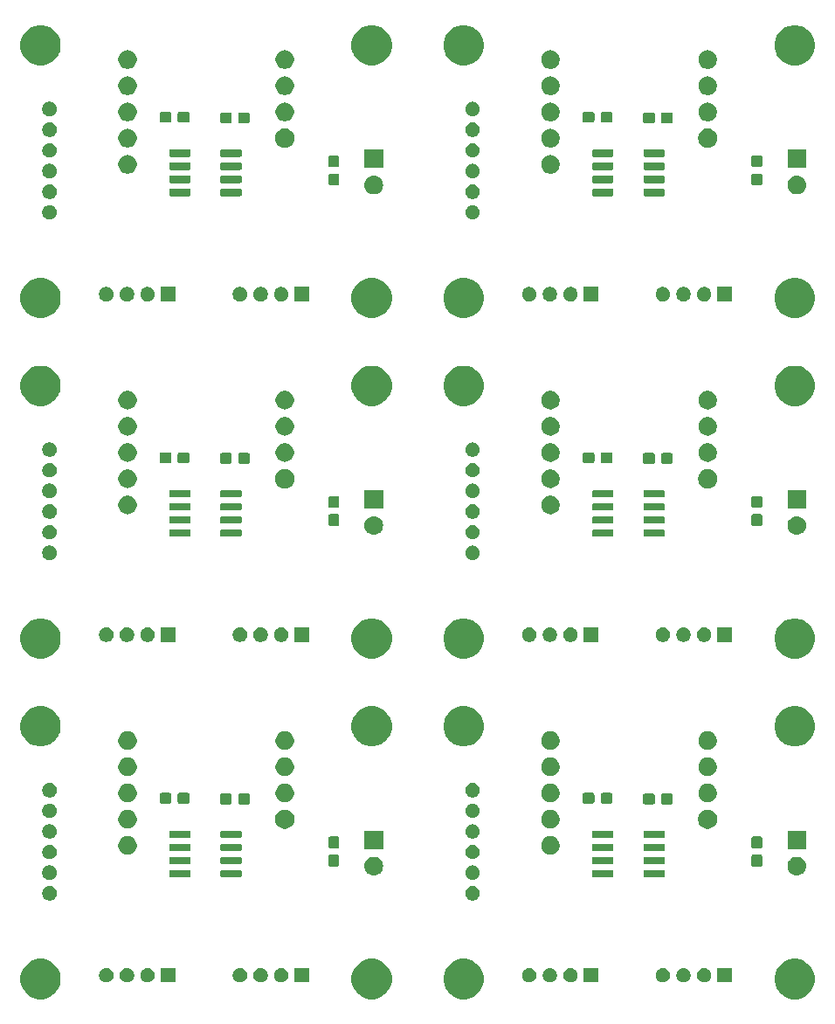
<source format=gbs>
%MOIN*%
%OFA0B0*%
%FSLAX46Y46*%
%IPPOS*%
%LPD*%
%ADD10C,0.0039370078740157488*%
%ADD21C,0.0039370078740157488*%
%ADD22C,0.0039370078740157488*%
%ADD23C,0.0039370078740157488*%
%ADD24C,0.0039370078740157488*%
%ADD25C,0.0039370078740157488*%
D10*
G36*
X0001406814Y0000321890D02*
G01*
X0001420793Y0000316100D01*
X0001420793Y0000316100D01*
X0001433373Y0000307694D01*
X0001444072Y0000296995D01*
X0001449429Y0000288978D01*
X0001452478Y0000284415D01*
X0001458268Y0000270436D01*
X0001461220Y0000255596D01*
X0001461220Y0000240466D01*
X0001458268Y0000225626D01*
X0001452478Y0000211647D01*
X0001452478Y0000211647D01*
X0001444072Y0000199067D01*
X0001433373Y0000188368D01*
X0001420793Y0000179962D01*
X0001420793Y0000179962D01*
X0001420793Y0000179962D01*
X0001406814Y0000174172D01*
X0001391974Y0000171220D01*
X0001376844Y0000171220D01*
X0001362004Y0000174172D01*
X0001348025Y0000179962D01*
X0001348025Y0000179962D01*
X0001348025Y0000179962D01*
X0001335445Y0000188368D01*
X0001324746Y0000199067D01*
X0001316340Y0000211647D01*
X0001316340Y0000211647D01*
X0001310550Y0000225626D01*
X0001307598Y0000240466D01*
X0001307598Y0000255596D01*
X0001310550Y0000270436D01*
X0001316340Y0000284415D01*
X0001319389Y0000288978D01*
X0001324746Y0000296995D01*
X0001335445Y0000307694D01*
X0001348025Y0000316100D01*
X0001348025Y0000316100D01*
X0001362004Y0000321890D01*
X0001376844Y0000324842D01*
X0001391974Y0000324842D01*
X0001406814Y0000321890D01*
X0001406814Y0000321890D01*
G37*
G36*
X0000143034Y0000321890D02*
G01*
X0000157013Y0000316100D01*
X0000157013Y0000316100D01*
X0000169594Y0000307694D01*
X0000180292Y0000296995D01*
X0000185649Y0000288978D01*
X0000188699Y0000284415D01*
X0000194489Y0000270436D01*
X0000197440Y0000255596D01*
X0000197440Y0000240466D01*
X0000194489Y0000225626D01*
X0000188699Y0000211647D01*
X0000188698Y0000211647D01*
X0000180292Y0000199067D01*
X0000169594Y0000188368D01*
X0000157013Y0000179962D01*
X0000157013Y0000179962D01*
X0000157013Y0000179962D01*
X0000143034Y0000174172D01*
X0000128195Y0000171220D01*
X0000113064Y0000171220D01*
X0000098224Y0000174172D01*
X0000084246Y0000179962D01*
X0000084246Y0000179962D01*
X0000084246Y0000179962D01*
X0000071665Y0000188368D01*
X0000060966Y0000199067D01*
X0000052560Y0000211647D01*
X0000052560Y0000211647D01*
X0000046770Y0000225626D01*
X0000043818Y0000240466D01*
X0000043818Y0000255596D01*
X0000046770Y0000270436D01*
X0000052560Y0000284415D01*
X0000055610Y0000288978D01*
X0000060966Y0000296995D01*
X0000071665Y0000307694D01*
X0000084246Y0000316100D01*
X0000084246Y0000316100D01*
X0000098224Y0000321890D01*
X0000113064Y0000324842D01*
X0000128195Y0000324842D01*
X0000143034Y0000321890D01*
X0000143034Y0000321890D01*
G37*
G36*
X0000635118Y0000234842D02*
G01*
X0000579921Y0000234842D01*
X0000579921Y0000290039D01*
X0000635118Y0000290039D01*
X0000635118Y0000234842D01*
X0000635118Y0000234842D01*
G37*
G36*
X0000536829Y0000288978D02*
G01*
X0000541852Y0000286898D01*
X0000546372Y0000283878D01*
X0000550216Y0000280033D01*
X0000553236Y0000275513D01*
X0000555317Y0000270491D01*
X0000556377Y0000265159D01*
X0000556377Y0000259722D01*
X0000555317Y0000254390D01*
X0000553236Y0000249368D01*
X0000550216Y0000244848D01*
X0000546372Y0000241003D01*
X0000541852Y0000237983D01*
X0000536829Y0000235903D01*
X0000531497Y0000234842D01*
X0000526061Y0000234842D01*
X0000520729Y0000235903D01*
X0000515706Y0000237983D01*
X0000511186Y0000241003D01*
X0000507342Y0000244848D01*
X0000504322Y0000249368D01*
X0000502241Y0000254390D01*
X0000501181Y0000259722D01*
X0000501181Y0000265159D01*
X0000502241Y0000270491D01*
X0000504322Y0000275513D01*
X0000507342Y0000280033D01*
X0000511186Y0000283878D01*
X0000515706Y0000286898D01*
X0000520729Y0000288978D01*
X0000526061Y0000290039D01*
X0000531497Y0000290039D01*
X0000536829Y0000288978D01*
X0000536829Y0000288978D01*
G37*
G36*
X0000458089Y0000288978D02*
G01*
X0000463112Y0000286898D01*
X0000467632Y0000283878D01*
X0000471476Y0000280033D01*
X0000474496Y0000275513D01*
X0000476577Y0000270491D01*
X0000477637Y0000265159D01*
X0000477637Y0000259722D01*
X0000476577Y0000254390D01*
X0000474496Y0000249368D01*
X0000471476Y0000244848D01*
X0000467632Y0000241003D01*
X0000463112Y0000237983D01*
X0000458089Y0000235903D01*
X0000452757Y0000234842D01*
X0000447321Y0000234842D01*
X0000441989Y0000235903D01*
X0000436966Y0000237983D01*
X0000432446Y0000241003D01*
X0000428602Y0000244848D01*
X0000425581Y0000249368D01*
X0000423501Y0000254390D01*
X0000422440Y0000259722D01*
X0000422440Y0000265159D01*
X0000423501Y0000270491D01*
X0000425581Y0000275513D01*
X0000428602Y0000280033D01*
X0000432446Y0000283878D01*
X0000436966Y0000286898D01*
X0000441989Y0000288978D01*
X0000447321Y0000290039D01*
X0000452757Y0000290039D01*
X0000458089Y0000288978D01*
X0000458089Y0000288978D01*
G37*
G36*
X0000379349Y0000288978D02*
G01*
X0000384371Y0000286898D01*
X0000388892Y0000283878D01*
X0000392736Y0000280033D01*
X0000395756Y0000275513D01*
X0000397837Y0000270491D01*
X0000398897Y0000265159D01*
X0000398897Y0000259722D01*
X0000397837Y0000254390D01*
X0000395756Y0000249368D01*
X0000392736Y0000244848D01*
X0000388892Y0000241003D01*
X0000384371Y0000237983D01*
X0000379349Y0000235903D01*
X0000374017Y0000234842D01*
X0000368580Y0000234842D01*
X0000363249Y0000235903D01*
X0000358226Y0000237983D01*
X0000353706Y0000241003D01*
X0000349861Y0000244848D01*
X0000346841Y0000249368D01*
X0000344761Y0000254390D01*
X0000343700Y0000259722D01*
X0000343700Y0000265159D01*
X0000344761Y0000270491D01*
X0000346841Y0000275513D01*
X0000349861Y0000280033D01*
X0000353706Y0000283878D01*
X0000358226Y0000286898D01*
X0000363249Y0000288978D01*
X0000368580Y0000290039D01*
X0000374017Y0000290039D01*
X0000379349Y0000288978D01*
X0000379349Y0000288978D01*
G37*
G36*
X0001145118Y0000234842D02*
G01*
X0001089921Y0000234842D01*
X0001089921Y0000290039D01*
X0001145118Y0000290039D01*
X0001145118Y0000234842D01*
X0001145118Y0000234842D01*
G37*
G36*
X0001046829Y0000288978D02*
G01*
X0001051852Y0000286898D01*
X0001056372Y0000283878D01*
X0001060216Y0000280033D01*
X0001063236Y0000275513D01*
X0001065317Y0000270491D01*
X0001066377Y0000265159D01*
X0001066377Y0000259722D01*
X0001065317Y0000254390D01*
X0001063236Y0000249368D01*
X0001060216Y0000244848D01*
X0001056372Y0000241003D01*
X0001051852Y0000237983D01*
X0001046829Y0000235903D01*
X0001041497Y0000234842D01*
X0001036061Y0000234842D01*
X0001030729Y0000235903D01*
X0001025706Y0000237983D01*
X0001021186Y0000241003D01*
X0001017342Y0000244848D01*
X0001014322Y0000249368D01*
X0001012241Y0000254390D01*
X0001011181Y0000259722D01*
X0001011181Y0000265159D01*
X0001012241Y0000270491D01*
X0001014322Y0000275513D01*
X0001017342Y0000280033D01*
X0001021186Y0000283878D01*
X0001025706Y0000286898D01*
X0001030729Y0000288978D01*
X0001036061Y0000290039D01*
X0001041497Y0000290039D01*
X0001046829Y0000288978D01*
X0001046829Y0000288978D01*
G37*
G36*
X0000968089Y0000288978D02*
G01*
X0000973112Y0000286898D01*
X0000977632Y0000283878D01*
X0000981476Y0000280033D01*
X0000984496Y0000275513D01*
X0000986577Y0000270491D01*
X0000987637Y0000265159D01*
X0000987637Y0000259722D01*
X0000986577Y0000254390D01*
X0000984496Y0000249368D01*
X0000981476Y0000244848D01*
X0000977632Y0000241003D01*
X0000973112Y0000237983D01*
X0000968089Y0000235903D01*
X0000962757Y0000234842D01*
X0000957321Y0000234842D01*
X0000951989Y0000235903D01*
X0000946966Y0000237983D01*
X0000942446Y0000241003D01*
X0000938602Y0000244848D01*
X0000935581Y0000249368D01*
X0000933501Y0000254390D01*
X0000932440Y0000259722D01*
X0000932440Y0000265159D01*
X0000933501Y0000270491D01*
X0000935581Y0000275513D01*
X0000938602Y0000280033D01*
X0000942446Y0000283878D01*
X0000946966Y0000286898D01*
X0000951989Y0000288978D01*
X0000957321Y0000290039D01*
X0000962757Y0000290039D01*
X0000968089Y0000288978D01*
X0000968089Y0000288978D01*
G37*
G36*
X0000889349Y0000288978D02*
G01*
X0000894372Y0000286898D01*
X0000898892Y0000283878D01*
X0000902736Y0000280033D01*
X0000905756Y0000275513D01*
X0000907837Y0000270491D01*
X0000908897Y0000265159D01*
X0000908897Y0000259722D01*
X0000907837Y0000254390D01*
X0000905756Y0000249368D01*
X0000902736Y0000244848D01*
X0000898892Y0000241003D01*
X0000894372Y0000237983D01*
X0000889349Y0000235903D01*
X0000884017Y0000234842D01*
X0000878580Y0000234842D01*
X0000873249Y0000235903D01*
X0000868226Y0000237983D01*
X0000863706Y0000241003D01*
X0000859862Y0000244848D01*
X0000856841Y0000249368D01*
X0000854761Y0000254390D01*
X0000853700Y0000259722D01*
X0000853700Y0000265159D01*
X0000854761Y0000270491D01*
X0000856841Y0000275513D01*
X0000859862Y0000280033D01*
X0000863706Y0000283878D01*
X0000868226Y0000286898D01*
X0000873249Y0000288978D01*
X0000878580Y0000290039D01*
X0000884017Y0000290039D01*
X0000889349Y0000288978D01*
X0000889349Y0000288978D01*
G37*
G36*
X0000163089Y0000601459D02*
G01*
X0000168112Y0000599378D01*
X0000172632Y0000596358D01*
X0000176476Y0000592514D01*
X0000179496Y0000587994D01*
X0000181577Y0000582971D01*
X0000182637Y0000577639D01*
X0000182637Y0000572202D01*
X0000181577Y0000566871D01*
X0000179496Y0000561848D01*
X0000176476Y0000557328D01*
X0000172632Y0000553484D01*
X0000168112Y0000550463D01*
X0000163089Y0000548383D01*
X0000157757Y0000547322D01*
X0000152321Y0000547322D01*
X0000146989Y0000548383D01*
X0000141966Y0000550463D01*
X0000137446Y0000553484D01*
X0000133602Y0000557328D01*
X0000130581Y0000561848D01*
X0000128501Y0000566871D01*
X0000127440Y0000572202D01*
X0000127440Y0000577639D01*
X0000128501Y0000582971D01*
X0000130581Y0000587994D01*
X0000133602Y0000592514D01*
X0000137446Y0000596358D01*
X0000141966Y0000599378D01*
X0000146989Y0000601459D01*
X0000152321Y0000602519D01*
X0000157757Y0000602519D01*
X0000163089Y0000601459D01*
X0000163089Y0000601459D01*
G37*
G36*
X0000163089Y0000680199D02*
G01*
X0000168112Y0000678118D01*
X0000172632Y0000675098D01*
X0000176476Y0000671254D01*
X0000179496Y0000666734D01*
X0000181577Y0000661711D01*
X0000182637Y0000656379D01*
X0000182637Y0000650943D01*
X0000181577Y0000645611D01*
X0000179496Y0000640588D01*
X0000176476Y0000636068D01*
X0000172632Y0000632224D01*
X0000168112Y0000629203D01*
X0000163089Y0000627123D01*
X0000157757Y0000626062D01*
X0000152321Y0000626062D01*
X0000146989Y0000627123D01*
X0000141966Y0000629203D01*
X0000137446Y0000632224D01*
X0000133602Y0000636068D01*
X0000130581Y0000640588D01*
X0000128501Y0000645611D01*
X0000127440Y0000650943D01*
X0000127440Y0000656379D01*
X0000128501Y0000661711D01*
X0000130581Y0000666734D01*
X0000133602Y0000671254D01*
X0000137446Y0000675098D01*
X0000141966Y0000678118D01*
X0000146989Y0000680199D01*
X0000152321Y0000681259D01*
X0000157757Y0000681259D01*
X0000163089Y0000680199D01*
X0000163089Y0000680199D01*
G37*
G36*
X0000689367Y0000663631D02*
G01*
X0000690197Y0000663379D01*
X0000690962Y0000662970D01*
X0000691632Y0000662420D01*
X0000692183Y0000661749D01*
X0000692592Y0000660984D01*
X0000692843Y0000660154D01*
X0000692952Y0000659049D01*
X0000692952Y0000640792D01*
X0000692843Y0000639687D01*
X0000692592Y0000638857D01*
X0000692183Y0000638092D01*
X0000691632Y0000637422D01*
X0000690962Y0000636871D01*
X0000690197Y0000636462D01*
X0000689367Y0000636211D01*
X0000688262Y0000636102D01*
X0000616855Y0000636102D01*
X0000615750Y0000636211D01*
X0000614920Y0000636462D01*
X0000614155Y0000636871D01*
X0000613485Y0000637422D01*
X0000612934Y0000638092D01*
X0000612525Y0000638857D01*
X0000612274Y0000639687D01*
X0000612165Y0000640792D01*
X0000612165Y0000659049D01*
X0000612274Y0000660154D01*
X0000612525Y0000660984D01*
X0000612934Y0000661749D01*
X0000613485Y0000662420D01*
X0000614155Y0000662970D01*
X0000614920Y0000663379D01*
X0000615750Y0000663631D01*
X0000616855Y0000663740D01*
X0000688262Y0000663740D01*
X0000689367Y0000663631D01*
X0000689367Y0000663631D01*
G37*
G36*
X0000884249Y0000663631D02*
G01*
X0000885079Y0000663379D01*
X0000885844Y0000662970D01*
X0000886514Y0000662420D01*
X0000887065Y0000661749D01*
X0000887474Y0000660984D01*
X0000887725Y0000660154D01*
X0000887834Y0000659049D01*
X0000887834Y0000640792D01*
X0000887725Y0000639687D01*
X0000887474Y0000638857D01*
X0000887065Y0000638092D01*
X0000886514Y0000637422D01*
X0000885844Y0000636871D01*
X0000885079Y0000636462D01*
X0000884249Y0000636211D01*
X0000883144Y0000636102D01*
X0000811737Y0000636102D01*
X0000810632Y0000636211D01*
X0000809802Y0000636462D01*
X0000809037Y0000636871D01*
X0000808367Y0000637422D01*
X0000807816Y0000638092D01*
X0000807407Y0000638857D01*
X0000807156Y0000639687D01*
X0000807047Y0000640792D01*
X0000807047Y0000659049D01*
X0000807156Y0000660154D01*
X0000807407Y0000660984D01*
X0000807816Y0000661749D01*
X0000808367Y0000662420D01*
X0000809037Y0000662970D01*
X0000809802Y0000663379D01*
X0000810632Y0000663631D01*
X0000811737Y0000663740D01*
X0000883144Y0000663740D01*
X0000884249Y0000663631D01*
X0000884249Y0000663631D01*
G37*
G36*
X0001396867Y0000714152D02*
G01*
X0001399473Y0000713896D01*
X0001406160Y0000711867D01*
X0001412322Y0000708573D01*
X0001413089Y0000707944D01*
X0001417723Y0000704141D01*
X0001421001Y0000700146D01*
X0001422156Y0000698739D01*
X0001425450Y0000692577D01*
X0001427478Y0000685890D01*
X0001428163Y0000678937D01*
X0001427478Y0000671983D01*
X0001425886Y0000666734D01*
X0001425450Y0000665296D01*
X0001424560Y0000663631D01*
X0001422156Y0000659134D01*
X0001422087Y0000659049D01*
X0001417723Y0000653732D01*
X0001414324Y0000650943D01*
X0001412322Y0000649300D01*
X0001406160Y0000646006D01*
X0001399473Y0000643977D01*
X0001396867Y0000643721D01*
X0001394262Y0000643464D01*
X0001390777Y0000643464D01*
X0001388171Y0000643721D01*
X0001385565Y0000643977D01*
X0001378879Y0000646006D01*
X0001372716Y0000649300D01*
X0001370714Y0000650943D01*
X0001367315Y0000653732D01*
X0001362952Y0000659049D01*
X0001362882Y0000659134D01*
X0001360478Y0000663631D01*
X0001359588Y0000665296D01*
X0001359152Y0000666734D01*
X0001357560Y0000671983D01*
X0001356875Y0000678937D01*
X0001357560Y0000685890D01*
X0001359588Y0000692577D01*
X0001362882Y0000698739D01*
X0001364037Y0000700146D01*
X0001367315Y0000704141D01*
X0001371949Y0000707944D01*
X0001372716Y0000708573D01*
X0001378879Y0000711867D01*
X0001385565Y0000713896D01*
X0001388171Y0000714152D01*
X0001390777Y0000714409D01*
X0001394262Y0000714409D01*
X0001396867Y0000714152D01*
X0001396867Y0000714152D01*
G37*
G36*
X0001254370Y0000722423D02*
G01*
X0001255846Y0000721975D01*
X0001257206Y0000721248D01*
X0001258399Y0000720269D01*
X0001259378Y0000719076D01*
X0001260105Y0000717716D01*
X0001260553Y0000716240D01*
X0001260728Y0000714463D01*
X0001260728Y0000685379D01*
X0001260553Y0000683602D01*
X0001260105Y0000682126D01*
X0001259378Y0000680765D01*
X0001258399Y0000679572D01*
X0001257206Y0000678594D01*
X0001255846Y0000677866D01*
X0001254370Y0000677419D01*
X0001252592Y0000677244D01*
X0001227446Y0000677244D01*
X0001225669Y0000677419D01*
X0001224193Y0000677866D01*
X0001222832Y0000678594D01*
X0001221639Y0000679572D01*
X0001220661Y0000680765D01*
X0001219933Y0000682126D01*
X0001219485Y0000683602D01*
X0001219310Y0000685379D01*
X0001219310Y0000714463D01*
X0001219485Y0000716240D01*
X0001219933Y0000717716D01*
X0001220661Y0000719076D01*
X0001221639Y0000720269D01*
X0001222832Y0000721248D01*
X0001224193Y0000721975D01*
X0001225669Y0000722423D01*
X0001227446Y0000722598D01*
X0001252592Y0000722598D01*
X0001254370Y0000722423D01*
X0001254370Y0000722423D01*
G37*
G36*
X0000689367Y0000713631D02*
G01*
X0000690197Y0000713379D01*
X0000690962Y0000712970D01*
X0000691632Y0000712420D01*
X0000692183Y0000711749D01*
X0000692592Y0000710984D01*
X0000692843Y0000710154D01*
X0000692952Y0000709049D01*
X0000692952Y0000690792D01*
X0000692843Y0000689687D01*
X0000692592Y0000688857D01*
X0000692183Y0000688092D01*
X0000691632Y0000687422D01*
X0000690962Y0000686871D01*
X0000690197Y0000686462D01*
X0000689367Y0000686211D01*
X0000688262Y0000686102D01*
X0000616855Y0000686102D01*
X0000615750Y0000686211D01*
X0000614920Y0000686462D01*
X0000614155Y0000686871D01*
X0000613485Y0000687422D01*
X0000612934Y0000688092D01*
X0000612525Y0000688857D01*
X0000612274Y0000689687D01*
X0000612165Y0000690792D01*
X0000612165Y0000709049D01*
X0000612274Y0000710154D01*
X0000612525Y0000710984D01*
X0000612934Y0000711749D01*
X0000613485Y0000712420D01*
X0000614155Y0000712970D01*
X0000614920Y0000713379D01*
X0000615750Y0000713631D01*
X0000616855Y0000713740D01*
X0000688262Y0000713740D01*
X0000689367Y0000713631D01*
X0000689367Y0000713631D01*
G37*
G36*
X0000884249Y0000713631D02*
G01*
X0000885079Y0000713379D01*
X0000885844Y0000712970D01*
X0000886514Y0000712420D01*
X0000887065Y0000711749D01*
X0000887474Y0000710984D01*
X0000887725Y0000710154D01*
X0000887834Y0000709049D01*
X0000887834Y0000690792D01*
X0000887725Y0000689687D01*
X0000887474Y0000688857D01*
X0000887065Y0000688092D01*
X0000886514Y0000687422D01*
X0000885844Y0000686871D01*
X0000885079Y0000686462D01*
X0000884249Y0000686211D01*
X0000883144Y0000686102D01*
X0000811737Y0000686102D01*
X0000810632Y0000686211D01*
X0000809802Y0000686462D01*
X0000809037Y0000686871D01*
X0000808367Y0000687422D01*
X0000807816Y0000688092D01*
X0000807407Y0000688857D01*
X0000807156Y0000689687D01*
X0000807047Y0000690792D01*
X0000807047Y0000709049D01*
X0000807156Y0000710154D01*
X0000807407Y0000710984D01*
X0000807816Y0000711749D01*
X0000808367Y0000712420D01*
X0000809037Y0000712970D01*
X0000809802Y0000713379D01*
X0000810632Y0000713631D01*
X0000811737Y0000713740D01*
X0000883144Y0000713740D01*
X0000884249Y0000713631D01*
X0000884249Y0000713631D01*
G37*
G36*
X0000163089Y0000758939D02*
G01*
X0000168112Y0000756858D01*
X0000172632Y0000753838D01*
X0000176476Y0000749994D01*
X0000179496Y0000745474D01*
X0000181577Y0000740451D01*
X0000182637Y0000735119D01*
X0000182637Y0000729683D01*
X0000181577Y0000724351D01*
X0000179496Y0000719328D01*
X0000176476Y0000714808D01*
X0000172632Y0000710964D01*
X0000168112Y0000707944D01*
X0000163089Y0000705863D01*
X0000157757Y0000704803D01*
X0000152321Y0000704803D01*
X0000146989Y0000705863D01*
X0000141966Y0000707944D01*
X0000137446Y0000710964D01*
X0000133602Y0000714808D01*
X0000130581Y0000719328D01*
X0000128501Y0000724351D01*
X0000127440Y0000729683D01*
X0000127440Y0000735119D01*
X0000128501Y0000740451D01*
X0000130581Y0000745474D01*
X0000133602Y0000749994D01*
X0000137446Y0000753838D01*
X0000141966Y0000756858D01*
X0000146989Y0000758939D01*
X0000152321Y0000760000D01*
X0000157757Y0000760000D01*
X0000163089Y0000758939D01*
X0000163089Y0000758939D01*
G37*
G36*
X0000456988Y0000792680D02*
G01*
X0000462866Y0000791510D01*
X0000469322Y0000788836D01*
X0000475132Y0000784954D01*
X0000480072Y0000780013D01*
X0000483954Y0000774204D01*
X0000486628Y0000767748D01*
X0000487992Y0000760895D01*
X0000487992Y0000753907D01*
X0000486628Y0000747054D01*
X0000483954Y0000740599D01*
X0000480072Y0000734789D01*
X0000475132Y0000729848D01*
X0000469322Y0000725966D01*
X0000462866Y0000723292D01*
X0000456988Y0000722123D01*
X0000456013Y0000721929D01*
X0000449025Y0000721929D01*
X0000448050Y0000722123D01*
X0000442172Y0000723292D01*
X0000435717Y0000725966D01*
X0000429907Y0000729848D01*
X0000424966Y0000734789D01*
X0000421084Y0000740599D01*
X0000418410Y0000747054D01*
X0000417047Y0000753907D01*
X0000417047Y0000760895D01*
X0000418410Y0000767748D01*
X0000421084Y0000774204D01*
X0000424966Y0000780013D01*
X0000429907Y0000784954D01*
X0000435717Y0000788836D01*
X0000442172Y0000791510D01*
X0000448050Y0000792680D01*
X0000449025Y0000792873D01*
X0000456013Y0000792873D01*
X0000456988Y0000792680D01*
X0000456988Y0000792680D01*
G37*
G36*
X0000884249Y0000763631D02*
G01*
X0000885079Y0000763379D01*
X0000885844Y0000762970D01*
X0000886514Y0000762420D01*
X0000887065Y0000761749D01*
X0000887474Y0000760984D01*
X0000887725Y0000760154D01*
X0000887834Y0000759049D01*
X0000887834Y0000740792D01*
X0000887725Y0000739687D01*
X0000887474Y0000738857D01*
X0000887065Y0000738092D01*
X0000886514Y0000737422D01*
X0000885844Y0000736871D01*
X0000885079Y0000736462D01*
X0000884249Y0000736211D01*
X0000883144Y0000736102D01*
X0000811737Y0000736102D01*
X0000810632Y0000736211D01*
X0000809802Y0000736462D01*
X0000809037Y0000736871D01*
X0000808367Y0000737422D01*
X0000807816Y0000738092D01*
X0000807407Y0000738857D01*
X0000807156Y0000739687D01*
X0000807047Y0000740792D01*
X0000807047Y0000759049D01*
X0000807156Y0000760154D01*
X0000807407Y0000760984D01*
X0000807816Y0000761749D01*
X0000808367Y0000762420D01*
X0000809037Y0000762970D01*
X0000809802Y0000763379D01*
X0000810632Y0000763631D01*
X0000811737Y0000763740D01*
X0000883144Y0000763740D01*
X0000884249Y0000763631D01*
X0000884249Y0000763631D01*
G37*
G36*
X0000689367Y0000763631D02*
G01*
X0000690197Y0000763379D01*
X0000690962Y0000762970D01*
X0000691632Y0000762420D01*
X0000692183Y0000761749D01*
X0000692592Y0000760984D01*
X0000692843Y0000760154D01*
X0000692952Y0000759049D01*
X0000692952Y0000740792D01*
X0000692843Y0000739687D01*
X0000692592Y0000738857D01*
X0000692183Y0000738092D01*
X0000691632Y0000737422D01*
X0000690962Y0000736871D01*
X0000690197Y0000736462D01*
X0000689367Y0000736211D01*
X0000688262Y0000736102D01*
X0000616855Y0000736102D01*
X0000615750Y0000736211D01*
X0000614920Y0000736462D01*
X0000614155Y0000736871D01*
X0000613485Y0000737422D01*
X0000612934Y0000738092D01*
X0000612525Y0000738857D01*
X0000612274Y0000739687D01*
X0000612165Y0000740792D01*
X0000612165Y0000759049D01*
X0000612274Y0000760154D01*
X0000612525Y0000760984D01*
X0000612934Y0000761749D01*
X0000613485Y0000762420D01*
X0000614155Y0000762970D01*
X0000614920Y0000763379D01*
X0000615750Y0000763631D01*
X0000616855Y0000763740D01*
X0000688262Y0000763740D01*
X0000689367Y0000763631D01*
X0000689367Y0000763631D01*
G37*
G36*
X0001427992Y0000743464D02*
G01*
X0001357047Y0000743464D01*
X0001357047Y0000814409D01*
X0001427992Y0000814409D01*
X0001427992Y0000743464D01*
X0001427992Y0000743464D01*
G37*
G36*
X0001254370Y0000791321D02*
G01*
X0001255846Y0000790873D01*
X0001257206Y0000790145D01*
X0001258399Y0000789167D01*
X0001259378Y0000787974D01*
X0001260105Y0000786613D01*
X0001260553Y0000785137D01*
X0001260728Y0000783360D01*
X0001260728Y0000754277D01*
X0001260553Y0000752500D01*
X0001260105Y0000751023D01*
X0001259378Y0000749663D01*
X0001258399Y0000748470D01*
X0001257206Y0000747491D01*
X0001255846Y0000746764D01*
X0001254370Y0000746316D01*
X0001252592Y0000746141D01*
X0001227446Y0000746141D01*
X0001225669Y0000746316D01*
X0001224193Y0000746764D01*
X0001222832Y0000747491D01*
X0001221639Y0000748470D01*
X0001220661Y0000749663D01*
X0001219933Y0000751023D01*
X0001219485Y0000752500D01*
X0001219310Y0000754277D01*
X0001219310Y0000783360D01*
X0001219485Y0000785137D01*
X0001219933Y0000786613D01*
X0001220661Y0000787974D01*
X0001221639Y0000789167D01*
X0001222832Y0000790145D01*
X0001224193Y0000790873D01*
X0001225669Y0000791321D01*
X0001227446Y0000791496D01*
X0001252592Y0000791496D01*
X0001254370Y0000791321D01*
X0001254370Y0000791321D01*
G37*
G36*
X0000163089Y0000837679D02*
G01*
X0000168112Y0000835599D01*
X0000172632Y0000832578D01*
X0000176476Y0000828734D01*
X0000179496Y0000824214D01*
X0000181577Y0000819191D01*
X0000182637Y0000813860D01*
X0000182637Y0000808423D01*
X0000181577Y0000803091D01*
X0000179496Y0000798068D01*
X0000176476Y0000793548D01*
X0000172632Y0000789704D01*
X0000168112Y0000786684D01*
X0000163089Y0000784603D01*
X0000157757Y0000783543D01*
X0000152321Y0000783543D01*
X0000146989Y0000784603D01*
X0000141966Y0000786684D01*
X0000137446Y0000789704D01*
X0000133602Y0000793548D01*
X0000130581Y0000798068D01*
X0000128501Y0000803091D01*
X0000127440Y0000808423D01*
X0000127440Y0000813860D01*
X0000128501Y0000819191D01*
X0000130581Y0000824214D01*
X0000133602Y0000828734D01*
X0000137446Y0000832578D01*
X0000141966Y0000835599D01*
X0000146989Y0000837679D01*
X0000152321Y0000838740D01*
X0000157757Y0000838740D01*
X0000163089Y0000837679D01*
X0000163089Y0000837679D01*
G37*
G36*
X0000884249Y0000813631D02*
G01*
X0000885079Y0000813379D01*
X0000885844Y0000812970D01*
X0000886514Y0000812420D01*
X0000887065Y0000811749D01*
X0000887474Y0000810984D01*
X0000887725Y0000810154D01*
X0000887834Y0000809049D01*
X0000887834Y0000790792D01*
X0000887725Y0000789687D01*
X0000887474Y0000788857D01*
X0000887065Y0000788092D01*
X0000886514Y0000787422D01*
X0000885844Y0000786871D01*
X0000885079Y0000786462D01*
X0000884249Y0000786211D01*
X0000883144Y0000786102D01*
X0000811737Y0000786102D01*
X0000810632Y0000786211D01*
X0000809802Y0000786462D01*
X0000809037Y0000786871D01*
X0000808367Y0000787422D01*
X0000807816Y0000788092D01*
X0000807407Y0000788857D01*
X0000807156Y0000789687D01*
X0000807047Y0000790792D01*
X0000807047Y0000809049D01*
X0000807156Y0000810154D01*
X0000807407Y0000810984D01*
X0000807816Y0000811749D01*
X0000808367Y0000812420D01*
X0000809037Y0000812970D01*
X0000809802Y0000813379D01*
X0000810632Y0000813631D01*
X0000811737Y0000813740D01*
X0000883144Y0000813740D01*
X0000884249Y0000813631D01*
X0000884249Y0000813631D01*
G37*
G36*
X0000689367Y0000813631D02*
G01*
X0000690197Y0000813379D01*
X0000690962Y0000812970D01*
X0000691632Y0000812420D01*
X0000692183Y0000811749D01*
X0000692592Y0000810984D01*
X0000692843Y0000810154D01*
X0000692952Y0000809049D01*
X0000692952Y0000790792D01*
X0000692843Y0000789687D01*
X0000692592Y0000788857D01*
X0000692183Y0000788092D01*
X0000691632Y0000787422D01*
X0000690962Y0000786871D01*
X0000690197Y0000786462D01*
X0000689367Y0000786211D01*
X0000688262Y0000786102D01*
X0000616855Y0000786102D01*
X0000615750Y0000786211D01*
X0000614920Y0000786462D01*
X0000614155Y0000786871D01*
X0000613485Y0000787422D01*
X0000612934Y0000788092D01*
X0000612525Y0000788857D01*
X0000612274Y0000789687D01*
X0000612165Y0000790792D01*
X0000612165Y0000809049D01*
X0000612274Y0000810154D01*
X0000612525Y0000810984D01*
X0000612934Y0000811749D01*
X0000613485Y0000812420D01*
X0000614155Y0000812970D01*
X0000614920Y0000813379D01*
X0000615750Y0000813631D01*
X0000616855Y0000813740D01*
X0000688262Y0000813740D01*
X0000689367Y0000813631D01*
X0000689367Y0000813631D01*
G37*
G36*
X0001063304Y0000892953D02*
G01*
X0001070032Y0000890166D01*
X0001070032Y0000890166D01*
X0001072022Y0000888836D01*
X0001076088Y0000886119D01*
X0001081238Y0000880970D01*
X0001085284Y0000874914D01*
X0001088071Y0000868185D01*
X0001089492Y0000861043D01*
X0001089492Y0000853760D01*
X0001088071Y0000846617D01*
X0001085284Y0000839888D01*
X0001085284Y0000839888D01*
X0001081238Y0000833833D01*
X0001076088Y0000828683D01*
X0001070032Y0000824637D01*
X0001070032Y0000824636D01*
X0001070032Y0000824636D01*
X0001063304Y0000821849D01*
X0001056161Y0000820429D01*
X0001048878Y0000820429D01*
X0001041735Y0000821849D01*
X0001035006Y0000824636D01*
X0001035006Y0000824636D01*
X0001035006Y0000824637D01*
X0001028951Y0000828683D01*
X0001023801Y0000833833D01*
X0001019755Y0000839888D01*
X0001019755Y0000839888D01*
X0001016967Y0000846617D01*
X0001015547Y0000853760D01*
X0001015547Y0000861043D01*
X0001016967Y0000868185D01*
X0001019755Y0000874914D01*
X0001023801Y0000880970D01*
X0001028951Y0000886119D01*
X0001033017Y0000888836D01*
X0001035006Y0000890166D01*
X0001035006Y0000890166D01*
X0001041735Y0000892953D01*
X0001048878Y0000894374D01*
X0001056161Y0000894374D01*
X0001063304Y0000892953D01*
X0001063304Y0000892953D01*
G37*
G36*
X0000456988Y0000892680D02*
G01*
X0000462866Y0000891510D01*
X0000469322Y0000888836D01*
X0000475132Y0000884954D01*
X0000480072Y0000880013D01*
X0000483954Y0000874204D01*
X0000486628Y0000867748D01*
X0000487992Y0000860895D01*
X0000487992Y0000853907D01*
X0000486628Y0000847054D01*
X0000483954Y0000840599D01*
X0000480072Y0000834789D01*
X0000475132Y0000829848D01*
X0000469322Y0000825966D01*
X0000462866Y0000823292D01*
X0000456988Y0000822123D01*
X0000456013Y0000821929D01*
X0000449025Y0000821929D01*
X0000448050Y0000822123D01*
X0000442172Y0000823292D01*
X0000435717Y0000825966D01*
X0000429907Y0000829848D01*
X0000424966Y0000834789D01*
X0000421084Y0000840599D01*
X0000418410Y0000847054D01*
X0000417047Y0000853907D01*
X0000417047Y0000860895D01*
X0000418410Y0000867748D01*
X0000421084Y0000874204D01*
X0000424966Y0000880013D01*
X0000429907Y0000884954D01*
X0000435717Y0000888836D01*
X0000442172Y0000891510D01*
X0000448050Y0000892680D01*
X0000449025Y0000892874D01*
X0000456013Y0000892874D01*
X0000456988Y0000892680D01*
X0000456988Y0000892680D01*
G37*
G36*
X0000163089Y0000916419D02*
G01*
X0000168112Y0000914339D01*
X0000172632Y0000911319D01*
X0000176476Y0000907474D01*
X0000179496Y0000902954D01*
X0000181577Y0000897932D01*
X0000182637Y0000892600D01*
X0000182637Y0000887163D01*
X0000181577Y0000881831D01*
X0000179496Y0000876809D01*
X0000176476Y0000872289D01*
X0000172632Y0000868444D01*
X0000168112Y0000865424D01*
X0000163089Y0000863344D01*
X0000157757Y0000862283D01*
X0000152321Y0000862283D01*
X0000146989Y0000863344D01*
X0000141966Y0000865424D01*
X0000137446Y0000868444D01*
X0000133602Y0000872289D01*
X0000130581Y0000876809D01*
X0000128501Y0000881831D01*
X0000127440Y0000887163D01*
X0000127440Y0000892600D01*
X0000128501Y0000897932D01*
X0000130581Y0000902954D01*
X0000133602Y0000907474D01*
X0000137446Y0000911319D01*
X0000141966Y0000914339D01*
X0000146989Y0000916419D01*
X0000152321Y0000917480D01*
X0000157757Y0000917480D01*
X0000163089Y0000916419D01*
X0000163089Y0000916419D01*
G37*
G36*
X0000913287Y0000955454D02*
G01*
X0000914763Y0000955007D01*
X0000916124Y0000954279D01*
X0000917316Y0000953301D01*
X0000918295Y0000952108D01*
X0000919022Y0000950747D01*
X0000919470Y0000949271D01*
X0000919645Y0000947494D01*
X0000919645Y0000922347D01*
X0000919470Y0000920570D01*
X0000919022Y0000919094D01*
X0000918295Y0000917734D01*
X0000917316Y0000916541D01*
X0000916124Y0000915562D01*
X0000914763Y0000914835D01*
X0000913287Y0000914387D01*
X0000911510Y0000914212D01*
X0000882426Y0000914212D01*
X0000880649Y0000914387D01*
X0000879173Y0000914835D01*
X0000877812Y0000915562D01*
X0000876620Y0000916541D01*
X0000875641Y0000917734D01*
X0000874914Y0000919094D01*
X0000874466Y0000920570D01*
X0000874291Y0000922347D01*
X0000874291Y0000947494D01*
X0000874466Y0000949271D01*
X0000874914Y0000950747D01*
X0000875641Y0000952108D01*
X0000876620Y0000953301D01*
X0000877812Y0000954279D01*
X0000879173Y0000955007D01*
X0000880649Y0000955454D01*
X0000882426Y0000955629D01*
X0000911510Y0000955629D01*
X0000913287Y0000955454D01*
X0000913287Y0000955454D01*
G37*
G36*
X0000844389Y0000955454D02*
G01*
X0000845865Y0000955007D01*
X0000847226Y0000954279D01*
X0000848419Y0000953301D01*
X0000849397Y0000952108D01*
X0000850125Y0000950747D01*
X0000850573Y0000949271D01*
X0000850748Y0000947494D01*
X0000850748Y0000922347D01*
X0000850573Y0000920570D01*
X0000850125Y0000919094D01*
X0000849397Y0000917734D01*
X0000848419Y0000916541D01*
X0000847226Y0000915562D01*
X0000845865Y0000914835D01*
X0000844389Y0000914387D01*
X0000842612Y0000914212D01*
X0000813529Y0000914212D01*
X0000811752Y0000914387D01*
X0000810275Y0000914835D01*
X0000808915Y0000915562D01*
X0000807722Y0000916541D01*
X0000806743Y0000917734D01*
X0000806016Y0000919094D01*
X0000805568Y0000920570D01*
X0000805393Y0000922347D01*
X0000805393Y0000947494D01*
X0000805568Y0000949271D01*
X0000806016Y0000950747D01*
X0000806743Y0000952108D01*
X0000807722Y0000953301D01*
X0000808915Y0000954279D01*
X0000810275Y0000955007D01*
X0000811752Y0000955454D01*
X0000813529Y0000955629D01*
X0000842612Y0000955629D01*
X0000844389Y0000955454D01*
X0000844389Y0000955454D01*
G37*
G36*
X0000682736Y0000957935D02*
G01*
X0000684212Y0000957487D01*
X0000685572Y0000956760D01*
X0000686765Y0000955781D01*
X0000687744Y0000954588D01*
X0000688471Y0000953228D01*
X0000688919Y0000951751D01*
X0000689094Y0000949974D01*
X0000689094Y0000924828D01*
X0000688919Y0000923051D01*
X0000688471Y0000921575D01*
X0000687744Y0000920214D01*
X0000686765Y0000919021D01*
X0000685572Y0000918042D01*
X0000684212Y0000917315D01*
X0000682736Y0000916867D01*
X0000680959Y0000916692D01*
X0000651875Y0000916692D01*
X0000650098Y0000916867D01*
X0000648622Y0000917315D01*
X0000647261Y0000918042D01*
X0000646069Y0000919021D01*
X0000645090Y0000920214D01*
X0000644362Y0000921575D01*
X0000643915Y0000923051D01*
X0000643740Y0000924828D01*
X0000643740Y0000949974D01*
X0000643915Y0000951751D01*
X0000644362Y0000953228D01*
X0000645090Y0000954588D01*
X0000646069Y0000955781D01*
X0000647261Y0000956760D01*
X0000648622Y0000957487D01*
X0000650098Y0000957935D01*
X0000651875Y0000958110D01*
X0000680959Y0000958110D01*
X0000682736Y0000957935D01*
X0000682736Y0000957935D01*
G37*
G36*
X0000613838Y0000957935D02*
G01*
X0000615314Y0000957487D01*
X0000616675Y0000956760D01*
X0000617867Y0000955781D01*
X0000618846Y0000954588D01*
X0000619573Y0000953228D01*
X0000620021Y0000951751D01*
X0000620196Y0000949974D01*
X0000620196Y0000924828D01*
X0000620021Y0000923051D01*
X0000619573Y0000921575D01*
X0000618846Y0000920214D01*
X0000617867Y0000919021D01*
X0000616675Y0000918042D01*
X0000615314Y0000917315D01*
X0000613838Y0000916867D01*
X0000612061Y0000916692D01*
X0000582977Y0000916692D01*
X0000581200Y0000916867D01*
X0000579724Y0000917315D01*
X0000578364Y0000918042D01*
X0000577171Y0000919021D01*
X0000576192Y0000920214D01*
X0000575465Y0000921575D01*
X0000575017Y0000923051D01*
X0000574842Y0000924828D01*
X0000574842Y0000949974D01*
X0000575017Y0000951751D01*
X0000575465Y0000953228D01*
X0000576192Y0000954588D01*
X0000577171Y0000955781D01*
X0000578364Y0000956760D01*
X0000579724Y0000957487D01*
X0000581200Y0000957935D01*
X0000582977Y0000958110D01*
X0000612061Y0000958110D01*
X0000613838Y0000957935D01*
X0000613838Y0000957935D01*
G37*
G36*
X0001056988Y0000992680D02*
G01*
X0001062866Y0000991510D01*
X0001069322Y0000988836D01*
X0001075132Y0000984954D01*
X0001080072Y0000980013D01*
X0001083954Y0000974204D01*
X0001086628Y0000967748D01*
X0001087798Y0000961870D01*
X0001087992Y0000960895D01*
X0001087992Y0000953907D01*
X0001087856Y0000953228D01*
X0001086628Y0000947054D01*
X0001083954Y0000940599D01*
X0001080072Y0000934789D01*
X0001075132Y0000929848D01*
X0001069322Y0000925966D01*
X0001062866Y0000923292D01*
X0001056988Y0000922123D01*
X0001056013Y0000921929D01*
X0001049025Y0000921929D01*
X0001048050Y0000922123D01*
X0001042172Y0000923292D01*
X0001035717Y0000925966D01*
X0001029907Y0000929848D01*
X0001024966Y0000934789D01*
X0001021084Y0000940599D01*
X0001018410Y0000947054D01*
X0001017182Y0000953228D01*
X0001017047Y0000953907D01*
X0001017047Y0000960895D01*
X0001017241Y0000961870D01*
X0001018410Y0000967748D01*
X0001021084Y0000974204D01*
X0001024966Y0000980013D01*
X0001029907Y0000984954D01*
X0001035717Y0000988836D01*
X0001042172Y0000991510D01*
X0001048050Y0000992680D01*
X0001049025Y0000992873D01*
X0001056013Y0000992873D01*
X0001056988Y0000992680D01*
X0001056988Y0000992680D01*
G37*
G36*
X0000456988Y0000992680D02*
G01*
X0000462866Y0000991510D01*
X0000469322Y0000988836D01*
X0000475132Y0000984954D01*
X0000480072Y0000980013D01*
X0000483954Y0000974204D01*
X0000486628Y0000967748D01*
X0000487798Y0000961870D01*
X0000487992Y0000960895D01*
X0000487992Y0000953907D01*
X0000487856Y0000953228D01*
X0000486628Y0000947054D01*
X0000483954Y0000940599D01*
X0000480072Y0000934789D01*
X0000475132Y0000929848D01*
X0000469322Y0000925966D01*
X0000462866Y0000923292D01*
X0000456988Y0000922123D01*
X0000456013Y0000921929D01*
X0000449025Y0000921929D01*
X0000448050Y0000922123D01*
X0000442172Y0000923292D01*
X0000435717Y0000925966D01*
X0000429907Y0000929848D01*
X0000424966Y0000934789D01*
X0000421084Y0000940599D01*
X0000418410Y0000947054D01*
X0000417182Y0000953228D01*
X0000417047Y0000953907D01*
X0000417047Y0000960895D01*
X0000417241Y0000961870D01*
X0000418410Y0000967748D01*
X0000421084Y0000974204D01*
X0000424966Y0000980013D01*
X0000429907Y0000984954D01*
X0000435717Y0000988836D01*
X0000442172Y0000991510D01*
X0000448050Y0000992680D01*
X0000449025Y0000992873D01*
X0000456013Y0000992873D01*
X0000456988Y0000992680D01*
X0000456988Y0000992680D01*
G37*
G36*
X0000163089Y0000995159D02*
G01*
X0000168112Y0000993079D01*
X0000172632Y0000990059D01*
X0000176476Y0000986214D01*
X0000179496Y0000981694D01*
X0000181577Y0000976672D01*
X0000182637Y0000971340D01*
X0000182637Y0000965903D01*
X0000181577Y0000960571D01*
X0000179496Y0000955549D01*
X0000176476Y0000951029D01*
X0000172632Y0000947184D01*
X0000168112Y0000944164D01*
X0000163089Y0000942084D01*
X0000157757Y0000941023D01*
X0000152321Y0000941023D01*
X0000146989Y0000942084D01*
X0000141966Y0000944164D01*
X0000137446Y0000947184D01*
X0000133602Y0000951029D01*
X0000130581Y0000955549D01*
X0000128501Y0000960571D01*
X0000127440Y0000965903D01*
X0000127440Y0000971340D01*
X0000128501Y0000976672D01*
X0000130581Y0000981694D01*
X0000133602Y0000986214D01*
X0000137446Y0000990059D01*
X0000141966Y0000993079D01*
X0000146989Y0000995159D01*
X0000152321Y0000996220D01*
X0000157757Y0000996220D01*
X0000163089Y0000995159D01*
X0000163089Y0000995159D01*
G37*
G36*
X0001056988Y0001092680D02*
G01*
X0001062866Y0001091510D01*
X0001069322Y0001088836D01*
X0001075132Y0001084954D01*
X0001080072Y0001080013D01*
X0001083954Y0001074204D01*
X0001086628Y0001067748D01*
X0001087992Y0001060895D01*
X0001087992Y0001053907D01*
X0001086628Y0001047054D01*
X0001083954Y0001040599D01*
X0001080072Y0001034789D01*
X0001075132Y0001029848D01*
X0001069322Y0001025966D01*
X0001062866Y0001023292D01*
X0001056988Y0001022123D01*
X0001056013Y0001021929D01*
X0001049025Y0001021929D01*
X0001048050Y0001022123D01*
X0001042172Y0001023292D01*
X0001035717Y0001025966D01*
X0001029907Y0001029848D01*
X0001024966Y0001034789D01*
X0001021084Y0001040599D01*
X0001018410Y0001047054D01*
X0001017047Y0001053907D01*
X0001017047Y0001060895D01*
X0001018410Y0001067748D01*
X0001021084Y0001074204D01*
X0001024966Y0001080013D01*
X0001029907Y0001084954D01*
X0001035717Y0001088836D01*
X0001042172Y0001091510D01*
X0001048050Y0001092680D01*
X0001049025Y0001092874D01*
X0001056013Y0001092874D01*
X0001056988Y0001092680D01*
X0001056988Y0001092680D01*
G37*
G36*
X0000456988Y0001092680D02*
G01*
X0000462866Y0001091510D01*
X0000469322Y0001088836D01*
X0000475132Y0001084954D01*
X0000480072Y0001080013D01*
X0000483954Y0001074204D01*
X0000486628Y0001067748D01*
X0000487992Y0001060895D01*
X0000487992Y0001053907D01*
X0000486628Y0001047054D01*
X0000483954Y0001040599D01*
X0000480072Y0001034789D01*
X0000475132Y0001029848D01*
X0000469322Y0001025966D01*
X0000462866Y0001023292D01*
X0000456988Y0001022123D01*
X0000456013Y0001021929D01*
X0000449025Y0001021929D01*
X0000448050Y0001022123D01*
X0000442172Y0001023292D01*
X0000435717Y0001025966D01*
X0000429907Y0001029848D01*
X0000424966Y0001034789D01*
X0000421084Y0001040599D01*
X0000418410Y0001047054D01*
X0000417047Y0001053907D01*
X0000417047Y0001060895D01*
X0000418410Y0001067748D01*
X0000421084Y0001074204D01*
X0000424966Y0001080013D01*
X0000429907Y0001084954D01*
X0000435717Y0001088836D01*
X0000442172Y0001091510D01*
X0000448050Y0001092680D01*
X0000449025Y0001092874D01*
X0000456013Y0001092874D01*
X0000456988Y0001092680D01*
X0000456988Y0001092680D01*
G37*
G36*
X0000456988Y0001192680D02*
G01*
X0000462866Y0001191510D01*
X0000469322Y0001188836D01*
X0000475132Y0001184954D01*
X0000480072Y0001180013D01*
X0000483954Y0001174204D01*
X0000486628Y0001167748D01*
X0000487992Y0001160895D01*
X0000487992Y0001153907D01*
X0000486628Y0001147054D01*
X0000483954Y0001140599D01*
X0000480072Y0001134789D01*
X0000475132Y0001129848D01*
X0000469322Y0001125966D01*
X0000462866Y0001123292D01*
X0000456988Y0001122123D01*
X0000456013Y0001121929D01*
X0000449025Y0001121929D01*
X0000448050Y0001122123D01*
X0000442172Y0001123292D01*
X0000435717Y0001125966D01*
X0000429907Y0001129848D01*
X0000424966Y0001134789D01*
X0000421084Y0001140599D01*
X0000418410Y0001147054D01*
X0000417047Y0001153907D01*
X0000417047Y0001160895D01*
X0000418410Y0001167748D01*
X0000421084Y0001174204D01*
X0000424966Y0001180013D01*
X0000429907Y0001184954D01*
X0000435717Y0001188836D01*
X0000442172Y0001191510D01*
X0000448050Y0001192680D01*
X0000449025Y0001192874D01*
X0000456013Y0001192874D01*
X0000456988Y0001192680D01*
X0000456988Y0001192680D01*
G37*
G36*
X0001056988Y0001192680D02*
G01*
X0001062866Y0001191510D01*
X0001069322Y0001188836D01*
X0001075132Y0001184954D01*
X0001080072Y0001180013D01*
X0001083954Y0001174204D01*
X0001086628Y0001167748D01*
X0001087992Y0001160895D01*
X0001087992Y0001153907D01*
X0001086628Y0001147054D01*
X0001083954Y0001140599D01*
X0001080072Y0001134789D01*
X0001075132Y0001129848D01*
X0001069322Y0001125966D01*
X0001062866Y0001123292D01*
X0001056988Y0001122123D01*
X0001056013Y0001121929D01*
X0001049025Y0001121929D01*
X0001048050Y0001122123D01*
X0001042172Y0001123292D01*
X0001035717Y0001125966D01*
X0001029907Y0001129848D01*
X0001024966Y0001134789D01*
X0001021084Y0001140599D01*
X0001018410Y0001147054D01*
X0001017047Y0001153907D01*
X0001017047Y0001160895D01*
X0001018410Y0001167748D01*
X0001021084Y0001174204D01*
X0001024966Y0001180013D01*
X0001029907Y0001184954D01*
X0001035717Y0001188836D01*
X0001042172Y0001191510D01*
X0001048050Y0001192680D01*
X0001049025Y0001192874D01*
X0001056013Y0001192874D01*
X0001056988Y0001192680D01*
X0001056988Y0001192680D01*
G37*
G36*
X0001406814Y0001285670D02*
G01*
X0001420793Y0001279880D01*
X0001420793Y0001279880D01*
X0001433373Y0001271474D01*
X0001444072Y0001260775D01*
X0001452478Y0001248194D01*
X0001452478Y0001248194D01*
X0001458268Y0001234215D01*
X0001461220Y0001219376D01*
X0001461220Y0001204245D01*
X0001458268Y0001189406D01*
X0001454378Y0001180013D01*
X0001452478Y0001175427D01*
X0001444072Y0001162846D01*
X0001433373Y0001152147D01*
X0001420793Y0001143741D01*
X0001420793Y0001143741D01*
X0001420793Y0001143741D01*
X0001406814Y0001137951D01*
X0001391974Y0001134999D01*
X0001376844Y0001134999D01*
X0001362004Y0001137951D01*
X0001348025Y0001143741D01*
X0001348025Y0001143741D01*
X0001348025Y0001143741D01*
X0001335445Y0001152147D01*
X0001324746Y0001162846D01*
X0001316340Y0001175427D01*
X0001314440Y0001180013D01*
X0001310550Y0001189406D01*
X0001307598Y0001204245D01*
X0001307598Y0001219376D01*
X0001310550Y0001234215D01*
X0001316340Y0001248194D01*
X0001316340Y0001248194D01*
X0001324746Y0001260775D01*
X0001335445Y0001271474D01*
X0001348025Y0001279880D01*
X0001348025Y0001279880D01*
X0001362004Y0001285670D01*
X0001376844Y0001288622D01*
X0001391974Y0001288622D01*
X0001406814Y0001285670D01*
X0001406814Y0001285670D01*
G37*
G36*
X0000143034Y0001285670D02*
G01*
X0000157013Y0001279880D01*
X0000157013Y0001279880D01*
X0000169594Y0001271474D01*
X0000180292Y0001260775D01*
X0000188698Y0001248194D01*
X0000188699Y0001248194D01*
X0000194489Y0001234215D01*
X0000197440Y0001219376D01*
X0000197440Y0001204245D01*
X0000194489Y0001189406D01*
X0000190598Y0001180013D01*
X0000188698Y0001175427D01*
X0000180292Y0001162846D01*
X0000169594Y0001152147D01*
X0000157013Y0001143741D01*
X0000157013Y0001143741D01*
X0000157013Y0001143741D01*
X0000143034Y0001137951D01*
X0000128195Y0001134999D01*
X0000113064Y0001134999D01*
X0000098224Y0001137951D01*
X0000084246Y0001143741D01*
X0000084246Y0001143741D01*
X0000084246Y0001143741D01*
X0000071665Y0001152147D01*
X0000060966Y0001162846D01*
X0000052560Y0001175427D01*
X0000050661Y0001180013D01*
X0000046770Y0001189406D01*
X0000043818Y0001204245D01*
X0000043818Y0001219376D01*
X0000046770Y0001234215D01*
X0000052560Y0001248194D01*
X0000052560Y0001248194D01*
X0000060966Y0001260775D01*
X0000071665Y0001271474D01*
X0000084246Y0001279880D01*
X0000084246Y0001279880D01*
X0000098224Y0001285670D01*
X0000113064Y0001288622D01*
X0000128195Y0001288622D01*
X0000143034Y0001285670D01*
X0000143034Y0001285670D01*
G37*
G04 next file*
G04 #@! TF.GenerationSoftware,KiCad,Pcbnew,(5.1.2)-1*
G04 #@! TF.CreationDate,2020-12-05T19:35:51+09:00*
G04 #@! TF.ProjectId,M5Atom_CAN,4d354174-6f6d-45f4-9341-4e2e6b696361,rev?*
G04 #@! TF.SameCoordinates,Original*
G04 #@! TF.FileFunction,Soldermask,Bot*
G04 #@! TF.FilePolarity,Negative*
G04 Gerber Fmt 4.6, Leading zero omitted, Abs format (unit mm)*
G04 Created by KiCad (PCBNEW (5.1.2)-1) date 2020-12-05 19:35:51*
G04 APERTURE LIST*
G04 APERTURE END LIST*
D21*
G36*
X0003020987Y0000321890D02*
G01*
X0003034966Y0000316100D01*
X0003034966Y0000316100D01*
X0003047546Y0000307694D01*
X0003058245Y0000296995D01*
X0003063602Y0000288978D01*
X0003066651Y0000284415D01*
X0003072441Y0000270436D01*
X0003075393Y0000255596D01*
X0003075393Y0000240466D01*
X0003072441Y0000225626D01*
X0003066651Y0000211647D01*
X0003066651Y0000211647D01*
X0003058245Y0000199067D01*
X0003047546Y0000188368D01*
X0003034966Y0000179962D01*
X0003034966Y0000179962D01*
X0003034966Y0000179962D01*
X0003020987Y0000174172D01*
X0003006147Y0000171220D01*
X0002991017Y0000171220D01*
X0002976177Y0000174172D01*
X0002962199Y0000179962D01*
X0002962199Y0000179962D01*
X0002962199Y0000179962D01*
X0002949618Y0000188368D01*
X0002938919Y0000199067D01*
X0002930513Y0000211647D01*
X0002930513Y0000211647D01*
X0002924723Y0000225626D01*
X0002921771Y0000240466D01*
X0002921771Y0000255596D01*
X0002924723Y0000270436D01*
X0002930513Y0000284415D01*
X0002933562Y0000288978D01*
X0002938919Y0000296995D01*
X0002949618Y0000307694D01*
X0002962199Y0000316100D01*
X0002962199Y0000316100D01*
X0002976177Y0000321890D01*
X0002991017Y0000324842D01*
X0003006147Y0000324842D01*
X0003020987Y0000321890D01*
X0003020987Y0000321890D01*
G37*
G36*
X0001757208Y0000321890D02*
G01*
X0001771186Y0000316100D01*
X0001771186Y0000316100D01*
X0001783767Y0000307694D01*
X0001794466Y0000296995D01*
X0001799822Y0000288978D01*
X0001802872Y0000284415D01*
X0001808662Y0000270436D01*
X0001811614Y0000255596D01*
X0001811614Y0000240466D01*
X0001808662Y0000225626D01*
X0001802872Y0000211647D01*
X0001802872Y0000211647D01*
X0001794466Y0000199067D01*
X0001783767Y0000188368D01*
X0001771186Y0000179962D01*
X0001771186Y0000179962D01*
X0001771186Y0000179962D01*
X0001757208Y0000174172D01*
X0001742368Y0000171220D01*
X0001727237Y0000171220D01*
X0001712398Y0000174172D01*
X0001698419Y0000179962D01*
X0001698419Y0000179962D01*
X0001698419Y0000179962D01*
X0001685838Y0000188368D01*
X0001675140Y0000199067D01*
X0001666734Y0000211647D01*
X0001666734Y0000211647D01*
X0001660943Y0000225626D01*
X0001657992Y0000240466D01*
X0001657992Y0000255596D01*
X0001660943Y0000270436D01*
X0001666734Y0000284415D01*
X0001669783Y0000288978D01*
X0001675140Y0000296995D01*
X0001685838Y0000307694D01*
X0001698419Y0000316100D01*
X0001698419Y0000316100D01*
X0001712398Y0000321890D01*
X0001727237Y0000324842D01*
X0001742368Y0000324842D01*
X0001757208Y0000321890D01*
X0001757208Y0000321890D01*
G37*
G36*
X0002249291Y0000234842D02*
G01*
X0002194094Y0000234842D01*
X0002194094Y0000290039D01*
X0002249291Y0000290039D01*
X0002249291Y0000234842D01*
X0002249291Y0000234842D01*
G37*
G36*
X0002151002Y0000288978D02*
G01*
X0002156025Y0000286898D01*
X0002160545Y0000283878D01*
X0002164389Y0000280033D01*
X0002167410Y0000275513D01*
X0002169490Y0000270491D01*
X0002170551Y0000265159D01*
X0002170551Y0000259722D01*
X0002169490Y0000254390D01*
X0002167410Y0000249368D01*
X0002164389Y0000244848D01*
X0002160545Y0000241003D01*
X0002156025Y0000237983D01*
X0002151002Y0000235903D01*
X0002145671Y0000234842D01*
X0002140234Y0000234842D01*
X0002134902Y0000235903D01*
X0002129879Y0000237983D01*
X0002125359Y0000241003D01*
X0002121515Y0000244848D01*
X0002118495Y0000249368D01*
X0002116414Y0000254390D01*
X0002115354Y0000259722D01*
X0002115354Y0000265159D01*
X0002116414Y0000270491D01*
X0002118495Y0000275513D01*
X0002121515Y0000280033D01*
X0002125359Y0000283878D01*
X0002129879Y0000286898D01*
X0002134902Y0000288978D01*
X0002140234Y0000290039D01*
X0002145671Y0000290039D01*
X0002151002Y0000288978D01*
X0002151002Y0000288978D01*
G37*
G36*
X0002072262Y0000288978D02*
G01*
X0002077285Y0000286898D01*
X0002081805Y0000283878D01*
X0002085649Y0000280033D01*
X0002088670Y0000275513D01*
X0002090750Y0000270491D01*
X0002091811Y0000265159D01*
X0002091811Y0000259722D01*
X0002090750Y0000254390D01*
X0002088670Y0000249368D01*
X0002085649Y0000244848D01*
X0002081805Y0000241003D01*
X0002077285Y0000237983D01*
X0002072262Y0000235903D01*
X0002066930Y0000234842D01*
X0002061494Y0000234842D01*
X0002056162Y0000235903D01*
X0002051139Y0000237983D01*
X0002046619Y0000241003D01*
X0002042775Y0000244848D01*
X0002039755Y0000249368D01*
X0002037674Y0000254390D01*
X0002036614Y0000259722D01*
X0002036614Y0000265159D01*
X0002037674Y0000270491D01*
X0002039755Y0000275513D01*
X0002042775Y0000280033D01*
X0002046619Y0000283878D01*
X0002051139Y0000286898D01*
X0002056162Y0000288978D01*
X0002061494Y0000290039D01*
X0002066930Y0000290039D01*
X0002072262Y0000288978D01*
X0002072262Y0000288978D01*
G37*
G36*
X0001993522Y0000288978D02*
G01*
X0001998545Y0000286898D01*
X0002003065Y0000283878D01*
X0002006909Y0000280033D01*
X0002009929Y0000275513D01*
X0002012010Y0000270491D01*
X0002013070Y0000265159D01*
X0002013070Y0000259722D01*
X0002012010Y0000254390D01*
X0002009929Y0000249368D01*
X0002006909Y0000244848D01*
X0002003065Y0000241003D01*
X0001998545Y0000237983D01*
X0001993522Y0000235903D01*
X0001988190Y0000234842D01*
X0001982754Y0000234842D01*
X0001977422Y0000235903D01*
X0001972399Y0000237983D01*
X0001967879Y0000241003D01*
X0001964035Y0000244848D01*
X0001961015Y0000249368D01*
X0001958934Y0000254390D01*
X0001957873Y0000259722D01*
X0001957873Y0000265159D01*
X0001958934Y0000270491D01*
X0001961015Y0000275513D01*
X0001964035Y0000280033D01*
X0001967879Y0000283878D01*
X0001972399Y0000286898D01*
X0001977422Y0000288978D01*
X0001982754Y0000290039D01*
X0001988190Y0000290039D01*
X0001993522Y0000288978D01*
X0001993522Y0000288978D01*
G37*
G36*
X0002759291Y0000234842D02*
G01*
X0002704094Y0000234842D01*
X0002704094Y0000290039D01*
X0002759291Y0000290039D01*
X0002759291Y0000234842D01*
X0002759291Y0000234842D01*
G37*
G36*
X0002661002Y0000288978D02*
G01*
X0002666025Y0000286898D01*
X0002670545Y0000283878D01*
X0002674389Y0000280033D01*
X0002677410Y0000275513D01*
X0002679490Y0000270491D01*
X0002680551Y0000265159D01*
X0002680551Y0000259722D01*
X0002679490Y0000254390D01*
X0002677410Y0000249368D01*
X0002674389Y0000244848D01*
X0002670545Y0000241003D01*
X0002666025Y0000237983D01*
X0002661002Y0000235903D01*
X0002655671Y0000234842D01*
X0002650234Y0000234842D01*
X0002644902Y0000235903D01*
X0002639879Y0000237983D01*
X0002635359Y0000241003D01*
X0002631515Y0000244848D01*
X0002628495Y0000249368D01*
X0002626414Y0000254390D01*
X0002625354Y0000259722D01*
X0002625354Y0000265159D01*
X0002626414Y0000270491D01*
X0002628495Y0000275513D01*
X0002631515Y0000280033D01*
X0002635359Y0000283878D01*
X0002639879Y0000286898D01*
X0002644902Y0000288978D01*
X0002650234Y0000290039D01*
X0002655671Y0000290039D01*
X0002661002Y0000288978D01*
X0002661002Y0000288978D01*
G37*
G36*
X0002582262Y0000288978D02*
G01*
X0002587285Y0000286898D01*
X0002591805Y0000283878D01*
X0002595649Y0000280033D01*
X0002598669Y0000275513D01*
X0002600750Y0000270491D01*
X0002601811Y0000265159D01*
X0002601811Y0000259722D01*
X0002600750Y0000254390D01*
X0002598669Y0000249368D01*
X0002595649Y0000244848D01*
X0002591805Y0000241003D01*
X0002587285Y0000237983D01*
X0002582262Y0000235903D01*
X0002576930Y0000234842D01*
X0002571494Y0000234842D01*
X0002566162Y0000235903D01*
X0002561139Y0000237983D01*
X0002556619Y0000241003D01*
X0002552775Y0000244848D01*
X0002549755Y0000249368D01*
X0002547674Y0000254390D01*
X0002546614Y0000259722D01*
X0002546614Y0000265159D01*
X0002547674Y0000270491D01*
X0002549755Y0000275513D01*
X0002552775Y0000280033D01*
X0002556619Y0000283878D01*
X0002561139Y0000286898D01*
X0002566162Y0000288978D01*
X0002571494Y0000290039D01*
X0002576930Y0000290039D01*
X0002582262Y0000288978D01*
X0002582262Y0000288978D01*
G37*
G36*
X0002503522Y0000288978D02*
G01*
X0002508545Y0000286898D01*
X0002513065Y0000283878D01*
X0002516909Y0000280033D01*
X0002519929Y0000275513D01*
X0002522010Y0000270491D01*
X0002523070Y0000265159D01*
X0002523070Y0000259722D01*
X0002522010Y0000254390D01*
X0002519929Y0000249368D01*
X0002516909Y0000244848D01*
X0002513065Y0000241003D01*
X0002508545Y0000237983D01*
X0002503522Y0000235903D01*
X0002498190Y0000234842D01*
X0002492754Y0000234842D01*
X0002487422Y0000235903D01*
X0002482399Y0000237983D01*
X0002477879Y0000241003D01*
X0002474035Y0000244848D01*
X0002471015Y0000249368D01*
X0002468934Y0000254390D01*
X0002467874Y0000259722D01*
X0002467874Y0000265159D01*
X0002468934Y0000270491D01*
X0002471015Y0000275513D01*
X0002474035Y0000280033D01*
X0002477879Y0000283878D01*
X0002482399Y0000286898D01*
X0002487422Y0000288978D01*
X0002492754Y0000290039D01*
X0002498190Y0000290039D01*
X0002503522Y0000288978D01*
X0002503522Y0000288978D01*
G37*
G36*
X0001777262Y0000601459D02*
G01*
X0001782285Y0000599378D01*
X0001786805Y0000596358D01*
X0001790649Y0000592514D01*
X0001793669Y0000587994D01*
X0001795750Y0000582971D01*
X0001796811Y0000577639D01*
X0001796811Y0000572202D01*
X0001795750Y0000566871D01*
X0001793669Y0000561848D01*
X0001790649Y0000557328D01*
X0001786805Y0000553484D01*
X0001782285Y0000550463D01*
X0001777262Y0000548383D01*
X0001771930Y0000547322D01*
X0001766494Y0000547322D01*
X0001761162Y0000548383D01*
X0001756139Y0000550463D01*
X0001751619Y0000553484D01*
X0001747775Y0000557328D01*
X0001744755Y0000561848D01*
X0001742674Y0000566871D01*
X0001741614Y0000572202D01*
X0001741614Y0000577639D01*
X0001742674Y0000582971D01*
X0001744755Y0000587994D01*
X0001747775Y0000592514D01*
X0001751619Y0000596358D01*
X0001756139Y0000599378D01*
X0001761162Y0000601459D01*
X0001766494Y0000602519D01*
X0001771930Y0000602519D01*
X0001777262Y0000601459D01*
X0001777262Y0000601459D01*
G37*
G36*
X0001777262Y0000680199D02*
G01*
X0001782285Y0000678118D01*
X0001786805Y0000675098D01*
X0001790649Y0000671254D01*
X0001793669Y0000666734D01*
X0001795750Y0000661711D01*
X0001796811Y0000656379D01*
X0001796811Y0000650943D01*
X0001795750Y0000645611D01*
X0001793669Y0000640588D01*
X0001790649Y0000636068D01*
X0001786805Y0000632224D01*
X0001782285Y0000629203D01*
X0001777262Y0000627123D01*
X0001771930Y0000626062D01*
X0001766494Y0000626062D01*
X0001761162Y0000627123D01*
X0001756139Y0000629203D01*
X0001751619Y0000632224D01*
X0001747775Y0000636068D01*
X0001744755Y0000640588D01*
X0001742674Y0000645611D01*
X0001741614Y0000650943D01*
X0001741614Y0000656379D01*
X0001742674Y0000661711D01*
X0001744755Y0000666734D01*
X0001747775Y0000671254D01*
X0001751619Y0000675098D01*
X0001756139Y0000678118D01*
X0001761162Y0000680199D01*
X0001766494Y0000681259D01*
X0001771930Y0000681259D01*
X0001777262Y0000680199D01*
X0001777262Y0000680199D01*
G37*
G36*
X0002303540Y0000663631D02*
G01*
X0002304370Y0000663379D01*
X0002305135Y0000662970D01*
X0002305806Y0000662420D01*
X0002306356Y0000661749D01*
X0002306765Y0000660984D01*
X0002307017Y0000660154D01*
X0002307125Y0000659049D01*
X0002307125Y0000640792D01*
X0002307017Y0000639687D01*
X0002306765Y0000638857D01*
X0002306356Y0000638092D01*
X0002305806Y0000637422D01*
X0002305135Y0000636871D01*
X0002304370Y0000636462D01*
X0002303540Y0000636211D01*
X0002302435Y0000636102D01*
X0002231029Y0000636102D01*
X0002229924Y0000636211D01*
X0002229094Y0000636462D01*
X0002228328Y0000636871D01*
X0002227658Y0000637422D01*
X0002227108Y0000638092D01*
X0002226699Y0000638857D01*
X0002226447Y0000639687D01*
X0002226338Y0000640792D01*
X0002226338Y0000659049D01*
X0002226447Y0000660154D01*
X0002226699Y0000660984D01*
X0002227108Y0000661749D01*
X0002227658Y0000662420D01*
X0002228328Y0000662970D01*
X0002229094Y0000663379D01*
X0002229924Y0000663631D01*
X0002231029Y0000663740D01*
X0002302435Y0000663740D01*
X0002303540Y0000663631D01*
X0002303540Y0000663631D01*
G37*
G36*
X0002498422Y0000663631D02*
G01*
X0002499252Y0000663379D01*
X0002500017Y0000662970D01*
X0002500687Y0000662420D01*
X0002501238Y0000661749D01*
X0002501647Y0000660984D01*
X0002501899Y0000660154D01*
X0002502007Y0000659049D01*
X0002502007Y0000640792D01*
X0002501899Y0000639687D01*
X0002501647Y0000638857D01*
X0002501238Y0000638092D01*
X0002500687Y0000637422D01*
X0002500017Y0000636871D01*
X0002499252Y0000636462D01*
X0002498422Y0000636211D01*
X0002497317Y0000636102D01*
X0002425911Y0000636102D01*
X0002424805Y0000636211D01*
X0002423976Y0000636462D01*
X0002423210Y0000636871D01*
X0002422540Y0000637422D01*
X0002421990Y0000638092D01*
X0002421581Y0000638857D01*
X0002421329Y0000639687D01*
X0002421220Y0000640792D01*
X0002421220Y0000659049D01*
X0002421329Y0000660154D01*
X0002421581Y0000660984D01*
X0002421990Y0000661749D01*
X0002422540Y0000662420D01*
X0002423210Y0000662970D01*
X0002423976Y0000663379D01*
X0002424805Y0000663631D01*
X0002425911Y0000663740D01*
X0002497317Y0000663740D01*
X0002498422Y0000663631D01*
X0002498422Y0000663631D01*
G37*
G36*
X0003011041Y0000714152D02*
G01*
X0003013646Y0000713896D01*
X0003020333Y0000711867D01*
X0003026495Y0000708573D01*
X0003027263Y0000707944D01*
X0003031897Y0000704141D01*
X0003035175Y0000700146D01*
X0003036329Y0000698739D01*
X0003039623Y0000692577D01*
X0003041652Y0000685890D01*
X0003042336Y0000678937D01*
X0003041652Y0000671983D01*
X0003040059Y0000666734D01*
X0003039623Y0000665296D01*
X0003038733Y0000663631D01*
X0003036329Y0000659134D01*
X0003036260Y0000659049D01*
X0003031897Y0000653732D01*
X0003028497Y0000650943D01*
X0003026495Y0000649300D01*
X0003020333Y0000646006D01*
X0003013646Y0000643977D01*
X0003011041Y0000643721D01*
X0003008435Y0000643464D01*
X0003004950Y0000643464D01*
X0003002344Y0000643721D01*
X0002999739Y0000643977D01*
X0002993052Y0000646006D01*
X0002986890Y0000649300D01*
X0002984887Y0000650943D01*
X0002981488Y0000653732D01*
X0002977125Y0000659049D01*
X0002977055Y0000659134D01*
X0002974652Y0000663631D01*
X0002973762Y0000665296D01*
X0002973326Y0000666734D01*
X0002971733Y0000671983D01*
X0002971048Y0000678937D01*
X0002971733Y0000685890D01*
X0002973762Y0000692577D01*
X0002977055Y0000698739D01*
X0002978210Y0000700146D01*
X0002981488Y0000704141D01*
X0002986122Y0000707944D01*
X0002986890Y0000708573D01*
X0002993052Y0000711867D01*
X0002999739Y0000713896D01*
X0003002344Y0000714152D01*
X0003004950Y0000714409D01*
X0003008435Y0000714409D01*
X0003011041Y0000714152D01*
X0003011041Y0000714152D01*
G37*
G36*
X0002868543Y0000722423D02*
G01*
X0002870019Y0000721975D01*
X0002871380Y0000721248D01*
X0002872572Y0000720269D01*
X0002873551Y0000719076D01*
X0002874278Y0000717716D01*
X0002874726Y0000716240D01*
X0002874901Y0000714463D01*
X0002874901Y0000685379D01*
X0002874726Y0000683602D01*
X0002874278Y0000682126D01*
X0002873551Y0000680765D01*
X0002872572Y0000679572D01*
X0002871380Y0000678594D01*
X0002870019Y0000677866D01*
X0002868543Y0000677419D01*
X0002866766Y0000677244D01*
X0002841619Y0000677244D01*
X0002839842Y0000677419D01*
X0002838366Y0000677866D01*
X0002837005Y0000678594D01*
X0002835813Y0000679572D01*
X0002834834Y0000680765D01*
X0002834107Y0000682126D01*
X0002833659Y0000683602D01*
X0002833484Y0000685379D01*
X0002833484Y0000714463D01*
X0002833659Y0000716240D01*
X0002834107Y0000717716D01*
X0002834834Y0000719076D01*
X0002835813Y0000720269D01*
X0002837005Y0000721248D01*
X0002838366Y0000721975D01*
X0002839842Y0000722423D01*
X0002841619Y0000722598D01*
X0002866766Y0000722598D01*
X0002868543Y0000722423D01*
X0002868543Y0000722423D01*
G37*
G36*
X0002303540Y0000713631D02*
G01*
X0002304370Y0000713379D01*
X0002305135Y0000712970D01*
X0002305806Y0000712420D01*
X0002306356Y0000711749D01*
X0002306765Y0000710984D01*
X0002307017Y0000710154D01*
X0002307125Y0000709049D01*
X0002307125Y0000690792D01*
X0002307017Y0000689687D01*
X0002306765Y0000688857D01*
X0002306356Y0000688092D01*
X0002305806Y0000687422D01*
X0002305135Y0000686871D01*
X0002304370Y0000686462D01*
X0002303540Y0000686211D01*
X0002302435Y0000686102D01*
X0002231029Y0000686102D01*
X0002229924Y0000686211D01*
X0002229094Y0000686462D01*
X0002228328Y0000686871D01*
X0002227658Y0000687422D01*
X0002227108Y0000688092D01*
X0002226699Y0000688857D01*
X0002226447Y0000689687D01*
X0002226338Y0000690792D01*
X0002226338Y0000709049D01*
X0002226447Y0000710154D01*
X0002226699Y0000710984D01*
X0002227108Y0000711749D01*
X0002227658Y0000712420D01*
X0002228328Y0000712970D01*
X0002229094Y0000713379D01*
X0002229924Y0000713631D01*
X0002231029Y0000713740D01*
X0002302435Y0000713740D01*
X0002303540Y0000713631D01*
X0002303540Y0000713631D01*
G37*
G36*
X0002498422Y0000713631D02*
G01*
X0002499252Y0000713379D01*
X0002500017Y0000712970D01*
X0002500687Y0000712420D01*
X0002501238Y0000711749D01*
X0002501647Y0000710984D01*
X0002501899Y0000710154D01*
X0002502007Y0000709049D01*
X0002502007Y0000690792D01*
X0002501899Y0000689687D01*
X0002501647Y0000688857D01*
X0002501238Y0000688092D01*
X0002500687Y0000687422D01*
X0002500017Y0000686871D01*
X0002499252Y0000686462D01*
X0002498422Y0000686211D01*
X0002497317Y0000686102D01*
X0002425911Y0000686102D01*
X0002424805Y0000686211D01*
X0002423976Y0000686462D01*
X0002423210Y0000686871D01*
X0002422540Y0000687422D01*
X0002421990Y0000688092D01*
X0002421581Y0000688857D01*
X0002421329Y0000689687D01*
X0002421220Y0000690792D01*
X0002421220Y0000709049D01*
X0002421329Y0000710154D01*
X0002421581Y0000710984D01*
X0002421990Y0000711749D01*
X0002422540Y0000712420D01*
X0002423210Y0000712970D01*
X0002423976Y0000713379D01*
X0002424805Y0000713631D01*
X0002425911Y0000713740D01*
X0002497317Y0000713740D01*
X0002498422Y0000713631D01*
X0002498422Y0000713631D01*
G37*
G36*
X0001777262Y0000758939D02*
G01*
X0001782285Y0000756858D01*
X0001786805Y0000753838D01*
X0001790649Y0000749994D01*
X0001793669Y0000745474D01*
X0001795750Y0000740451D01*
X0001796811Y0000735119D01*
X0001796811Y0000729683D01*
X0001795750Y0000724351D01*
X0001793669Y0000719328D01*
X0001790649Y0000714808D01*
X0001786805Y0000710964D01*
X0001782285Y0000707944D01*
X0001777262Y0000705863D01*
X0001771930Y0000704803D01*
X0001766494Y0000704803D01*
X0001761162Y0000705863D01*
X0001756139Y0000707944D01*
X0001751619Y0000710964D01*
X0001747775Y0000714808D01*
X0001744755Y0000719328D01*
X0001742674Y0000724351D01*
X0001741614Y0000729683D01*
X0001741614Y0000735119D01*
X0001742674Y0000740451D01*
X0001744755Y0000745474D01*
X0001747775Y0000749994D01*
X0001751619Y0000753838D01*
X0001756139Y0000756858D01*
X0001761162Y0000758939D01*
X0001766494Y0000760000D01*
X0001771930Y0000760000D01*
X0001777262Y0000758939D01*
X0001777262Y0000758939D01*
G37*
G36*
X0002071161Y0000792680D02*
G01*
X0002077039Y0000791510D01*
X0002083495Y0000788836D01*
X0002089305Y0000784954D01*
X0002094246Y0000780013D01*
X0002098128Y0000774204D01*
X0002100802Y0000767748D01*
X0002102165Y0000760895D01*
X0002102165Y0000753907D01*
X0002100802Y0000747054D01*
X0002098128Y0000740599D01*
X0002094246Y0000734789D01*
X0002089305Y0000729848D01*
X0002083495Y0000725966D01*
X0002077039Y0000723292D01*
X0002071161Y0000722123D01*
X0002070186Y0000721929D01*
X0002063199Y0000721929D01*
X0002062223Y0000722123D01*
X0002056345Y0000723292D01*
X0002049890Y0000725966D01*
X0002044080Y0000729848D01*
X0002039139Y0000734789D01*
X0002035257Y0000740599D01*
X0002032583Y0000747054D01*
X0002031220Y0000753907D01*
X0002031220Y0000760895D01*
X0002032583Y0000767748D01*
X0002035257Y0000774204D01*
X0002039139Y0000780013D01*
X0002044080Y0000784954D01*
X0002049890Y0000788836D01*
X0002056345Y0000791510D01*
X0002062223Y0000792680D01*
X0002063199Y0000792873D01*
X0002070186Y0000792873D01*
X0002071161Y0000792680D01*
X0002071161Y0000792680D01*
G37*
G36*
X0002498422Y0000763631D02*
G01*
X0002499252Y0000763379D01*
X0002500017Y0000762970D01*
X0002500687Y0000762420D01*
X0002501238Y0000761749D01*
X0002501647Y0000760984D01*
X0002501899Y0000760154D01*
X0002502007Y0000759049D01*
X0002502007Y0000740792D01*
X0002501899Y0000739687D01*
X0002501647Y0000738857D01*
X0002501238Y0000738092D01*
X0002500687Y0000737422D01*
X0002500017Y0000736871D01*
X0002499252Y0000736462D01*
X0002498422Y0000736211D01*
X0002497317Y0000736102D01*
X0002425911Y0000736102D01*
X0002424805Y0000736211D01*
X0002423976Y0000736462D01*
X0002423210Y0000736871D01*
X0002422540Y0000737422D01*
X0002421990Y0000738092D01*
X0002421581Y0000738857D01*
X0002421329Y0000739687D01*
X0002421220Y0000740792D01*
X0002421220Y0000759049D01*
X0002421329Y0000760154D01*
X0002421581Y0000760984D01*
X0002421990Y0000761749D01*
X0002422540Y0000762420D01*
X0002423210Y0000762970D01*
X0002423976Y0000763379D01*
X0002424805Y0000763631D01*
X0002425911Y0000763740D01*
X0002497317Y0000763740D01*
X0002498422Y0000763631D01*
X0002498422Y0000763631D01*
G37*
G36*
X0002303540Y0000763631D02*
G01*
X0002304370Y0000763379D01*
X0002305135Y0000762970D01*
X0002305806Y0000762420D01*
X0002306356Y0000761749D01*
X0002306765Y0000760984D01*
X0002307017Y0000760154D01*
X0002307125Y0000759049D01*
X0002307125Y0000740792D01*
X0002307017Y0000739687D01*
X0002306765Y0000738857D01*
X0002306356Y0000738092D01*
X0002305806Y0000737422D01*
X0002305135Y0000736871D01*
X0002304370Y0000736462D01*
X0002303540Y0000736211D01*
X0002302435Y0000736102D01*
X0002231029Y0000736102D01*
X0002229924Y0000736211D01*
X0002229094Y0000736462D01*
X0002228328Y0000736871D01*
X0002227658Y0000737422D01*
X0002227108Y0000738092D01*
X0002226699Y0000738857D01*
X0002226447Y0000739687D01*
X0002226338Y0000740792D01*
X0002226338Y0000759049D01*
X0002226447Y0000760154D01*
X0002226699Y0000760984D01*
X0002227108Y0000761749D01*
X0002227658Y0000762420D01*
X0002228328Y0000762970D01*
X0002229094Y0000763379D01*
X0002229924Y0000763631D01*
X0002231029Y0000763740D01*
X0002302435Y0000763740D01*
X0002303540Y0000763631D01*
X0002303540Y0000763631D01*
G37*
G36*
X0003042165Y0000743464D02*
G01*
X0002971220Y0000743464D01*
X0002971220Y0000814409D01*
X0003042165Y0000814409D01*
X0003042165Y0000743464D01*
X0003042165Y0000743464D01*
G37*
G36*
X0002868543Y0000791321D02*
G01*
X0002870019Y0000790873D01*
X0002871380Y0000790145D01*
X0002872572Y0000789167D01*
X0002873551Y0000787974D01*
X0002874278Y0000786613D01*
X0002874726Y0000785137D01*
X0002874901Y0000783360D01*
X0002874901Y0000754277D01*
X0002874726Y0000752500D01*
X0002874278Y0000751023D01*
X0002873551Y0000749663D01*
X0002872572Y0000748470D01*
X0002871380Y0000747491D01*
X0002870019Y0000746764D01*
X0002868543Y0000746316D01*
X0002866766Y0000746141D01*
X0002841619Y0000746141D01*
X0002839842Y0000746316D01*
X0002838366Y0000746764D01*
X0002837005Y0000747491D01*
X0002835813Y0000748470D01*
X0002834834Y0000749663D01*
X0002834107Y0000751023D01*
X0002833659Y0000752500D01*
X0002833484Y0000754277D01*
X0002833484Y0000783360D01*
X0002833659Y0000785137D01*
X0002834107Y0000786613D01*
X0002834834Y0000787974D01*
X0002835813Y0000789167D01*
X0002837005Y0000790145D01*
X0002838366Y0000790873D01*
X0002839842Y0000791321D01*
X0002841619Y0000791496D01*
X0002866766Y0000791496D01*
X0002868543Y0000791321D01*
X0002868543Y0000791321D01*
G37*
G36*
X0001777262Y0000837679D02*
G01*
X0001782285Y0000835599D01*
X0001786805Y0000832578D01*
X0001790649Y0000828734D01*
X0001793669Y0000824214D01*
X0001795750Y0000819191D01*
X0001796811Y0000813860D01*
X0001796811Y0000808423D01*
X0001795750Y0000803091D01*
X0001793669Y0000798068D01*
X0001790649Y0000793548D01*
X0001786805Y0000789704D01*
X0001782285Y0000786684D01*
X0001777262Y0000784603D01*
X0001771930Y0000783543D01*
X0001766494Y0000783543D01*
X0001761162Y0000784603D01*
X0001756139Y0000786684D01*
X0001751619Y0000789704D01*
X0001747775Y0000793548D01*
X0001744755Y0000798068D01*
X0001742674Y0000803091D01*
X0001741614Y0000808423D01*
X0001741614Y0000813860D01*
X0001742674Y0000819191D01*
X0001744755Y0000824214D01*
X0001747775Y0000828734D01*
X0001751619Y0000832578D01*
X0001756139Y0000835599D01*
X0001761162Y0000837679D01*
X0001766494Y0000838740D01*
X0001771930Y0000838740D01*
X0001777262Y0000837679D01*
X0001777262Y0000837679D01*
G37*
G36*
X0002498422Y0000813631D02*
G01*
X0002499252Y0000813379D01*
X0002500017Y0000812970D01*
X0002500687Y0000812420D01*
X0002501238Y0000811749D01*
X0002501647Y0000810984D01*
X0002501899Y0000810154D01*
X0002502007Y0000809049D01*
X0002502007Y0000790792D01*
X0002501899Y0000789687D01*
X0002501647Y0000788857D01*
X0002501238Y0000788092D01*
X0002500687Y0000787422D01*
X0002500017Y0000786871D01*
X0002499252Y0000786462D01*
X0002498422Y0000786211D01*
X0002497317Y0000786102D01*
X0002425911Y0000786102D01*
X0002424805Y0000786211D01*
X0002423976Y0000786462D01*
X0002423210Y0000786871D01*
X0002422540Y0000787422D01*
X0002421990Y0000788092D01*
X0002421581Y0000788857D01*
X0002421329Y0000789687D01*
X0002421220Y0000790792D01*
X0002421220Y0000809049D01*
X0002421329Y0000810154D01*
X0002421581Y0000810984D01*
X0002421990Y0000811749D01*
X0002422540Y0000812420D01*
X0002423210Y0000812970D01*
X0002423976Y0000813379D01*
X0002424805Y0000813631D01*
X0002425911Y0000813740D01*
X0002497317Y0000813740D01*
X0002498422Y0000813631D01*
X0002498422Y0000813631D01*
G37*
G36*
X0002303540Y0000813631D02*
G01*
X0002304370Y0000813379D01*
X0002305135Y0000812970D01*
X0002305806Y0000812420D01*
X0002306356Y0000811749D01*
X0002306765Y0000810984D01*
X0002307017Y0000810154D01*
X0002307125Y0000809049D01*
X0002307125Y0000790792D01*
X0002307017Y0000789687D01*
X0002306765Y0000788857D01*
X0002306356Y0000788092D01*
X0002305806Y0000787422D01*
X0002305135Y0000786871D01*
X0002304370Y0000786462D01*
X0002303540Y0000786211D01*
X0002302435Y0000786102D01*
X0002231029Y0000786102D01*
X0002229924Y0000786211D01*
X0002229094Y0000786462D01*
X0002228328Y0000786871D01*
X0002227658Y0000787422D01*
X0002227108Y0000788092D01*
X0002226699Y0000788857D01*
X0002226447Y0000789687D01*
X0002226338Y0000790792D01*
X0002226338Y0000809049D01*
X0002226447Y0000810154D01*
X0002226699Y0000810984D01*
X0002227108Y0000811749D01*
X0002227658Y0000812420D01*
X0002228328Y0000812970D01*
X0002229094Y0000813379D01*
X0002229924Y0000813631D01*
X0002231029Y0000813740D01*
X0002302435Y0000813740D01*
X0002303540Y0000813631D01*
X0002303540Y0000813631D01*
G37*
G36*
X0002677477Y0000892953D02*
G01*
X0002684205Y0000890166D01*
X0002684205Y0000890166D01*
X0002686195Y0000888836D01*
X0002690261Y0000886119D01*
X0002695411Y0000880970D01*
X0002699457Y0000874914D01*
X0002702244Y0000868185D01*
X0002703665Y0000861043D01*
X0002703665Y0000853760D01*
X0002702244Y0000846617D01*
X0002699457Y0000839888D01*
X0002699457Y0000839888D01*
X0002695411Y0000833833D01*
X0002690261Y0000828683D01*
X0002684205Y0000824637D01*
X0002684205Y0000824636D01*
X0002684205Y0000824636D01*
X0002677477Y0000821849D01*
X0002670334Y0000820429D01*
X0002663051Y0000820429D01*
X0002655908Y0000821849D01*
X0002649179Y0000824636D01*
X0002649179Y0000824636D01*
X0002649179Y0000824637D01*
X0002643124Y0000828683D01*
X0002637974Y0000833833D01*
X0002633928Y0000839888D01*
X0002633928Y0000839888D01*
X0002631141Y0000846617D01*
X0002629720Y0000853760D01*
X0002629720Y0000861043D01*
X0002631141Y0000868185D01*
X0002633928Y0000874914D01*
X0002637974Y0000880970D01*
X0002643124Y0000886119D01*
X0002647190Y0000888836D01*
X0002649179Y0000890166D01*
X0002649179Y0000890166D01*
X0002655908Y0000892953D01*
X0002663051Y0000894374D01*
X0002670334Y0000894374D01*
X0002677477Y0000892953D01*
X0002677477Y0000892953D01*
G37*
G36*
X0002071161Y0000892680D02*
G01*
X0002077039Y0000891510D01*
X0002083495Y0000888836D01*
X0002089305Y0000884954D01*
X0002094246Y0000880013D01*
X0002098128Y0000874204D01*
X0002100802Y0000867748D01*
X0002102165Y0000860895D01*
X0002102165Y0000853907D01*
X0002100802Y0000847054D01*
X0002098128Y0000840599D01*
X0002094246Y0000834789D01*
X0002089305Y0000829848D01*
X0002083495Y0000825966D01*
X0002077039Y0000823292D01*
X0002071161Y0000822123D01*
X0002070186Y0000821929D01*
X0002063199Y0000821929D01*
X0002062223Y0000822123D01*
X0002056345Y0000823292D01*
X0002049890Y0000825966D01*
X0002044080Y0000829848D01*
X0002039139Y0000834789D01*
X0002035257Y0000840599D01*
X0002032583Y0000847054D01*
X0002031220Y0000853907D01*
X0002031220Y0000860895D01*
X0002032583Y0000867748D01*
X0002035257Y0000874204D01*
X0002039139Y0000880013D01*
X0002044080Y0000884954D01*
X0002049890Y0000888836D01*
X0002056345Y0000891510D01*
X0002062223Y0000892680D01*
X0002063199Y0000892874D01*
X0002070186Y0000892874D01*
X0002071161Y0000892680D01*
X0002071161Y0000892680D01*
G37*
G36*
X0001777262Y0000916419D02*
G01*
X0001782285Y0000914339D01*
X0001786805Y0000911319D01*
X0001790649Y0000907474D01*
X0001793669Y0000902954D01*
X0001795750Y0000897932D01*
X0001796811Y0000892600D01*
X0001796811Y0000887163D01*
X0001795750Y0000881831D01*
X0001793669Y0000876809D01*
X0001790649Y0000872289D01*
X0001786805Y0000868444D01*
X0001782285Y0000865424D01*
X0001777262Y0000863344D01*
X0001771930Y0000862283D01*
X0001766494Y0000862283D01*
X0001761162Y0000863344D01*
X0001756139Y0000865424D01*
X0001751619Y0000868444D01*
X0001747775Y0000872289D01*
X0001744755Y0000876809D01*
X0001742674Y0000881831D01*
X0001741614Y0000887163D01*
X0001741614Y0000892600D01*
X0001742674Y0000897932D01*
X0001744755Y0000902954D01*
X0001747775Y0000907474D01*
X0001751619Y0000911319D01*
X0001756139Y0000914339D01*
X0001761162Y0000916419D01*
X0001766494Y0000917480D01*
X0001771930Y0000917480D01*
X0001777262Y0000916419D01*
X0001777262Y0000916419D01*
G37*
G36*
X0002527460Y0000955454D02*
G01*
X0002528936Y0000955007D01*
X0002530297Y0000954279D01*
X0002531490Y0000953301D01*
X0002532468Y0000952108D01*
X0002533196Y0000950747D01*
X0002533643Y0000949271D01*
X0002533818Y0000947494D01*
X0002533818Y0000922347D01*
X0002533643Y0000920570D01*
X0002533196Y0000919094D01*
X0002532468Y0000917734D01*
X0002531490Y0000916541D01*
X0002530297Y0000915562D01*
X0002528936Y0000914835D01*
X0002527460Y0000914387D01*
X0002525683Y0000914212D01*
X0002496599Y0000914212D01*
X0002494822Y0000914387D01*
X0002493346Y0000914835D01*
X0002491986Y0000915562D01*
X0002490793Y0000916541D01*
X0002489814Y0000917734D01*
X0002489087Y0000919094D01*
X0002488639Y0000920570D01*
X0002488464Y0000922347D01*
X0002488464Y0000947494D01*
X0002488639Y0000949271D01*
X0002489087Y0000950747D01*
X0002489814Y0000952108D01*
X0002490793Y0000953301D01*
X0002491986Y0000954279D01*
X0002493346Y0000955007D01*
X0002494822Y0000955454D01*
X0002496599Y0000955629D01*
X0002525683Y0000955629D01*
X0002527460Y0000955454D01*
X0002527460Y0000955454D01*
G37*
G36*
X0002458562Y0000955454D02*
G01*
X0002460039Y0000955007D01*
X0002461399Y0000954279D01*
X0002462592Y0000953301D01*
X0002463571Y0000952108D01*
X0002464298Y0000950747D01*
X0002464746Y0000949271D01*
X0002464921Y0000947494D01*
X0002464921Y0000922347D01*
X0002464746Y0000920570D01*
X0002464298Y0000919094D01*
X0002463571Y0000917734D01*
X0002462592Y0000916541D01*
X0002461399Y0000915562D01*
X0002460039Y0000914835D01*
X0002458562Y0000914387D01*
X0002456785Y0000914212D01*
X0002427702Y0000914212D01*
X0002425925Y0000914387D01*
X0002424449Y0000914835D01*
X0002423088Y0000915562D01*
X0002421895Y0000916541D01*
X0002420916Y0000917734D01*
X0002420189Y0000919094D01*
X0002419741Y0000920570D01*
X0002419566Y0000922347D01*
X0002419566Y0000947494D01*
X0002419741Y0000949271D01*
X0002420189Y0000950747D01*
X0002420916Y0000952108D01*
X0002421895Y0000953301D01*
X0002423088Y0000954279D01*
X0002424449Y0000955007D01*
X0002425925Y0000955454D01*
X0002427702Y0000955629D01*
X0002456785Y0000955629D01*
X0002458562Y0000955454D01*
X0002458562Y0000955454D01*
G37*
G36*
X0002296909Y0000957935D02*
G01*
X0002298385Y0000957487D01*
X0002299746Y0000956760D01*
X0002300938Y0000955781D01*
X0002301917Y0000954588D01*
X0002302644Y0000953228D01*
X0002303092Y0000951751D01*
X0002303267Y0000949974D01*
X0002303267Y0000924828D01*
X0002303092Y0000923051D01*
X0002302644Y0000921575D01*
X0002301917Y0000920214D01*
X0002300938Y0000919021D01*
X0002299746Y0000918042D01*
X0002298385Y0000917315D01*
X0002296909Y0000916867D01*
X0002295132Y0000916692D01*
X0002266048Y0000916692D01*
X0002264271Y0000916867D01*
X0002262795Y0000917315D01*
X0002261434Y0000918042D01*
X0002260242Y0000919021D01*
X0002259263Y0000920214D01*
X0002258536Y0000921575D01*
X0002258088Y0000923051D01*
X0002257913Y0000924828D01*
X0002257913Y0000949974D01*
X0002258088Y0000951751D01*
X0002258536Y0000953228D01*
X0002259263Y0000954588D01*
X0002260242Y0000955781D01*
X0002261434Y0000956760D01*
X0002262795Y0000957487D01*
X0002264271Y0000957935D01*
X0002266048Y0000958110D01*
X0002295132Y0000958110D01*
X0002296909Y0000957935D01*
X0002296909Y0000957935D01*
G37*
G36*
X0002228011Y0000957935D02*
G01*
X0002229487Y0000957487D01*
X0002230848Y0000956760D01*
X0002232041Y0000955781D01*
X0002233019Y0000954588D01*
X0002233747Y0000953228D01*
X0002234195Y0000951751D01*
X0002234370Y0000949974D01*
X0002234370Y0000924828D01*
X0002234195Y0000923051D01*
X0002233747Y0000921575D01*
X0002233019Y0000920214D01*
X0002232041Y0000919021D01*
X0002230848Y0000918042D01*
X0002229487Y0000917315D01*
X0002228011Y0000916867D01*
X0002226234Y0000916692D01*
X0002197151Y0000916692D01*
X0002195374Y0000916867D01*
X0002193897Y0000917315D01*
X0002192537Y0000918042D01*
X0002191344Y0000919021D01*
X0002190365Y0000920214D01*
X0002189638Y0000921575D01*
X0002189190Y0000923051D01*
X0002189015Y0000924828D01*
X0002189015Y0000949974D01*
X0002189190Y0000951751D01*
X0002189638Y0000953228D01*
X0002190365Y0000954588D01*
X0002191344Y0000955781D01*
X0002192537Y0000956760D01*
X0002193897Y0000957487D01*
X0002195374Y0000957935D01*
X0002197151Y0000958110D01*
X0002226234Y0000958110D01*
X0002228011Y0000957935D01*
X0002228011Y0000957935D01*
G37*
G36*
X0002671161Y0000992680D02*
G01*
X0002677039Y0000991510D01*
X0002683495Y0000988836D01*
X0002689305Y0000984954D01*
X0002694246Y0000980013D01*
X0002698128Y0000974204D01*
X0002700802Y0000967748D01*
X0002701971Y0000961870D01*
X0002702165Y0000960895D01*
X0002702165Y0000953907D01*
X0002702030Y0000953228D01*
X0002700802Y0000947054D01*
X0002698128Y0000940599D01*
X0002694246Y0000934789D01*
X0002689305Y0000929848D01*
X0002683495Y0000925966D01*
X0002677039Y0000923292D01*
X0002671161Y0000922123D01*
X0002670186Y0000921929D01*
X0002663199Y0000921929D01*
X0002662223Y0000922123D01*
X0002656345Y0000923292D01*
X0002649890Y0000925966D01*
X0002644080Y0000929848D01*
X0002639139Y0000934789D01*
X0002635257Y0000940599D01*
X0002632583Y0000947054D01*
X0002631355Y0000953228D01*
X0002631220Y0000953907D01*
X0002631220Y0000960895D01*
X0002631414Y0000961870D01*
X0002632583Y0000967748D01*
X0002635257Y0000974204D01*
X0002639139Y0000980013D01*
X0002644080Y0000984954D01*
X0002649890Y0000988836D01*
X0002656345Y0000991510D01*
X0002662223Y0000992680D01*
X0002663199Y0000992873D01*
X0002670186Y0000992873D01*
X0002671161Y0000992680D01*
X0002671161Y0000992680D01*
G37*
G36*
X0002071161Y0000992680D02*
G01*
X0002077039Y0000991510D01*
X0002083495Y0000988836D01*
X0002089305Y0000984954D01*
X0002094246Y0000980013D01*
X0002098128Y0000974204D01*
X0002100802Y0000967748D01*
X0002101971Y0000961870D01*
X0002102165Y0000960895D01*
X0002102165Y0000953907D01*
X0002102030Y0000953228D01*
X0002100802Y0000947054D01*
X0002098128Y0000940599D01*
X0002094246Y0000934789D01*
X0002089305Y0000929848D01*
X0002083495Y0000925966D01*
X0002077039Y0000923292D01*
X0002071161Y0000922123D01*
X0002070186Y0000921929D01*
X0002063199Y0000921929D01*
X0002062223Y0000922123D01*
X0002056345Y0000923292D01*
X0002049890Y0000925966D01*
X0002044080Y0000929848D01*
X0002039139Y0000934789D01*
X0002035257Y0000940599D01*
X0002032583Y0000947054D01*
X0002031355Y0000953228D01*
X0002031220Y0000953907D01*
X0002031220Y0000960895D01*
X0002031414Y0000961870D01*
X0002032583Y0000967748D01*
X0002035257Y0000974204D01*
X0002039139Y0000980013D01*
X0002044080Y0000984954D01*
X0002049890Y0000988836D01*
X0002056345Y0000991510D01*
X0002062223Y0000992680D01*
X0002063199Y0000992873D01*
X0002070186Y0000992873D01*
X0002071161Y0000992680D01*
X0002071161Y0000992680D01*
G37*
G36*
X0001777262Y0000995159D02*
G01*
X0001782285Y0000993079D01*
X0001786805Y0000990059D01*
X0001790649Y0000986214D01*
X0001793669Y0000981694D01*
X0001795750Y0000976672D01*
X0001796811Y0000971340D01*
X0001796811Y0000965903D01*
X0001795750Y0000960571D01*
X0001793669Y0000955549D01*
X0001790649Y0000951029D01*
X0001786805Y0000947184D01*
X0001782285Y0000944164D01*
X0001777262Y0000942084D01*
X0001771930Y0000941023D01*
X0001766494Y0000941023D01*
X0001761162Y0000942084D01*
X0001756139Y0000944164D01*
X0001751619Y0000947184D01*
X0001747775Y0000951029D01*
X0001744755Y0000955549D01*
X0001742674Y0000960571D01*
X0001741614Y0000965903D01*
X0001741614Y0000971340D01*
X0001742674Y0000976672D01*
X0001744755Y0000981694D01*
X0001747775Y0000986214D01*
X0001751619Y0000990059D01*
X0001756139Y0000993079D01*
X0001761162Y0000995159D01*
X0001766494Y0000996220D01*
X0001771930Y0000996220D01*
X0001777262Y0000995159D01*
X0001777262Y0000995159D01*
G37*
G36*
X0002671161Y0001092680D02*
G01*
X0002677039Y0001091510D01*
X0002683495Y0001088836D01*
X0002689305Y0001084954D01*
X0002694246Y0001080013D01*
X0002698128Y0001074204D01*
X0002700802Y0001067748D01*
X0002702165Y0001060895D01*
X0002702165Y0001053907D01*
X0002700802Y0001047054D01*
X0002698128Y0001040599D01*
X0002694246Y0001034789D01*
X0002689305Y0001029848D01*
X0002683495Y0001025966D01*
X0002677039Y0001023292D01*
X0002671161Y0001022123D01*
X0002670186Y0001021929D01*
X0002663199Y0001021929D01*
X0002662223Y0001022123D01*
X0002656345Y0001023292D01*
X0002649890Y0001025966D01*
X0002644080Y0001029848D01*
X0002639139Y0001034789D01*
X0002635257Y0001040599D01*
X0002632583Y0001047054D01*
X0002631220Y0001053907D01*
X0002631220Y0001060895D01*
X0002632583Y0001067748D01*
X0002635257Y0001074204D01*
X0002639139Y0001080013D01*
X0002644080Y0001084954D01*
X0002649890Y0001088836D01*
X0002656345Y0001091510D01*
X0002662223Y0001092680D01*
X0002663199Y0001092874D01*
X0002670186Y0001092874D01*
X0002671161Y0001092680D01*
X0002671161Y0001092680D01*
G37*
G36*
X0002071161Y0001092680D02*
G01*
X0002077039Y0001091510D01*
X0002083495Y0001088836D01*
X0002089305Y0001084954D01*
X0002094246Y0001080013D01*
X0002098128Y0001074204D01*
X0002100802Y0001067748D01*
X0002102165Y0001060895D01*
X0002102165Y0001053907D01*
X0002100802Y0001047054D01*
X0002098128Y0001040599D01*
X0002094246Y0001034789D01*
X0002089305Y0001029848D01*
X0002083495Y0001025966D01*
X0002077039Y0001023292D01*
X0002071161Y0001022123D01*
X0002070186Y0001021929D01*
X0002063199Y0001021929D01*
X0002062223Y0001022123D01*
X0002056345Y0001023292D01*
X0002049890Y0001025966D01*
X0002044080Y0001029848D01*
X0002039139Y0001034789D01*
X0002035257Y0001040599D01*
X0002032583Y0001047054D01*
X0002031220Y0001053907D01*
X0002031220Y0001060895D01*
X0002032583Y0001067748D01*
X0002035257Y0001074204D01*
X0002039139Y0001080013D01*
X0002044080Y0001084954D01*
X0002049890Y0001088836D01*
X0002056345Y0001091510D01*
X0002062223Y0001092680D01*
X0002063199Y0001092874D01*
X0002070186Y0001092874D01*
X0002071161Y0001092680D01*
X0002071161Y0001092680D01*
G37*
G36*
X0002071161Y0001192680D02*
G01*
X0002077039Y0001191510D01*
X0002083495Y0001188836D01*
X0002089305Y0001184954D01*
X0002094246Y0001180013D01*
X0002098128Y0001174204D01*
X0002100802Y0001167748D01*
X0002102165Y0001160895D01*
X0002102165Y0001153907D01*
X0002100802Y0001147054D01*
X0002098128Y0001140599D01*
X0002094246Y0001134789D01*
X0002089305Y0001129848D01*
X0002083495Y0001125966D01*
X0002077039Y0001123292D01*
X0002071161Y0001122123D01*
X0002070186Y0001121929D01*
X0002063199Y0001121929D01*
X0002062223Y0001122123D01*
X0002056345Y0001123292D01*
X0002049890Y0001125966D01*
X0002044080Y0001129848D01*
X0002039139Y0001134789D01*
X0002035257Y0001140599D01*
X0002032583Y0001147054D01*
X0002031220Y0001153907D01*
X0002031220Y0001160895D01*
X0002032583Y0001167748D01*
X0002035257Y0001174204D01*
X0002039139Y0001180013D01*
X0002044080Y0001184954D01*
X0002049890Y0001188836D01*
X0002056345Y0001191510D01*
X0002062223Y0001192680D01*
X0002063199Y0001192874D01*
X0002070186Y0001192874D01*
X0002071161Y0001192680D01*
X0002071161Y0001192680D01*
G37*
G36*
X0002671161Y0001192680D02*
G01*
X0002677039Y0001191510D01*
X0002683495Y0001188836D01*
X0002689305Y0001184954D01*
X0002694246Y0001180013D01*
X0002698128Y0001174204D01*
X0002700802Y0001167748D01*
X0002702165Y0001160895D01*
X0002702165Y0001153907D01*
X0002700802Y0001147054D01*
X0002698128Y0001140599D01*
X0002694246Y0001134789D01*
X0002689305Y0001129848D01*
X0002683495Y0001125966D01*
X0002677039Y0001123292D01*
X0002671161Y0001122123D01*
X0002670186Y0001121929D01*
X0002663199Y0001121929D01*
X0002662223Y0001122123D01*
X0002656345Y0001123292D01*
X0002649890Y0001125966D01*
X0002644080Y0001129848D01*
X0002639139Y0001134789D01*
X0002635257Y0001140599D01*
X0002632583Y0001147054D01*
X0002631220Y0001153907D01*
X0002631220Y0001160895D01*
X0002632583Y0001167748D01*
X0002635257Y0001174204D01*
X0002639139Y0001180013D01*
X0002644080Y0001184954D01*
X0002649890Y0001188836D01*
X0002656345Y0001191510D01*
X0002662223Y0001192680D01*
X0002663199Y0001192874D01*
X0002670186Y0001192874D01*
X0002671161Y0001192680D01*
X0002671161Y0001192680D01*
G37*
G36*
X0003020987Y0001285670D02*
G01*
X0003034966Y0001279880D01*
X0003034966Y0001279880D01*
X0003047546Y0001271474D01*
X0003058245Y0001260775D01*
X0003066651Y0001248194D01*
X0003066651Y0001248194D01*
X0003072441Y0001234215D01*
X0003075393Y0001219376D01*
X0003075393Y0001204245D01*
X0003072441Y0001189406D01*
X0003068551Y0001180013D01*
X0003066651Y0001175427D01*
X0003058245Y0001162846D01*
X0003047546Y0001152147D01*
X0003034966Y0001143741D01*
X0003034966Y0001143741D01*
X0003034966Y0001143741D01*
X0003020987Y0001137951D01*
X0003006147Y0001134999D01*
X0002991017Y0001134999D01*
X0002976177Y0001137951D01*
X0002962199Y0001143741D01*
X0002962199Y0001143741D01*
X0002962199Y0001143741D01*
X0002949618Y0001152147D01*
X0002938919Y0001162846D01*
X0002930513Y0001175427D01*
X0002928613Y0001180013D01*
X0002924723Y0001189406D01*
X0002921771Y0001204245D01*
X0002921771Y0001219376D01*
X0002924723Y0001234215D01*
X0002930513Y0001248194D01*
X0002930513Y0001248194D01*
X0002938919Y0001260775D01*
X0002949618Y0001271474D01*
X0002962199Y0001279880D01*
X0002962199Y0001279880D01*
X0002976177Y0001285670D01*
X0002991017Y0001288622D01*
X0003006147Y0001288622D01*
X0003020987Y0001285670D01*
X0003020987Y0001285670D01*
G37*
G36*
X0001757208Y0001285670D02*
G01*
X0001771186Y0001279880D01*
X0001771186Y0001279880D01*
X0001783767Y0001271474D01*
X0001794466Y0001260775D01*
X0001802872Y0001248194D01*
X0001802872Y0001248194D01*
X0001808662Y0001234215D01*
X0001811614Y0001219376D01*
X0001811614Y0001204245D01*
X0001808662Y0001189406D01*
X0001804771Y0001180013D01*
X0001802872Y0001175427D01*
X0001794466Y0001162846D01*
X0001783767Y0001152147D01*
X0001771186Y0001143741D01*
X0001771186Y0001143741D01*
X0001771186Y0001143741D01*
X0001757208Y0001137951D01*
X0001742368Y0001134999D01*
X0001727237Y0001134999D01*
X0001712398Y0001137951D01*
X0001698419Y0001143741D01*
X0001698419Y0001143741D01*
X0001698419Y0001143741D01*
X0001685838Y0001152147D01*
X0001675140Y0001162846D01*
X0001666734Y0001175427D01*
X0001664834Y0001180013D01*
X0001660943Y0001189406D01*
X0001657992Y0001204245D01*
X0001657992Y0001219376D01*
X0001660943Y0001234215D01*
X0001666734Y0001248194D01*
X0001666734Y0001248194D01*
X0001675140Y0001260775D01*
X0001685838Y0001271474D01*
X0001698419Y0001279880D01*
X0001698419Y0001279880D01*
X0001712398Y0001285670D01*
X0001727237Y0001288622D01*
X0001742368Y0001288622D01*
X0001757208Y0001285670D01*
X0001757208Y0001285670D01*
G37*
G04 next file*
G04 #@! TF.GenerationSoftware,KiCad,Pcbnew,(5.1.2)-1*
G04 #@! TF.CreationDate,2020-12-05T19:35:51+09:00*
G04 #@! TF.ProjectId,M5Atom_CAN,4d354174-6f6d-45f4-9341-4e2e6b696361,rev?*
G04 #@! TF.SameCoordinates,Original*
G04 #@! TF.FileFunction,Soldermask,Bot*
G04 #@! TF.FilePolarity,Negative*
G04 Gerber Fmt 4.6, Leading zero omitted, Abs format (unit mm)*
G04 Created by KiCad (PCBNEW (5.1.2)-1) date 2020-12-05 19:35:51*
G04 APERTURE LIST*
G04 APERTURE END LIST*
D22*
G36*
X0001406814Y0001621103D02*
G01*
X0001420793Y0001615313D01*
X0001420793Y0001615313D01*
X0001433373Y0001606907D01*
X0001444072Y0001596208D01*
X0001449429Y0001588191D01*
X0001452478Y0001583627D01*
X0001458268Y0001569649D01*
X0001461220Y0001554809D01*
X0001461220Y0001539678D01*
X0001458268Y0001524839D01*
X0001452478Y0001510860D01*
X0001452478Y0001510860D01*
X0001444072Y0001498279D01*
X0001433373Y0001487581D01*
X0001420793Y0001479175D01*
X0001420793Y0001479175D01*
X0001420793Y0001479175D01*
X0001406814Y0001473384D01*
X0001391974Y0001470433D01*
X0001376844Y0001470433D01*
X0001362004Y0001473384D01*
X0001348025Y0001479175D01*
X0001348025Y0001479175D01*
X0001348025Y0001479175D01*
X0001335445Y0001487581D01*
X0001324746Y0001498279D01*
X0001316340Y0001510860D01*
X0001316340Y0001510860D01*
X0001310550Y0001524839D01*
X0001307598Y0001539678D01*
X0001307598Y0001554809D01*
X0001310550Y0001569649D01*
X0001316340Y0001583627D01*
X0001319389Y0001588191D01*
X0001324746Y0001596208D01*
X0001335445Y0001606907D01*
X0001348025Y0001615313D01*
X0001348025Y0001615313D01*
X0001362004Y0001621103D01*
X0001376844Y0001624055D01*
X0001391974Y0001624055D01*
X0001406814Y0001621103D01*
X0001406814Y0001621103D01*
G37*
G36*
X0000143034Y0001621103D02*
G01*
X0000157013Y0001615313D01*
X0000157013Y0001615313D01*
X0000169594Y0001606907D01*
X0000180292Y0001596208D01*
X0000185649Y0001588191D01*
X0000188699Y0001583627D01*
X0000194489Y0001569649D01*
X0000197440Y0001554809D01*
X0000197440Y0001539678D01*
X0000194489Y0001524839D01*
X0000188699Y0001510860D01*
X0000188698Y0001510860D01*
X0000180292Y0001498279D01*
X0000169594Y0001487581D01*
X0000157013Y0001479175D01*
X0000157013Y0001479175D01*
X0000157013Y0001479175D01*
X0000143034Y0001473384D01*
X0000128195Y0001470433D01*
X0000113064Y0001470433D01*
X0000098224Y0001473384D01*
X0000084246Y0001479175D01*
X0000084246Y0001479175D01*
X0000084246Y0001479175D01*
X0000071665Y0001487581D01*
X0000060966Y0001498279D01*
X0000052560Y0001510860D01*
X0000052560Y0001510860D01*
X0000046770Y0001524839D01*
X0000043818Y0001539678D01*
X0000043818Y0001554809D01*
X0000046770Y0001569649D01*
X0000052560Y0001583627D01*
X0000055610Y0001588191D01*
X0000060966Y0001596208D01*
X0000071665Y0001606907D01*
X0000084246Y0001615313D01*
X0000084246Y0001615313D01*
X0000098224Y0001621103D01*
X0000113064Y0001624055D01*
X0000128195Y0001624055D01*
X0000143034Y0001621103D01*
X0000143034Y0001621103D01*
G37*
G36*
X0000635118Y0001534055D02*
G01*
X0000579921Y0001534055D01*
X0000579921Y0001589251D01*
X0000635118Y0001589251D01*
X0000635118Y0001534055D01*
X0000635118Y0001534055D01*
G37*
G36*
X0000536829Y0001588191D02*
G01*
X0000541852Y0001586110D01*
X0000546372Y0001583090D01*
X0000550216Y0001579246D01*
X0000553236Y0001574726D01*
X0000555317Y0001569703D01*
X0000556377Y0001564371D01*
X0000556377Y0001558935D01*
X0000555317Y0001553603D01*
X0000553236Y0001548580D01*
X0000550216Y0001544060D01*
X0000546372Y0001540216D01*
X0000541852Y0001537196D01*
X0000536829Y0001535115D01*
X0000531497Y0001534055D01*
X0000526061Y0001534055D01*
X0000520729Y0001535115D01*
X0000515706Y0001537196D01*
X0000511186Y0001540216D01*
X0000507342Y0001544060D01*
X0000504322Y0001548580D01*
X0000502241Y0001553603D01*
X0000501181Y0001558935D01*
X0000501181Y0001564371D01*
X0000502241Y0001569703D01*
X0000504322Y0001574726D01*
X0000507342Y0001579246D01*
X0000511186Y0001583090D01*
X0000515706Y0001586110D01*
X0000520729Y0001588191D01*
X0000526061Y0001589251D01*
X0000531497Y0001589251D01*
X0000536829Y0001588191D01*
X0000536829Y0001588191D01*
G37*
G36*
X0000458089Y0001588191D02*
G01*
X0000463112Y0001586110D01*
X0000467632Y0001583090D01*
X0000471476Y0001579246D01*
X0000474496Y0001574726D01*
X0000476577Y0001569703D01*
X0000477637Y0001564371D01*
X0000477637Y0001558935D01*
X0000476577Y0001553603D01*
X0000474496Y0001548580D01*
X0000471476Y0001544060D01*
X0000467632Y0001540216D01*
X0000463112Y0001537196D01*
X0000458089Y0001535115D01*
X0000452757Y0001534055D01*
X0000447321Y0001534055D01*
X0000441989Y0001535115D01*
X0000436966Y0001537196D01*
X0000432446Y0001540216D01*
X0000428602Y0001544060D01*
X0000425581Y0001548580D01*
X0000423501Y0001553603D01*
X0000422440Y0001558935D01*
X0000422440Y0001564371D01*
X0000423501Y0001569703D01*
X0000425581Y0001574726D01*
X0000428602Y0001579246D01*
X0000432446Y0001583090D01*
X0000436966Y0001586110D01*
X0000441989Y0001588191D01*
X0000447321Y0001589251D01*
X0000452757Y0001589251D01*
X0000458089Y0001588191D01*
X0000458089Y0001588191D01*
G37*
G36*
X0000379349Y0001588191D02*
G01*
X0000384371Y0001586110D01*
X0000388892Y0001583090D01*
X0000392736Y0001579246D01*
X0000395756Y0001574726D01*
X0000397837Y0001569703D01*
X0000398897Y0001564371D01*
X0000398897Y0001558935D01*
X0000397837Y0001553603D01*
X0000395756Y0001548580D01*
X0000392736Y0001544060D01*
X0000388892Y0001540216D01*
X0000384371Y0001537196D01*
X0000379349Y0001535115D01*
X0000374017Y0001534055D01*
X0000368580Y0001534055D01*
X0000363249Y0001535115D01*
X0000358226Y0001537196D01*
X0000353706Y0001540216D01*
X0000349861Y0001544060D01*
X0000346841Y0001548580D01*
X0000344761Y0001553603D01*
X0000343700Y0001558935D01*
X0000343700Y0001564371D01*
X0000344761Y0001569703D01*
X0000346841Y0001574726D01*
X0000349861Y0001579246D01*
X0000353706Y0001583090D01*
X0000358226Y0001586110D01*
X0000363249Y0001588191D01*
X0000368580Y0001589251D01*
X0000374017Y0001589251D01*
X0000379349Y0001588191D01*
X0000379349Y0001588191D01*
G37*
G36*
X0001145118Y0001534055D02*
G01*
X0001089921Y0001534055D01*
X0001089921Y0001589251D01*
X0001145118Y0001589251D01*
X0001145118Y0001534055D01*
X0001145118Y0001534055D01*
G37*
G36*
X0001046829Y0001588191D02*
G01*
X0001051852Y0001586110D01*
X0001056372Y0001583090D01*
X0001060216Y0001579246D01*
X0001063236Y0001574726D01*
X0001065317Y0001569703D01*
X0001066377Y0001564371D01*
X0001066377Y0001558935D01*
X0001065317Y0001553603D01*
X0001063236Y0001548580D01*
X0001060216Y0001544060D01*
X0001056372Y0001540216D01*
X0001051852Y0001537196D01*
X0001046829Y0001535115D01*
X0001041497Y0001534055D01*
X0001036061Y0001534055D01*
X0001030729Y0001535115D01*
X0001025706Y0001537196D01*
X0001021186Y0001540216D01*
X0001017342Y0001544060D01*
X0001014322Y0001548580D01*
X0001012241Y0001553603D01*
X0001011181Y0001558935D01*
X0001011181Y0001564371D01*
X0001012241Y0001569703D01*
X0001014322Y0001574726D01*
X0001017342Y0001579246D01*
X0001021186Y0001583090D01*
X0001025706Y0001586110D01*
X0001030729Y0001588191D01*
X0001036061Y0001589251D01*
X0001041497Y0001589251D01*
X0001046829Y0001588191D01*
X0001046829Y0001588191D01*
G37*
G36*
X0000968089Y0001588191D02*
G01*
X0000973112Y0001586110D01*
X0000977632Y0001583090D01*
X0000981476Y0001579246D01*
X0000984496Y0001574726D01*
X0000986577Y0001569703D01*
X0000987637Y0001564371D01*
X0000987637Y0001558935D01*
X0000986577Y0001553603D01*
X0000984496Y0001548580D01*
X0000981476Y0001544060D01*
X0000977632Y0001540216D01*
X0000973112Y0001537196D01*
X0000968089Y0001535115D01*
X0000962757Y0001534055D01*
X0000957321Y0001534055D01*
X0000951989Y0001535115D01*
X0000946966Y0001537196D01*
X0000942446Y0001540216D01*
X0000938602Y0001544060D01*
X0000935581Y0001548580D01*
X0000933501Y0001553603D01*
X0000932440Y0001558935D01*
X0000932440Y0001564371D01*
X0000933501Y0001569703D01*
X0000935581Y0001574726D01*
X0000938602Y0001579246D01*
X0000942446Y0001583090D01*
X0000946966Y0001586110D01*
X0000951989Y0001588191D01*
X0000957321Y0001589251D01*
X0000962757Y0001589251D01*
X0000968089Y0001588191D01*
X0000968089Y0001588191D01*
G37*
G36*
X0000889349Y0001588191D02*
G01*
X0000894372Y0001586110D01*
X0000898892Y0001583090D01*
X0000902736Y0001579246D01*
X0000905756Y0001574726D01*
X0000907837Y0001569703D01*
X0000908897Y0001564371D01*
X0000908897Y0001558935D01*
X0000907837Y0001553603D01*
X0000905756Y0001548580D01*
X0000902736Y0001544060D01*
X0000898892Y0001540216D01*
X0000894372Y0001537196D01*
X0000889349Y0001535115D01*
X0000884017Y0001534055D01*
X0000878580Y0001534055D01*
X0000873249Y0001535115D01*
X0000868226Y0001537196D01*
X0000863706Y0001540216D01*
X0000859862Y0001544060D01*
X0000856841Y0001548580D01*
X0000854761Y0001553603D01*
X0000853700Y0001558935D01*
X0000853700Y0001564371D01*
X0000854761Y0001569703D01*
X0000856841Y0001574726D01*
X0000859862Y0001579246D01*
X0000863706Y0001583090D01*
X0000868226Y0001586110D01*
X0000873249Y0001588191D01*
X0000878580Y0001589251D01*
X0000884017Y0001589251D01*
X0000889349Y0001588191D01*
X0000889349Y0001588191D01*
G37*
G36*
X0000163089Y0001900671D02*
G01*
X0000168112Y0001898591D01*
X0000172632Y0001895571D01*
X0000176476Y0001891726D01*
X0000179496Y0001887206D01*
X0000181577Y0001882183D01*
X0000182637Y0001876852D01*
X0000182637Y0001871415D01*
X0000181577Y0001866083D01*
X0000179496Y0001861061D01*
X0000176476Y0001856540D01*
X0000172632Y0001852696D01*
X0000168112Y0001849676D01*
X0000163089Y0001847595D01*
X0000157757Y0001846535D01*
X0000152321Y0001846535D01*
X0000146989Y0001847595D01*
X0000141966Y0001849676D01*
X0000137446Y0001852696D01*
X0000133602Y0001856540D01*
X0000130581Y0001861061D01*
X0000128501Y0001866083D01*
X0000127440Y0001871415D01*
X0000127440Y0001876852D01*
X0000128501Y0001882183D01*
X0000130581Y0001887206D01*
X0000133602Y0001891726D01*
X0000137446Y0001895571D01*
X0000141966Y0001898591D01*
X0000146989Y0001900671D01*
X0000152321Y0001901732D01*
X0000157757Y0001901732D01*
X0000163089Y0001900671D01*
X0000163089Y0001900671D01*
G37*
G36*
X0000163089Y0001979411D02*
G01*
X0000168112Y0001977331D01*
X0000172632Y0001974311D01*
X0000176476Y0001970466D01*
X0000179496Y0001965946D01*
X0000181577Y0001960924D01*
X0000182637Y0001955592D01*
X0000182637Y0001950155D01*
X0000181577Y0001944823D01*
X0000179496Y0001939801D01*
X0000176476Y0001935281D01*
X0000172632Y0001931436D01*
X0000168112Y0001928416D01*
X0000163089Y0001926336D01*
X0000157757Y0001925275D01*
X0000152321Y0001925275D01*
X0000146989Y0001926336D01*
X0000141966Y0001928416D01*
X0000137446Y0001931436D01*
X0000133602Y0001935281D01*
X0000130581Y0001939801D01*
X0000128501Y0001944823D01*
X0000127440Y0001950155D01*
X0000127440Y0001955592D01*
X0000128501Y0001960924D01*
X0000130581Y0001965946D01*
X0000133602Y0001970466D01*
X0000137446Y0001974311D01*
X0000141966Y0001977331D01*
X0000146989Y0001979411D01*
X0000152321Y0001980472D01*
X0000157757Y0001980472D01*
X0000163089Y0001979411D01*
X0000163089Y0001979411D01*
G37*
G36*
X0000689367Y0001962843D02*
G01*
X0000690197Y0001962592D01*
X0000690962Y0001962183D01*
X0000691632Y0001961632D01*
X0000692183Y0001960962D01*
X0000692592Y0001960197D01*
X0000692843Y0001959367D01*
X0000692952Y0001958262D01*
X0000692952Y0001940005D01*
X0000692843Y0001938900D01*
X0000692592Y0001938070D01*
X0000692183Y0001937305D01*
X0000691632Y0001936634D01*
X0000690962Y0001936084D01*
X0000690197Y0001935675D01*
X0000689367Y0001935423D01*
X0000688262Y0001935314D01*
X0000616855Y0001935314D01*
X0000615750Y0001935423D01*
X0000614920Y0001935675D01*
X0000614155Y0001936084D01*
X0000613485Y0001936634D01*
X0000612934Y0001937305D01*
X0000612525Y0001938070D01*
X0000612274Y0001938900D01*
X0000612165Y0001940005D01*
X0000612165Y0001958262D01*
X0000612274Y0001959367D01*
X0000612525Y0001960197D01*
X0000612934Y0001960962D01*
X0000613485Y0001961632D01*
X0000614155Y0001962183D01*
X0000614920Y0001962592D01*
X0000615750Y0001962843D01*
X0000616855Y0001962952D01*
X0000688262Y0001962952D01*
X0000689367Y0001962843D01*
X0000689367Y0001962843D01*
G37*
G36*
X0000884249Y0001962843D02*
G01*
X0000885079Y0001962592D01*
X0000885844Y0001962183D01*
X0000886514Y0001961632D01*
X0000887065Y0001960962D01*
X0000887474Y0001960197D01*
X0000887725Y0001959367D01*
X0000887834Y0001958262D01*
X0000887834Y0001940005D01*
X0000887725Y0001938900D01*
X0000887474Y0001938070D01*
X0000887065Y0001937305D01*
X0000886514Y0001936634D01*
X0000885844Y0001936084D01*
X0000885079Y0001935675D01*
X0000884249Y0001935423D01*
X0000883144Y0001935314D01*
X0000811737Y0001935314D01*
X0000810632Y0001935423D01*
X0000809802Y0001935675D01*
X0000809037Y0001936084D01*
X0000808367Y0001936634D01*
X0000807816Y0001937305D01*
X0000807407Y0001938070D01*
X0000807156Y0001938900D01*
X0000807047Y0001940005D01*
X0000807047Y0001958262D01*
X0000807156Y0001959367D01*
X0000807407Y0001960197D01*
X0000807816Y0001960962D01*
X0000808367Y0001961632D01*
X0000809037Y0001962183D01*
X0000809802Y0001962592D01*
X0000810632Y0001962843D01*
X0000811737Y0001962952D01*
X0000883144Y0001962952D01*
X0000884249Y0001962843D01*
X0000884249Y0001962843D01*
G37*
G36*
X0001396867Y0002013365D02*
G01*
X0001399473Y0002013108D01*
X0001406160Y0002011080D01*
X0001412322Y0002007786D01*
X0001413089Y0002007156D01*
X0001417723Y0002003353D01*
X0001421001Y0001999359D01*
X0001422156Y0001997952D01*
X0001425450Y0001991790D01*
X0001427478Y0001985103D01*
X0001428163Y0001978149D01*
X0001427478Y0001971195D01*
X0001425886Y0001965946D01*
X0001425450Y0001964509D01*
X0001424560Y0001962843D01*
X0001422156Y0001958346D01*
X0001422087Y0001958262D01*
X0001417723Y0001952945D01*
X0001414324Y0001950155D01*
X0001412322Y0001948512D01*
X0001406160Y0001945218D01*
X0001399473Y0001943190D01*
X0001396867Y0001942933D01*
X0001394262Y0001942677D01*
X0001390777Y0001942677D01*
X0001388171Y0001942933D01*
X0001385565Y0001943190D01*
X0001378879Y0001945218D01*
X0001372716Y0001948512D01*
X0001370714Y0001950155D01*
X0001367315Y0001952945D01*
X0001362952Y0001958262D01*
X0001362882Y0001958346D01*
X0001360478Y0001962843D01*
X0001359588Y0001964509D01*
X0001359152Y0001965946D01*
X0001357560Y0001971195D01*
X0001356875Y0001978149D01*
X0001357560Y0001985103D01*
X0001359588Y0001991790D01*
X0001362882Y0001997952D01*
X0001364037Y0001999359D01*
X0001367315Y0002003353D01*
X0001371949Y0002007156D01*
X0001372716Y0002007786D01*
X0001378879Y0002011080D01*
X0001385565Y0002013108D01*
X0001388171Y0002013365D01*
X0001390777Y0002013622D01*
X0001394262Y0002013622D01*
X0001396867Y0002013365D01*
X0001396867Y0002013365D01*
G37*
G36*
X0001254370Y0002021635D02*
G01*
X0001255846Y0002021188D01*
X0001257206Y0002020460D01*
X0001258399Y0002019482D01*
X0001259378Y0002018289D01*
X0001260105Y0002016928D01*
X0001260553Y0002015452D01*
X0001260728Y0002013675D01*
X0001260728Y0001984592D01*
X0001260553Y0001982815D01*
X0001260105Y0001981338D01*
X0001259378Y0001979978D01*
X0001258399Y0001978785D01*
X0001257206Y0001977806D01*
X0001255846Y0001977079D01*
X0001254370Y0001976631D01*
X0001252592Y0001976456D01*
X0001227446Y0001976456D01*
X0001225669Y0001976631D01*
X0001224193Y0001977079D01*
X0001222832Y0001977806D01*
X0001221639Y0001978785D01*
X0001220661Y0001979978D01*
X0001219933Y0001981338D01*
X0001219485Y0001982815D01*
X0001219310Y0001984592D01*
X0001219310Y0002013675D01*
X0001219485Y0002015452D01*
X0001219933Y0002016928D01*
X0001220661Y0002018289D01*
X0001221639Y0002019482D01*
X0001222832Y0002020460D01*
X0001224193Y0002021188D01*
X0001225669Y0002021635D01*
X0001227446Y0002021811D01*
X0001252592Y0002021811D01*
X0001254370Y0002021635D01*
X0001254370Y0002021635D01*
G37*
G36*
X0000689367Y0002012843D02*
G01*
X0000690197Y0002012592D01*
X0000690962Y0002012183D01*
X0000691632Y0002011632D01*
X0000692183Y0002010962D01*
X0000692592Y0002010197D01*
X0000692843Y0002009367D01*
X0000692952Y0002008262D01*
X0000692952Y0001990005D01*
X0000692843Y0001988900D01*
X0000692592Y0001988070D01*
X0000692183Y0001987305D01*
X0000691632Y0001986634D01*
X0000690962Y0001986084D01*
X0000690197Y0001985675D01*
X0000689367Y0001985423D01*
X0000688262Y0001985314D01*
X0000616855Y0001985314D01*
X0000615750Y0001985423D01*
X0000614920Y0001985675D01*
X0000614155Y0001986084D01*
X0000613485Y0001986634D01*
X0000612934Y0001987305D01*
X0000612525Y0001988070D01*
X0000612274Y0001988900D01*
X0000612165Y0001990005D01*
X0000612165Y0002008262D01*
X0000612274Y0002009367D01*
X0000612525Y0002010197D01*
X0000612934Y0002010962D01*
X0000613485Y0002011632D01*
X0000614155Y0002012183D01*
X0000614920Y0002012592D01*
X0000615750Y0002012843D01*
X0000616855Y0002012952D01*
X0000688262Y0002012952D01*
X0000689367Y0002012843D01*
X0000689367Y0002012843D01*
G37*
G36*
X0000884249Y0002012843D02*
G01*
X0000885079Y0002012592D01*
X0000885844Y0002012183D01*
X0000886514Y0002011632D01*
X0000887065Y0002010962D01*
X0000887474Y0002010197D01*
X0000887725Y0002009367D01*
X0000887834Y0002008262D01*
X0000887834Y0001990005D01*
X0000887725Y0001988900D01*
X0000887474Y0001988070D01*
X0000887065Y0001987305D01*
X0000886514Y0001986634D01*
X0000885844Y0001986084D01*
X0000885079Y0001985675D01*
X0000884249Y0001985423D01*
X0000883144Y0001985314D01*
X0000811737Y0001985314D01*
X0000810632Y0001985423D01*
X0000809802Y0001985675D01*
X0000809037Y0001986084D01*
X0000808367Y0001986634D01*
X0000807816Y0001987305D01*
X0000807407Y0001988070D01*
X0000807156Y0001988900D01*
X0000807047Y0001990005D01*
X0000807047Y0002008262D01*
X0000807156Y0002009367D01*
X0000807407Y0002010197D01*
X0000807816Y0002010962D01*
X0000808367Y0002011632D01*
X0000809037Y0002012183D01*
X0000809802Y0002012592D01*
X0000810632Y0002012843D01*
X0000811737Y0002012952D01*
X0000883144Y0002012952D01*
X0000884249Y0002012843D01*
X0000884249Y0002012843D01*
G37*
G36*
X0000163089Y0002058152D02*
G01*
X0000168112Y0002056071D01*
X0000172632Y0002053051D01*
X0000176476Y0002049207D01*
X0000179496Y0002044686D01*
X0000181577Y0002039664D01*
X0000182637Y0002034332D01*
X0000182637Y0002028895D01*
X0000181577Y0002023564D01*
X0000179496Y0002018541D01*
X0000176476Y0002014021D01*
X0000172632Y0002010176D01*
X0000168112Y0002007156D01*
X0000163089Y0002005076D01*
X0000157757Y0002004015D01*
X0000152321Y0002004015D01*
X0000146989Y0002005076D01*
X0000141966Y0002007156D01*
X0000137446Y0002010176D01*
X0000133602Y0002014021D01*
X0000130581Y0002018541D01*
X0000128501Y0002023564D01*
X0000127440Y0002028895D01*
X0000127440Y0002034332D01*
X0000128501Y0002039664D01*
X0000130581Y0002044686D01*
X0000133602Y0002049207D01*
X0000137446Y0002053051D01*
X0000141966Y0002056071D01*
X0000146989Y0002058152D01*
X0000152321Y0002059212D01*
X0000157757Y0002059212D01*
X0000163089Y0002058152D01*
X0000163089Y0002058152D01*
G37*
G36*
X0000456988Y0002091892D02*
G01*
X0000462866Y0002090723D01*
X0000469322Y0002088049D01*
X0000475132Y0002084167D01*
X0000480072Y0002079226D01*
X0000483954Y0002073416D01*
X0000486628Y0002066961D01*
X0000487992Y0002060107D01*
X0000487992Y0002053120D01*
X0000486628Y0002046267D01*
X0000483954Y0002039811D01*
X0000480072Y0002034001D01*
X0000475132Y0002029060D01*
X0000469322Y0002025178D01*
X0000462866Y0002022504D01*
X0000456988Y0002021335D01*
X0000456013Y0002021141D01*
X0000449025Y0002021141D01*
X0000448050Y0002021335D01*
X0000442172Y0002022504D01*
X0000435717Y0002025178D01*
X0000429907Y0002029060D01*
X0000424966Y0002034001D01*
X0000421084Y0002039811D01*
X0000418410Y0002046267D01*
X0000417047Y0002053120D01*
X0000417047Y0002060107D01*
X0000418410Y0002066961D01*
X0000421084Y0002073416D01*
X0000424966Y0002079226D01*
X0000429907Y0002084167D01*
X0000435717Y0002088049D01*
X0000442172Y0002090723D01*
X0000448050Y0002091892D01*
X0000449025Y0002092086D01*
X0000456013Y0002092086D01*
X0000456988Y0002091892D01*
X0000456988Y0002091892D01*
G37*
G36*
X0000884249Y0002062843D02*
G01*
X0000885079Y0002062592D01*
X0000885844Y0002062183D01*
X0000886514Y0002061632D01*
X0000887065Y0002060962D01*
X0000887474Y0002060197D01*
X0000887725Y0002059367D01*
X0000887834Y0002058262D01*
X0000887834Y0002040005D01*
X0000887725Y0002038900D01*
X0000887474Y0002038070D01*
X0000887065Y0002037305D01*
X0000886514Y0002036634D01*
X0000885844Y0002036084D01*
X0000885079Y0002035675D01*
X0000884249Y0002035423D01*
X0000883144Y0002035314D01*
X0000811737Y0002035314D01*
X0000810632Y0002035423D01*
X0000809802Y0002035675D01*
X0000809037Y0002036084D01*
X0000808367Y0002036634D01*
X0000807816Y0002037305D01*
X0000807407Y0002038070D01*
X0000807156Y0002038900D01*
X0000807047Y0002040005D01*
X0000807047Y0002058262D01*
X0000807156Y0002059367D01*
X0000807407Y0002060197D01*
X0000807816Y0002060962D01*
X0000808367Y0002061632D01*
X0000809037Y0002062183D01*
X0000809802Y0002062592D01*
X0000810632Y0002062843D01*
X0000811737Y0002062952D01*
X0000883144Y0002062952D01*
X0000884249Y0002062843D01*
X0000884249Y0002062843D01*
G37*
G36*
X0000689367Y0002062843D02*
G01*
X0000690197Y0002062592D01*
X0000690962Y0002062183D01*
X0000691632Y0002061632D01*
X0000692183Y0002060962D01*
X0000692592Y0002060197D01*
X0000692843Y0002059367D01*
X0000692952Y0002058262D01*
X0000692952Y0002040005D01*
X0000692843Y0002038900D01*
X0000692592Y0002038070D01*
X0000692183Y0002037305D01*
X0000691632Y0002036634D01*
X0000690962Y0002036084D01*
X0000690197Y0002035675D01*
X0000689367Y0002035423D01*
X0000688262Y0002035314D01*
X0000616855Y0002035314D01*
X0000615750Y0002035423D01*
X0000614920Y0002035675D01*
X0000614155Y0002036084D01*
X0000613485Y0002036634D01*
X0000612934Y0002037305D01*
X0000612525Y0002038070D01*
X0000612274Y0002038900D01*
X0000612165Y0002040005D01*
X0000612165Y0002058262D01*
X0000612274Y0002059367D01*
X0000612525Y0002060197D01*
X0000612934Y0002060962D01*
X0000613485Y0002061632D01*
X0000614155Y0002062183D01*
X0000614920Y0002062592D01*
X0000615750Y0002062843D01*
X0000616855Y0002062952D01*
X0000688262Y0002062952D01*
X0000689367Y0002062843D01*
X0000689367Y0002062843D01*
G37*
G36*
X0001427992Y0002042677D02*
G01*
X0001357047Y0002042677D01*
X0001357047Y0002113622D01*
X0001427992Y0002113622D01*
X0001427992Y0002042677D01*
X0001427992Y0002042677D01*
G37*
G36*
X0001254370Y0002090533D02*
G01*
X0001255846Y0002090085D01*
X0001257206Y0002089358D01*
X0001258399Y0002088379D01*
X0001259378Y0002087187D01*
X0001260105Y0002085826D01*
X0001260553Y0002084350D01*
X0001260728Y0002082573D01*
X0001260728Y0002053489D01*
X0001260553Y0002051712D01*
X0001260105Y0002050236D01*
X0001259378Y0002048875D01*
X0001258399Y0002047683D01*
X0001257206Y0002046704D01*
X0001255846Y0002045977D01*
X0001254370Y0002045529D01*
X0001252592Y0002045354D01*
X0001227446Y0002045354D01*
X0001225669Y0002045529D01*
X0001224193Y0002045977D01*
X0001222832Y0002046704D01*
X0001221639Y0002047683D01*
X0001220661Y0002048875D01*
X0001219933Y0002050236D01*
X0001219485Y0002051712D01*
X0001219310Y0002053489D01*
X0001219310Y0002082573D01*
X0001219485Y0002084350D01*
X0001219933Y0002085826D01*
X0001220661Y0002087187D01*
X0001221639Y0002088379D01*
X0001222832Y0002089358D01*
X0001224193Y0002090085D01*
X0001225669Y0002090533D01*
X0001227446Y0002090708D01*
X0001252592Y0002090708D01*
X0001254370Y0002090533D01*
X0001254370Y0002090533D01*
G37*
G36*
X0000163089Y0002136892D02*
G01*
X0000168112Y0002134811D01*
X0000172632Y0002131791D01*
X0000176476Y0002127947D01*
X0000179496Y0002123427D01*
X0000181577Y0002118404D01*
X0000182637Y0002113072D01*
X0000182637Y0002107636D01*
X0000181577Y0002102304D01*
X0000179496Y0002097281D01*
X0000176476Y0002092761D01*
X0000172632Y0002088917D01*
X0000168112Y0002085896D01*
X0000163089Y0002083816D01*
X0000157757Y0002082755D01*
X0000152321Y0002082755D01*
X0000146989Y0002083816D01*
X0000141966Y0002085896D01*
X0000137446Y0002088917D01*
X0000133602Y0002092761D01*
X0000130581Y0002097281D01*
X0000128501Y0002102304D01*
X0000127440Y0002107636D01*
X0000127440Y0002113072D01*
X0000128501Y0002118404D01*
X0000130581Y0002123427D01*
X0000133602Y0002127947D01*
X0000137446Y0002131791D01*
X0000141966Y0002134811D01*
X0000146989Y0002136892D01*
X0000152321Y0002137952D01*
X0000157757Y0002137952D01*
X0000163089Y0002136892D01*
X0000163089Y0002136892D01*
G37*
G36*
X0000884249Y0002112843D02*
G01*
X0000885079Y0002112592D01*
X0000885844Y0002112183D01*
X0000886514Y0002111632D01*
X0000887065Y0002110962D01*
X0000887474Y0002110197D01*
X0000887725Y0002109367D01*
X0000887834Y0002108262D01*
X0000887834Y0002090005D01*
X0000887725Y0002088900D01*
X0000887474Y0002088070D01*
X0000887065Y0002087305D01*
X0000886514Y0002086634D01*
X0000885844Y0002086084D01*
X0000885079Y0002085675D01*
X0000884249Y0002085423D01*
X0000883144Y0002085314D01*
X0000811737Y0002085314D01*
X0000810632Y0002085423D01*
X0000809802Y0002085675D01*
X0000809037Y0002086084D01*
X0000808367Y0002086634D01*
X0000807816Y0002087305D01*
X0000807407Y0002088070D01*
X0000807156Y0002088900D01*
X0000807047Y0002090005D01*
X0000807047Y0002108262D01*
X0000807156Y0002109367D01*
X0000807407Y0002110197D01*
X0000807816Y0002110962D01*
X0000808367Y0002111632D01*
X0000809037Y0002112183D01*
X0000809802Y0002112592D01*
X0000810632Y0002112843D01*
X0000811737Y0002112952D01*
X0000883144Y0002112952D01*
X0000884249Y0002112843D01*
X0000884249Y0002112843D01*
G37*
G36*
X0000689367Y0002112843D02*
G01*
X0000690197Y0002112592D01*
X0000690962Y0002112183D01*
X0000691632Y0002111632D01*
X0000692183Y0002110962D01*
X0000692592Y0002110197D01*
X0000692843Y0002109367D01*
X0000692952Y0002108262D01*
X0000692952Y0002090005D01*
X0000692843Y0002088900D01*
X0000692592Y0002088070D01*
X0000692183Y0002087305D01*
X0000691632Y0002086634D01*
X0000690962Y0002086084D01*
X0000690197Y0002085675D01*
X0000689367Y0002085423D01*
X0000688262Y0002085314D01*
X0000616855Y0002085314D01*
X0000615750Y0002085423D01*
X0000614920Y0002085675D01*
X0000614155Y0002086084D01*
X0000613485Y0002086634D01*
X0000612934Y0002087305D01*
X0000612525Y0002088070D01*
X0000612274Y0002088900D01*
X0000612165Y0002090005D01*
X0000612165Y0002108262D01*
X0000612274Y0002109367D01*
X0000612525Y0002110197D01*
X0000612934Y0002110962D01*
X0000613485Y0002111632D01*
X0000614155Y0002112183D01*
X0000614920Y0002112592D01*
X0000615750Y0002112843D01*
X0000616855Y0002112952D01*
X0000688262Y0002112952D01*
X0000689367Y0002112843D01*
X0000689367Y0002112843D01*
G37*
G36*
X0001063304Y0002192165D02*
G01*
X0001070032Y0002189378D01*
X0001070032Y0002189378D01*
X0001072022Y0002188049D01*
X0001076088Y0002185332D01*
X0001081238Y0002180182D01*
X0001085284Y0002174127D01*
X0001088071Y0002167398D01*
X0001089492Y0002160255D01*
X0001089492Y0002152972D01*
X0001088071Y0002145829D01*
X0001085284Y0002139101D01*
X0001085284Y0002139101D01*
X0001081238Y0002133045D01*
X0001076088Y0002127895D01*
X0001070032Y0002123849D01*
X0001070032Y0002123849D01*
X0001070032Y0002123849D01*
X0001063304Y0002121062D01*
X0001056161Y0002119641D01*
X0001048878Y0002119641D01*
X0001041735Y0002121062D01*
X0001035006Y0002123849D01*
X0001035006Y0002123849D01*
X0001035006Y0002123849D01*
X0001028951Y0002127895D01*
X0001023801Y0002133045D01*
X0001019755Y0002139101D01*
X0001019755Y0002139101D01*
X0001016967Y0002145829D01*
X0001015547Y0002152972D01*
X0001015547Y0002160255D01*
X0001016967Y0002167398D01*
X0001019755Y0002174127D01*
X0001023801Y0002180182D01*
X0001028951Y0002185332D01*
X0001033017Y0002188049D01*
X0001035006Y0002189378D01*
X0001035006Y0002189378D01*
X0001041735Y0002192165D01*
X0001048878Y0002193586D01*
X0001056161Y0002193586D01*
X0001063304Y0002192165D01*
X0001063304Y0002192165D01*
G37*
G36*
X0000456988Y0002191892D02*
G01*
X0000462866Y0002190723D01*
X0000469322Y0002188049D01*
X0000475132Y0002184167D01*
X0000480072Y0002179226D01*
X0000483954Y0002173416D01*
X0000486628Y0002166961D01*
X0000487992Y0002160107D01*
X0000487992Y0002153120D01*
X0000486628Y0002146267D01*
X0000483954Y0002139811D01*
X0000480072Y0002134001D01*
X0000475132Y0002129060D01*
X0000469322Y0002125178D01*
X0000462866Y0002122504D01*
X0000456988Y0002121335D01*
X0000456013Y0002121141D01*
X0000449025Y0002121141D01*
X0000448050Y0002121335D01*
X0000442172Y0002122504D01*
X0000435717Y0002125178D01*
X0000429907Y0002129060D01*
X0000424966Y0002134001D01*
X0000421084Y0002139811D01*
X0000418410Y0002146267D01*
X0000417047Y0002153120D01*
X0000417047Y0002160107D01*
X0000418410Y0002166961D01*
X0000421084Y0002173416D01*
X0000424966Y0002179226D01*
X0000429907Y0002184167D01*
X0000435717Y0002188049D01*
X0000442172Y0002190723D01*
X0000448050Y0002191892D01*
X0000449025Y0002192086D01*
X0000456013Y0002192086D01*
X0000456988Y0002191892D01*
X0000456988Y0002191892D01*
G37*
G36*
X0000163089Y0002215632D02*
G01*
X0000168112Y0002213551D01*
X0000172632Y0002210531D01*
X0000176476Y0002206687D01*
X0000179496Y0002202167D01*
X0000181577Y0002197144D01*
X0000182637Y0002191812D01*
X0000182637Y0002186376D01*
X0000181577Y0002181044D01*
X0000179496Y0002176021D01*
X0000176476Y0002171501D01*
X0000172632Y0002167657D01*
X0000168112Y0002164637D01*
X0000163089Y0002162556D01*
X0000157757Y0002161496D01*
X0000152321Y0002161496D01*
X0000146989Y0002162556D01*
X0000141966Y0002164637D01*
X0000137446Y0002167657D01*
X0000133602Y0002171501D01*
X0000130581Y0002176021D01*
X0000128501Y0002181044D01*
X0000127440Y0002186376D01*
X0000127440Y0002191812D01*
X0000128501Y0002197144D01*
X0000130581Y0002202167D01*
X0000133602Y0002206687D01*
X0000137446Y0002210531D01*
X0000141966Y0002213551D01*
X0000146989Y0002215632D01*
X0000152321Y0002216692D01*
X0000157757Y0002216692D01*
X0000163089Y0002215632D01*
X0000163089Y0002215632D01*
G37*
G36*
X0000913287Y0002254667D02*
G01*
X0000914763Y0002254219D01*
X0000916124Y0002253492D01*
X0000917316Y0002252513D01*
X0000918295Y0002251321D01*
X0000919022Y0002249960D01*
X0000919470Y0002248484D01*
X0000919645Y0002246707D01*
X0000919645Y0002221560D01*
X0000919470Y0002219783D01*
X0000919022Y0002218307D01*
X0000918295Y0002216946D01*
X0000917316Y0002215754D01*
X0000916124Y0002214775D01*
X0000914763Y0002214047D01*
X0000913287Y0002213600D01*
X0000911510Y0002213425D01*
X0000882426Y0002213425D01*
X0000880649Y0002213600D01*
X0000879173Y0002214047D01*
X0000877812Y0002214775D01*
X0000876620Y0002215754D01*
X0000875641Y0002216946D01*
X0000874914Y0002218307D01*
X0000874466Y0002219783D01*
X0000874291Y0002221560D01*
X0000874291Y0002246707D01*
X0000874466Y0002248484D01*
X0000874914Y0002249960D01*
X0000875641Y0002251321D01*
X0000876620Y0002252513D01*
X0000877812Y0002253492D01*
X0000879173Y0002254219D01*
X0000880649Y0002254667D01*
X0000882426Y0002254842D01*
X0000911510Y0002254842D01*
X0000913287Y0002254667D01*
X0000913287Y0002254667D01*
G37*
G36*
X0000844389Y0002254667D02*
G01*
X0000845865Y0002254219D01*
X0000847226Y0002253492D01*
X0000848419Y0002252513D01*
X0000849397Y0002251321D01*
X0000850125Y0002249960D01*
X0000850573Y0002248484D01*
X0000850748Y0002246707D01*
X0000850748Y0002221560D01*
X0000850573Y0002219783D01*
X0000850125Y0002218307D01*
X0000849397Y0002216946D01*
X0000848419Y0002215754D01*
X0000847226Y0002214775D01*
X0000845865Y0002214047D01*
X0000844389Y0002213600D01*
X0000842612Y0002213425D01*
X0000813529Y0002213425D01*
X0000811752Y0002213600D01*
X0000810275Y0002214047D01*
X0000808915Y0002214775D01*
X0000807722Y0002215754D01*
X0000806743Y0002216946D01*
X0000806016Y0002218307D01*
X0000805568Y0002219783D01*
X0000805393Y0002221560D01*
X0000805393Y0002246707D01*
X0000805568Y0002248484D01*
X0000806016Y0002249960D01*
X0000806743Y0002251321D01*
X0000807722Y0002252513D01*
X0000808915Y0002253492D01*
X0000810275Y0002254219D01*
X0000811752Y0002254667D01*
X0000813529Y0002254842D01*
X0000842612Y0002254842D01*
X0000844389Y0002254667D01*
X0000844389Y0002254667D01*
G37*
G36*
X0000682736Y0002257147D02*
G01*
X0000684212Y0002256699D01*
X0000685572Y0002255972D01*
X0000686765Y0002254993D01*
X0000687744Y0002253801D01*
X0000688471Y0002252440D01*
X0000688919Y0002250964D01*
X0000689094Y0002249187D01*
X0000689094Y0002224040D01*
X0000688919Y0002222263D01*
X0000688471Y0002220787D01*
X0000687744Y0002219427D01*
X0000686765Y0002218234D01*
X0000685572Y0002217255D01*
X0000684212Y0002216528D01*
X0000682736Y0002216080D01*
X0000680959Y0002215905D01*
X0000651875Y0002215905D01*
X0000650098Y0002216080D01*
X0000648622Y0002216528D01*
X0000647261Y0002217255D01*
X0000646069Y0002218234D01*
X0000645090Y0002219427D01*
X0000644362Y0002220787D01*
X0000643915Y0002222263D01*
X0000643740Y0002224040D01*
X0000643740Y0002249187D01*
X0000643915Y0002250964D01*
X0000644362Y0002252440D01*
X0000645090Y0002253801D01*
X0000646069Y0002254993D01*
X0000647261Y0002255972D01*
X0000648622Y0002256699D01*
X0000650098Y0002257147D01*
X0000651875Y0002257322D01*
X0000680959Y0002257322D01*
X0000682736Y0002257147D01*
X0000682736Y0002257147D01*
G37*
G36*
X0000613838Y0002257147D02*
G01*
X0000615314Y0002256699D01*
X0000616675Y0002255972D01*
X0000617867Y0002254993D01*
X0000618846Y0002253801D01*
X0000619573Y0002252440D01*
X0000620021Y0002250964D01*
X0000620196Y0002249187D01*
X0000620196Y0002224040D01*
X0000620021Y0002222263D01*
X0000619573Y0002220787D01*
X0000618846Y0002219427D01*
X0000617867Y0002218234D01*
X0000616675Y0002217255D01*
X0000615314Y0002216528D01*
X0000613838Y0002216080D01*
X0000612061Y0002215905D01*
X0000582977Y0002215905D01*
X0000581200Y0002216080D01*
X0000579724Y0002216528D01*
X0000578364Y0002217255D01*
X0000577171Y0002218234D01*
X0000576192Y0002219427D01*
X0000575465Y0002220787D01*
X0000575017Y0002222263D01*
X0000574842Y0002224040D01*
X0000574842Y0002249187D01*
X0000575017Y0002250964D01*
X0000575465Y0002252440D01*
X0000576192Y0002253801D01*
X0000577171Y0002254993D01*
X0000578364Y0002255972D01*
X0000579724Y0002256699D01*
X0000581200Y0002257147D01*
X0000582977Y0002257322D01*
X0000612061Y0002257322D01*
X0000613838Y0002257147D01*
X0000613838Y0002257147D01*
G37*
G36*
X0001056988Y0002291892D02*
G01*
X0001062866Y0002290723D01*
X0001069322Y0002288049D01*
X0001075132Y0002284167D01*
X0001080072Y0002279226D01*
X0001083954Y0002273416D01*
X0001086628Y0002266961D01*
X0001087798Y0002261083D01*
X0001087992Y0002260107D01*
X0001087992Y0002253120D01*
X0001087856Y0002252440D01*
X0001086628Y0002246267D01*
X0001083954Y0002239811D01*
X0001080072Y0002234001D01*
X0001075132Y0002229060D01*
X0001069322Y0002225178D01*
X0001062866Y0002222504D01*
X0001056988Y0002221335D01*
X0001056013Y0002221141D01*
X0001049025Y0002221141D01*
X0001048050Y0002221335D01*
X0001042172Y0002222504D01*
X0001035717Y0002225178D01*
X0001029907Y0002229060D01*
X0001024966Y0002234001D01*
X0001021084Y0002239811D01*
X0001018410Y0002246267D01*
X0001017182Y0002252440D01*
X0001017047Y0002253120D01*
X0001017047Y0002260107D01*
X0001017241Y0002261083D01*
X0001018410Y0002266961D01*
X0001021084Y0002273416D01*
X0001024966Y0002279226D01*
X0001029907Y0002284167D01*
X0001035717Y0002288049D01*
X0001042172Y0002290723D01*
X0001048050Y0002291892D01*
X0001049025Y0002292086D01*
X0001056013Y0002292086D01*
X0001056988Y0002291892D01*
X0001056988Y0002291892D01*
G37*
G36*
X0000456988Y0002291892D02*
G01*
X0000462866Y0002290723D01*
X0000469322Y0002288049D01*
X0000475132Y0002284167D01*
X0000480072Y0002279226D01*
X0000483954Y0002273416D01*
X0000486628Y0002266961D01*
X0000487798Y0002261083D01*
X0000487992Y0002260107D01*
X0000487992Y0002253120D01*
X0000487856Y0002252440D01*
X0000486628Y0002246267D01*
X0000483954Y0002239811D01*
X0000480072Y0002234001D01*
X0000475132Y0002229060D01*
X0000469322Y0002225178D01*
X0000462866Y0002222504D01*
X0000456988Y0002221335D01*
X0000456013Y0002221141D01*
X0000449025Y0002221141D01*
X0000448050Y0002221335D01*
X0000442172Y0002222504D01*
X0000435717Y0002225178D01*
X0000429907Y0002229060D01*
X0000424966Y0002234001D01*
X0000421084Y0002239811D01*
X0000418410Y0002246267D01*
X0000417182Y0002252440D01*
X0000417047Y0002253120D01*
X0000417047Y0002260107D01*
X0000417241Y0002261083D01*
X0000418410Y0002266961D01*
X0000421084Y0002273416D01*
X0000424966Y0002279226D01*
X0000429907Y0002284167D01*
X0000435717Y0002288049D01*
X0000442172Y0002290723D01*
X0000448050Y0002291892D01*
X0000449025Y0002292086D01*
X0000456013Y0002292086D01*
X0000456988Y0002291892D01*
X0000456988Y0002291892D01*
G37*
G36*
X0000163089Y0002294372D02*
G01*
X0000168112Y0002292292D01*
X0000172632Y0002289271D01*
X0000176476Y0002285427D01*
X0000179496Y0002280907D01*
X0000181577Y0002275884D01*
X0000182637Y0002270552D01*
X0000182637Y0002265116D01*
X0000181577Y0002259784D01*
X0000179496Y0002254761D01*
X0000176476Y0002250241D01*
X0000172632Y0002246397D01*
X0000168112Y0002243377D01*
X0000163089Y0002241296D01*
X0000157757Y0002240236D01*
X0000152321Y0002240236D01*
X0000146989Y0002241296D01*
X0000141966Y0002243377D01*
X0000137446Y0002246397D01*
X0000133602Y0002250241D01*
X0000130581Y0002254761D01*
X0000128501Y0002259784D01*
X0000127440Y0002265116D01*
X0000127440Y0002270552D01*
X0000128501Y0002275884D01*
X0000130581Y0002280907D01*
X0000133602Y0002285427D01*
X0000137446Y0002289271D01*
X0000141966Y0002292292D01*
X0000146989Y0002294372D01*
X0000152321Y0002295433D01*
X0000157757Y0002295433D01*
X0000163089Y0002294372D01*
X0000163089Y0002294372D01*
G37*
G36*
X0001056988Y0002391892D02*
G01*
X0001062866Y0002390723D01*
X0001069322Y0002388049D01*
X0001075132Y0002384167D01*
X0001080072Y0002379226D01*
X0001083954Y0002373416D01*
X0001086628Y0002366961D01*
X0001087992Y0002360107D01*
X0001087992Y0002353120D01*
X0001086628Y0002346267D01*
X0001083954Y0002339811D01*
X0001080072Y0002334001D01*
X0001075132Y0002329060D01*
X0001069322Y0002325178D01*
X0001062866Y0002322504D01*
X0001056988Y0002321335D01*
X0001056013Y0002321141D01*
X0001049025Y0002321141D01*
X0001048050Y0002321335D01*
X0001042172Y0002322504D01*
X0001035717Y0002325178D01*
X0001029907Y0002329060D01*
X0001024966Y0002334001D01*
X0001021084Y0002339811D01*
X0001018410Y0002346267D01*
X0001017047Y0002353120D01*
X0001017047Y0002360107D01*
X0001018410Y0002366961D01*
X0001021084Y0002373416D01*
X0001024966Y0002379226D01*
X0001029907Y0002384167D01*
X0001035717Y0002388049D01*
X0001042172Y0002390723D01*
X0001048050Y0002391892D01*
X0001049025Y0002392086D01*
X0001056013Y0002392086D01*
X0001056988Y0002391892D01*
X0001056988Y0002391892D01*
G37*
G36*
X0000456988Y0002391892D02*
G01*
X0000462866Y0002390723D01*
X0000469322Y0002388049D01*
X0000475132Y0002384167D01*
X0000480072Y0002379226D01*
X0000483954Y0002373416D01*
X0000486628Y0002366961D01*
X0000487992Y0002360107D01*
X0000487992Y0002353120D01*
X0000486628Y0002346267D01*
X0000483954Y0002339811D01*
X0000480072Y0002334001D01*
X0000475132Y0002329060D01*
X0000469322Y0002325178D01*
X0000462866Y0002322504D01*
X0000456988Y0002321335D01*
X0000456013Y0002321141D01*
X0000449025Y0002321141D01*
X0000448050Y0002321335D01*
X0000442172Y0002322504D01*
X0000435717Y0002325178D01*
X0000429907Y0002329060D01*
X0000424966Y0002334001D01*
X0000421084Y0002339811D01*
X0000418410Y0002346267D01*
X0000417047Y0002353120D01*
X0000417047Y0002360107D01*
X0000418410Y0002366961D01*
X0000421084Y0002373416D01*
X0000424966Y0002379226D01*
X0000429907Y0002384167D01*
X0000435717Y0002388049D01*
X0000442172Y0002390723D01*
X0000448050Y0002391892D01*
X0000449025Y0002392086D01*
X0000456013Y0002392086D01*
X0000456988Y0002391892D01*
X0000456988Y0002391892D01*
G37*
G36*
X0000456988Y0002491892D02*
G01*
X0000462866Y0002490723D01*
X0000469322Y0002488049D01*
X0000475132Y0002484167D01*
X0000480072Y0002479226D01*
X0000483954Y0002473416D01*
X0000486628Y0002466961D01*
X0000487992Y0002460107D01*
X0000487992Y0002453120D01*
X0000486628Y0002446267D01*
X0000483954Y0002439811D01*
X0000480072Y0002434001D01*
X0000475132Y0002429060D01*
X0000469322Y0002425178D01*
X0000462866Y0002422504D01*
X0000456988Y0002421335D01*
X0000456013Y0002421141D01*
X0000449025Y0002421141D01*
X0000448050Y0002421335D01*
X0000442172Y0002422504D01*
X0000435717Y0002425178D01*
X0000429907Y0002429060D01*
X0000424966Y0002434001D01*
X0000421084Y0002439811D01*
X0000418410Y0002446267D01*
X0000417047Y0002453120D01*
X0000417047Y0002460107D01*
X0000418410Y0002466961D01*
X0000421084Y0002473416D01*
X0000424966Y0002479226D01*
X0000429907Y0002484167D01*
X0000435717Y0002488049D01*
X0000442172Y0002490723D01*
X0000448050Y0002491892D01*
X0000449025Y0002492086D01*
X0000456013Y0002492086D01*
X0000456988Y0002491892D01*
X0000456988Y0002491892D01*
G37*
G36*
X0001056988Y0002491892D02*
G01*
X0001062866Y0002490723D01*
X0001069322Y0002488049D01*
X0001075132Y0002484167D01*
X0001080072Y0002479226D01*
X0001083954Y0002473416D01*
X0001086628Y0002466961D01*
X0001087992Y0002460107D01*
X0001087992Y0002453120D01*
X0001086628Y0002446267D01*
X0001083954Y0002439811D01*
X0001080072Y0002434001D01*
X0001075132Y0002429060D01*
X0001069322Y0002425178D01*
X0001062866Y0002422504D01*
X0001056988Y0002421335D01*
X0001056013Y0002421141D01*
X0001049025Y0002421141D01*
X0001048050Y0002421335D01*
X0001042172Y0002422504D01*
X0001035717Y0002425178D01*
X0001029907Y0002429060D01*
X0001024966Y0002434001D01*
X0001021084Y0002439811D01*
X0001018410Y0002446267D01*
X0001017047Y0002453120D01*
X0001017047Y0002460107D01*
X0001018410Y0002466961D01*
X0001021084Y0002473416D01*
X0001024966Y0002479226D01*
X0001029907Y0002484167D01*
X0001035717Y0002488049D01*
X0001042172Y0002490723D01*
X0001048050Y0002491892D01*
X0001049025Y0002492086D01*
X0001056013Y0002492086D01*
X0001056988Y0002491892D01*
X0001056988Y0002491892D01*
G37*
G36*
X0001406814Y0002584882D02*
G01*
X0001420793Y0002579092D01*
X0001420793Y0002579092D01*
X0001433373Y0002570686D01*
X0001444072Y0002559987D01*
X0001452478Y0002547407D01*
X0001452478Y0002547407D01*
X0001458268Y0002533428D01*
X0001461220Y0002518588D01*
X0001461220Y0002503458D01*
X0001458268Y0002488618D01*
X0001454378Y0002479226D01*
X0001452478Y0002474639D01*
X0001444072Y0002462059D01*
X0001433373Y0002451360D01*
X0001420793Y0002442954D01*
X0001420793Y0002442954D01*
X0001420793Y0002442954D01*
X0001406814Y0002437164D01*
X0001391974Y0002434212D01*
X0001376844Y0002434212D01*
X0001362004Y0002437164D01*
X0001348025Y0002442954D01*
X0001348025Y0002442954D01*
X0001348025Y0002442954D01*
X0001335445Y0002451360D01*
X0001324746Y0002462059D01*
X0001316340Y0002474639D01*
X0001314440Y0002479226D01*
X0001310550Y0002488618D01*
X0001307598Y0002503458D01*
X0001307598Y0002518588D01*
X0001310550Y0002533428D01*
X0001316340Y0002547407D01*
X0001316340Y0002547407D01*
X0001324746Y0002559987D01*
X0001335445Y0002570686D01*
X0001348025Y0002579092D01*
X0001348025Y0002579092D01*
X0001362004Y0002584882D01*
X0001376844Y0002587834D01*
X0001391974Y0002587834D01*
X0001406814Y0002584882D01*
X0001406814Y0002584882D01*
G37*
G36*
X0000143034Y0002584882D02*
G01*
X0000157013Y0002579092D01*
X0000157013Y0002579092D01*
X0000169594Y0002570686D01*
X0000180292Y0002559987D01*
X0000188698Y0002547407D01*
X0000188699Y0002547407D01*
X0000194489Y0002533428D01*
X0000197440Y0002518588D01*
X0000197440Y0002503458D01*
X0000194489Y0002488618D01*
X0000190598Y0002479226D01*
X0000188698Y0002474639D01*
X0000180292Y0002462059D01*
X0000169594Y0002451360D01*
X0000157013Y0002442954D01*
X0000157013Y0002442954D01*
X0000157013Y0002442954D01*
X0000143034Y0002437164D01*
X0000128195Y0002434212D01*
X0000113064Y0002434212D01*
X0000098224Y0002437164D01*
X0000084246Y0002442954D01*
X0000084246Y0002442954D01*
X0000084246Y0002442954D01*
X0000071665Y0002451360D01*
X0000060966Y0002462059D01*
X0000052560Y0002474639D01*
X0000050661Y0002479226D01*
X0000046770Y0002488618D01*
X0000043818Y0002503458D01*
X0000043818Y0002518588D01*
X0000046770Y0002533428D01*
X0000052560Y0002547407D01*
X0000052560Y0002547407D01*
X0000060966Y0002559987D01*
X0000071665Y0002570686D01*
X0000084246Y0002579092D01*
X0000084246Y0002579092D01*
X0000098224Y0002584882D01*
X0000113064Y0002587834D01*
X0000128195Y0002587834D01*
X0000143034Y0002584882D01*
X0000143034Y0002584882D01*
G37*
G04 next file*
G04 #@! TF.GenerationSoftware,KiCad,Pcbnew,(5.1.2)-1*
G04 #@! TF.CreationDate,2020-12-05T19:35:51+09:00*
G04 #@! TF.ProjectId,M5Atom_CAN,4d354174-6f6d-45f4-9341-4e2e6b696361,rev?*
G04 #@! TF.SameCoordinates,Original*
G04 #@! TF.FileFunction,Soldermask,Bot*
G04 #@! TF.FilePolarity,Negative*
G04 Gerber Fmt 4.6, Leading zero omitted, Abs format (unit mm)*
G04 Created by KiCad (PCBNEW (5.1.2)-1) date 2020-12-05 19:35:51*
G04 APERTURE LIST*
G04 APERTURE END LIST*
D23*
G36*
X0001406814Y0002920315D02*
G01*
X0001420793Y0002914525D01*
X0001420793Y0002914525D01*
X0001433373Y0002906119D01*
X0001444072Y0002895420D01*
X0001449429Y0002887403D01*
X0001452478Y0002882840D01*
X0001458268Y0002868861D01*
X0001461220Y0002854021D01*
X0001461220Y0002838891D01*
X0001458268Y0002824051D01*
X0001452478Y0002810073D01*
X0001452478Y0002810073D01*
X0001444072Y0002797492D01*
X0001433373Y0002786793D01*
X0001420793Y0002778387D01*
X0001420793Y0002778387D01*
X0001420793Y0002778387D01*
X0001406814Y0002772597D01*
X0001391974Y0002769645D01*
X0001376844Y0002769645D01*
X0001362004Y0002772597D01*
X0001348025Y0002778387D01*
X0001348025Y0002778387D01*
X0001348025Y0002778387D01*
X0001335445Y0002786793D01*
X0001324746Y0002797492D01*
X0001316340Y0002810073D01*
X0001316340Y0002810073D01*
X0001310550Y0002824051D01*
X0001307598Y0002838891D01*
X0001307598Y0002854021D01*
X0001310550Y0002868861D01*
X0001316340Y0002882840D01*
X0001319389Y0002887403D01*
X0001324746Y0002895420D01*
X0001335445Y0002906119D01*
X0001348025Y0002914525D01*
X0001348025Y0002914525D01*
X0001362004Y0002920315D01*
X0001376844Y0002923267D01*
X0001391974Y0002923267D01*
X0001406814Y0002920315D01*
X0001406814Y0002920315D01*
G37*
G36*
X0000143034Y0002920315D02*
G01*
X0000157013Y0002914525D01*
X0000157013Y0002914525D01*
X0000169594Y0002906119D01*
X0000180292Y0002895420D01*
X0000185649Y0002887403D01*
X0000188699Y0002882840D01*
X0000194489Y0002868861D01*
X0000197440Y0002854021D01*
X0000197440Y0002838891D01*
X0000194489Y0002824051D01*
X0000188699Y0002810073D01*
X0000188698Y0002810073D01*
X0000180292Y0002797492D01*
X0000169594Y0002786793D01*
X0000157013Y0002778387D01*
X0000157013Y0002778387D01*
X0000157013Y0002778387D01*
X0000143034Y0002772597D01*
X0000128195Y0002769645D01*
X0000113064Y0002769645D01*
X0000098224Y0002772597D01*
X0000084246Y0002778387D01*
X0000084246Y0002778387D01*
X0000084246Y0002778387D01*
X0000071665Y0002786793D01*
X0000060966Y0002797492D01*
X0000052560Y0002810073D01*
X0000052560Y0002810073D01*
X0000046770Y0002824051D01*
X0000043818Y0002838891D01*
X0000043818Y0002854021D01*
X0000046770Y0002868861D01*
X0000052560Y0002882840D01*
X0000055610Y0002887403D01*
X0000060966Y0002895420D01*
X0000071665Y0002906119D01*
X0000084246Y0002914525D01*
X0000084246Y0002914525D01*
X0000098224Y0002920315D01*
X0000113064Y0002923267D01*
X0000128195Y0002923267D01*
X0000143034Y0002920315D01*
X0000143034Y0002920315D01*
G37*
G36*
X0000635118Y0002833267D02*
G01*
X0000579921Y0002833267D01*
X0000579921Y0002888464D01*
X0000635118Y0002888464D01*
X0000635118Y0002833267D01*
X0000635118Y0002833267D01*
G37*
G36*
X0000536829Y0002887403D02*
G01*
X0000541852Y0002885323D01*
X0000546372Y0002882303D01*
X0000550216Y0002878458D01*
X0000553236Y0002873938D01*
X0000555317Y0002868916D01*
X0000556377Y0002863584D01*
X0000556377Y0002858147D01*
X0000555317Y0002852815D01*
X0000553236Y0002847793D01*
X0000550216Y0002843273D01*
X0000546372Y0002839428D01*
X0000541852Y0002836408D01*
X0000536829Y0002834328D01*
X0000531497Y0002833267D01*
X0000526061Y0002833267D01*
X0000520729Y0002834328D01*
X0000515706Y0002836408D01*
X0000511186Y0002839428D01*
X0000507342Y0002843273D01*
X0000504322Y0002847793D01*
X0000502241Y0002852815D01*
X0000501181Y0002858147D01*
X0000501181Y0002863584D01*
X0000502241Y0002868916D01*
X0000504322Y0002873938D01*
X0000507342Y0002878458D01*
X0000511186Y0002882303D01*
X0000515706Y0002885323D01*
X0000520729Y0002887403D01*
X0000526061Y0002888464D01*
X0000531497Y0002888464D01*
X0000536829Y0002887403D01*
X0000536829Y0002887403D01*
G37*
G36*
X0000458089Y0002887403D02*
G01*
X0000463112Y0002885323D01*
X0000467632Y0002882303D01*
X0000471476Y0002878458D01*
X0000474496Y0002873938D01*
X0000476577Y0002868916D01*
X0000477637Y0002863584D01*
X0000477637Y0002858147D01*
X0000476577Y0002852815D01*
X0000474496Y0002847793D01*
X0000471476Y0002843273D01*
X0000467632Y0002839428D01*
X0000463112Y0002836408D01*
X0000458089Y0002834328D01*
X0000452757Y0002833267D01*
X0000447321Y0002833267D01*
X0000441989Y0002834328D01*
X0000436966Y0002836408D01*
X0000432446Y0002839428D01*
X0000428602Y0002843273D01*
X0000425581Y0002847793D01*
X0000423501Y0002852815D01*
X0000422440Y0002858147D01*
X0000422440Y0002863584D01*
X0000423501Y0002868916D01*
X0000425581Y0002873938D01*
X0000428602Y0002878458D01*
X0000432446Y0002882303D01*
X0000436966Y0002885323D01*
X0000441989Y0002887403D01*
X0000447321Y0002888464D01*
X0000452757Y0002888464D01*
X0000458089Y0002887403D01*
X0000458089Y0002887403D01*
G37*
G36*
X0000379349Y0002887403D02*
G01*
X0000384371Y0002885323D01*
X0000388892Y0002882303D01*
X0000392736Y0002878458D01*
X0000395756Y0002873938D01*
X0000397837Y0002868916D01*
X0000398897Y0002863584D01*
X0000398897Y0002858147D01*
X0000397837Y0002852815D01*
X0000395756Y0002847793D01*
X0000392736Y0002843273D01*
X0000388892Y0002839428D01*
X0000384371Y0002836408D01*
X0000379349Y0002834328D01*
X0000374017Y0002833267D01*
X0000368580Y0002833267D01*
X0000363249Y0002834328D01*
X0000358226Y0002836408D01*
X0000353706Y0002839428D01*
X0000349861Y0002843273D01*
X0000346841Y0002847793D01*
X0000344761Y0002852815D01*
X0000343700Y0002858147D01*
X0000343700Y0002863584D01*
X0000344761Y0002868916D01*
X0000346841Y0002873938D01*
X0000349861Y0002878458D01*
X0000353706Y0002882303D01*
X0000358226Y0002885323D01*
X0000363249Y0002887403D01*
X0000368580Y0002888464D01*
X0000374017Y0002888464D01*
X0000379349Y0002887403D01*
X0000379349Y0002887403D01*
G37*
G36*
X0001145118Y0002833267D02*
G01*
X0001089921Y0002833267D01*
X0001089921Y0002888464D01*
X0001145118Y0002888464D01*
X0001145118Y0002833267D01*
X0001145118Y0002833267D01*
G37*
G36*
X0001046829Y0002887403D02*
G01*
X0001051852Y0002885323D01*
X0001056372Y0002882303D01*
X0001060216Y0002878458D01*
X0001063236Y0002873938D01*
X0001065317Y0002868916D01*
X0001066377Y0002863584D01*
X0001066377Y0002858147D01*
X0001065317Y0002852815D01*
X0001063236Y0002847793D01*
X0001060216Y0002843273D01*
X0001056372Y0002839428D01*
X0001051852Y0002836408D01*
X0001046829Y0002834328D01*
X0001041497Y0002833267D01*
X0001036061Y0002833267D01*
X0001030729Y0002834328D01*
X0001025706Y0002836408D01*
X0001021186Y0002839428D01*
X0001017342Y0002843273D01*
X0001014322Y0002847793D01*
X0001012241Y0002852815D01*
X0001011181Y0002858147D01*
X0001011181Y0002863584D01*
X0001012241Y0002868916D01*
X0001014322Y0002873938D01*
X0001017342Y0002878458D01*
X0001021186Y0002882303D01*
X0001025706Y0002885323D01*
X0001030729Y0002887403D01*
X0001036061Y0002888464D01*
X0001041497Y0002888464D01*
X0001046829Y0002887403D01*
X0001046829Y0002887403D01*
G37*
G36*
X0000968089Y0002887403D02*
G01*
X0000973112Y0002885323D01*
X0000977632Y0002882303D01*
X0000981476Y0002878458D01*
X0000984496Y0002873938D01*
X0000986577Y0002868916D01*
X0000987637Y0002863584D01*
X0000987637Y0002858147D01*
X0000986577Y0002852815D01*
X0000984496Y0002847793D01*
X0000981476Y0002843273D01*
X0000977632Y0002839428D01*
X0000973112Y0002836408D01*
X0000968089Y0002834328D01*
X0000962757Y0002833267D01*
X0000957321Y0002833267D01*
X0000951989Y0002834328D01*
X0000946966Y0002836408D01*
X0000942446Y0002839428D01*
X0000938602Y0002843273D01*
X0000935581Y0002847793D01*
X0000933501Y0002852815D01*
X0000932440Y0002858147D01*
X0000932440Y0002863584D01*
X0000933501Y0002868916D01*
X0000935581Y0002873938D01*
X0000938602Y0002878458D01*
X0000942446Y0002882303D01*
X0000946966Y0002885323D01*
X0000951989Y0002887403D01*
X0000957321Y0002888464D01*
X0000962757Y0002888464D01*
X0000968089Y0002887403D01*
X0000968089Y0002887403D01*
G37*
G36*
X0000889349Y0002887403D02*
G01*
X0000894372Y0002885323D01*
X0000898892Y0002882303D01*
X0000902736Y0002878458D01*
X0000905756Y0002873938D01*
X0000907837Y0002868916D01*
X0000908897Y0002863584D01*
X0000908897Y0002858147D01*
X0000907837Y0002852815D01*
X0000905756Y0002847793D01*
X0000902736Y0002843273D01*
X0000898892Y0002839428D01*
X0000894372Y0002836408D01*
X0000889349Y0002834328D01*
X0000884017Y0002833267D01*
X0000878580Y0002833267D01*
X0000873249Y0002834328D01*
X0000868226Y0002836408D01*
X0000863706Y0002839428D01*
X0000859862Y0002843273D01*
X0000856841Y0002847793D01*
X0000854761Y0002852815D01*
X0000853700Y0002858147D01*
X0000853700Y0002863584D01*
X0000854761Y0002868916D01*
X0000856841Y0002873938D01*
X0000859862Y0002878458D01*
X0000863706Y0002882303D01*
X0000868226Y0002885323D01*
X0000873249Y0002887403D01*
X0000878580Y0002888464D01*
X0000884017Y0002888464D01*
X0000889349Y0002887403D01*
X0000889349Y0002887403D01*
G37*
G36*
X0000163089Y0003199884D02*
G01*
X0000168112Y0003197803D01*
X0000172632Y0003194783D01*
X0000176476Y0003190939D01*
X0000179496Y0003186419D01*
X0000181577Y0003181396D01*
X0000182637Y0003176064D01*
X0000182637Y0003170628D01*
X0000181577Y0003165296D01*
X0000179496Y0003160273D01*
X0000176476Y0003155753D01*
X0000172632Y0003151909D01*
X0000168112Y0003148889D01*
X0000163089Y0003146808D01*
X0000157757Y0003145747D01*
X0000152321Y0003145747D01*
X0000146989Y0003146808D01*
X0000141966Y0003148889D01*
X0000137446Y0003151909D01*
X0000133602Y0003155753D01*
X0000130581Y0003160273D01*
X0000128501Y0003165296D01*
X0000127440Y0003170628D01*
X0000127440Y0003176064D01*
X0000128501Y0003181396D01*
X0000130581Y0003186419D01*
X0000133602Y0003190939D01*
X0000137446Y0003194783D01*
X0000141966Y0003197803D01*
X0000146989Y0003199884D01*
X0000152321Y0003200944D01*
X0000157757Y0003200944D01*
X0000163089Y0003199884D01*
X0000163089Y0003199884D01*
G37*
G36*
X0000163089Y0003278624D02*
G01*
X0000168112Y0003276544D01*
X0000172632Y0003273523D01*
X0000176476Y0003269679D01*
X0000179496Y0003265159D01*
X0000181577Y0003260136D01*
X0000182637Y0003254804D01*
X0000182637Y0003249368D01*
X0000181577Y0003244036D01*
X0000179496Y0003239013D01*
X0000176476Y0003234493D01*
X0000172632Y0003230649D01*
X0000168112Y0003227629D01*
X0000163089Y0003225548D01*
X0000157757Y0003224488D01*
X0000152321Y0003224488D01*
X0000146989Y0003225548D01*
X0000141966Y0003227629D01*
X0000137446Y0003230649D01*
X0000133602Y0003234493D01*
X0000130581Y0003239013D01*
X0000128501Y0003244036D01*
X0000127440Y0003249368D01*
X0000127440Y0003254804D01*
X0000128501Y0003260136D01*
X0000130581Y0003265159D01*
X0000133602Y0003269679D01*
X0000137446Y0003273523D01*
X0000141966Y0003276544D01*
X0000146989Y0003278624D01*
X0000152321Y0003279685D01*
X0000157757Y0003279685D01*
X0000163089Y0003278624D01*
X0000163089Y0003278624D01*
G37*
G36*
X0000689367Y0003262056D02*
G01*
X0000690197Y0003261804D01*
X0000690962Y0003261395D01*
X0000691632Y0003260845D01*
X0000692183Y0003260175D01*
X0000692592Y0003259409D01*
X0000692843Y0003258579D01*
X0000692952Y0003257474D01*
X0000692952Y0003239218D01*
X0000692843Y0003238113D01*
X0000692592Y0003237283D01*
X0000692183Y0003236517D01*
X0000691632Y0003235847D01*
X0000690962Y0003235297D01*
X0000690197Y0003234888D01*
X0000689367Y0003234636D01*
X0000688262Y0003234527D01*
X0000616855Y0003234527D01*
X0000615750Y0003234636D01*
X0000614920Y0003234888D01*
X0000614155Y0003235297D01*
X0000613485Y0003235847D01*
X0000612934Y0003236517D01*
X0000612525Y0003237283D01*
X0000612274Y0003238113D01*
X0000612165Y0003239218D01*
X0000612165Y0003257474D01*
X0000612274Y0003258579D01*
X0000612525Y0003259409D01*
X0000612934Y0003260175D01*
X0000613485Y0003260845D01*
X0000614155Y0003261395D01*
X0000614920Y0003261804D01*
X0000615750Y0003262056D01*
X0000616855Y0003262165D01*
X0000688262Y0003262165D01*
X0000689367Y0003262056D01*
X0000689367Y0003262056D01*
G37*
G36*
X0000884249Y0003262056D02*
G01*
X0000885079Y0003261804D01*
X0000885844Y0003261395D01*
X0000886514Y0003260845D01*
X0000887065Y0003260175D01*
X0000887474Y0003259409D01*
X0000887725Y0003258579D01*
X0000887834Y0003257474D01*
X0000887834Y0003239218D01*
X0000887725Y0003238113D01*
X0000887474Y0003237283D01*
X0000887065Y0003236517D01*
X0000886514Y0003235847D01*
X0000885844Y0003235297D01*
X0000885079Y0003234888D01*
X0000884249Y0003234636D01*
X0000883144Y0003234527D01*
X0000811737Y0003234527D01*
X0000810632Y0003234636D01*
X0000809802Y0003234888D01*
X0000809037Y0003235297D01*
X0000808367Y0003235847D01*
X0000807816Y0003236517D01*
X0000807407Y0003237283D01*
X0000807156Y0003238113D01*
X0000807047Y0003239218D01*
X0000807047Y0003257474D01*
X0000807156Y0003258579D01*
X0000807407Y0003259409D01*
X0000807816Y0003260175D01*
X0000808367Y0003260845D01*
X0000809037Y0003261395D01*
X0000809802Y0003261804D01*
X0000810632Y0003262056D01*
X0000811737Y0003262165D01*
X0000883144Y0003262165D01*
X0000884249Y0003262056D01*
X0000884249Y0003262056D01*
G37*
G36*
X0001396867Y0003312577D02*
G01*
X0001399473Y0003312321D01*
X0001406160Y0003310293D01*
X0001412322Y0003306999D01*
X0001413089Y0003306369D01*
X0001417723Y0003302566D01*
X0001421001Y0003298572D01*
X0001422156Y0003297165D01*
X0001425450Y0003291002D01*
X0001427478Y0003284316D01*
X0001428163Y0003277362D01*
X0001427478Y0003270408D01*
X0001425886Y0003265159D01*
X0001425450Y0003263721D01*
X0001424560Y0003262056D01*
X0001422156Y0003257559D01*
X0001422087Y0003257474D01*
X0001417723Y0003252158D01*
X0001414324Y0003249368D01*
X0001412322Y0003247725D01*
X0001406160Y0003244431D01*
X0001399473Y0003242403D01*
X0001396867Y0003242146D01*
X0001394262Y0003241889D01*
X0001390777Y0003241889D01*
X0001388171Y0003242146D01*
X0001385565Y0003242403D01*
X0001378879Y0003244431D01*
X0001372716Y0003247725D01*
X0001370714Y0003249368D01*
X0001367315Y0003252158D01*
X0001362952Y0003257474D01*
X0001362882Y0003257559D01*
X0001360478Y0003262056D01*
X0001359588Y0003263721D01*
X0001359152Y0003265159D01*
X0001357560Y0003270408D01*
X0001356875Y0003277362D01*
X0001357560Y0003284316D01*
X0001359588Y0003291002D01*
X0001362882Y0003297165D01*
X0001364037Y0003298572D01*
X0001367315Y0003302566D01*
X0001371949Y0003306369D01*
X0001372716Y0003306999D01*
X0001378879Y0003310293D01*
X0001385565Y0003312321D01*
X0001388171Y0003312577D01*
X0001390777Y0003312834D01*
X0001394262Y0003312834D01*
X0001396867Y0003312577D01*
X0001396867Y0003312577D01*
G37*
G36*
X0001254370Y0003320848D02*
G01*
X0001255846Y0003320400D01*
X0001257206Y0003319673D01*
X0001258399Y0003318694D01*
X0001259378Y0003317502D01*
X0001260105Y0003316141D01*
X0001260553Y0003314665D01*
X0001260728Y0003312888D01*
X0001260728Y0003283804D01*
X0001260553Y0003282027D01*
X0001260105Y0003280551D01*
X0001259378Y0003279190D01*
X0001258399Y0003277998D01*
X0001257206Y0003277019D01*
X0001255846Y0003276292D01*
X0001254370Y0003275844D01*
X0001252592Y0003275669D01*
X0001227446Y0003275669D01*
X0001225669Y0003275844D01*
X0001224193Y0003276292D01*
X0001222832Y0003277019D01*
X0001221639Y0003277998D01*
X0001220661Y0003279190D01*
X0001219933Y0003280551D01*
X0001219485Y0003282027D01*
X0001219310Y0003283804D01*
X0001219310Y0003312888D01*
X0001219485Y0003314665D01*
X0001219933Y0003316141D01*
X0001220661Y0003317502D01*
X0001221639Y0003318694D01*
X0001222832Y0003319673D01*
X0001224193Y0003320400D01*
X0001225669Y0003320848D01*
X0001227446Y0003321023D01*
X0001252592Y0003321023D01*
X0001254370Y0003320848D01*
X0001254370Y0003320848D01*
G37*
G36*
X0000689367Y0003312056D02*
G01*
X0000690197Y0003311804D01*
X0000690962Y0003311395D01*
X0000691632Y0003310845D01*
X0000692183Y0003310175D01*
X0000692592Y0003309409D01*
X0000692843Y0003308579D01*
X0000692952Y0003307474D01*
X0000692952Y0003289218D01*
X0000692843Y0003288113D01*
X0000692592Y0003287283D01*
X0000692183Y0003286517D01*
X0000691632Y0003285847D01*
X0000690962Y0003285297D01*
X0000690197Y0003284888D01*
X0000689367Y0003284636D01*
X0000688262Y0003284527D01*
X0000616855Y0003284527D01*
X0000615750Y0003284636D01*
X0000614920Y0003284888D01*
X0000614155Y0003285297D01*
X0000613485Y0003285847D01*
X0000612934Y0003286517D01*
X0000612525Y0003287283D01*
X0000612274Y0003288113D01*
X0000612165Y0003289218D01*
X0000612165Y0003307474D01*
X0000612274Y0003308579D01*
X0000612525Y0003309409D01*
X0000612934Y0003310175D01*
X0000613485Y0003310845D01*
X0000614155Y0003311395D01*
X0000614920Y0003311804D01*
X0000615750Y0003312056D01*
X0000616855Y0003312165D01*
X0000688262Y0003312165D01*
X0000689367Y0003312056D01*
X0000689367Y0003312056D01*
G37*
G36*
X0000884249Y0003312056D02*
G01*
X0000885079Y0003311804D01*
X0000885844Y0003311395D01*
X0000886514Y0003310845D01*
X0000887065Y0003310175D01*
X0000887474Y0003309409D01*
X0000887725Y0003308579D01*
X0000887834Y0003307474D01*
X0000887834Y0003289218D01*
X0000887725Y0003288113D01*
X0000887474Y0003287283D01*
X0000887065Y0003286517D01*
X0000886514Y0003285847D01*
X0000885844Y0003285297D01*
X0000885079Y0003284888D01*
X0000884249Y0003284636D01*
X0000883144Y0003284527D01*
X0000811737Y0003284527D01*
X0000810632Y0003284636D01*
X0000809802Y0003284888D01*
X0000809037Y0003285297D01*
X0000808367Y0003285847D01*
X0000807816Y0003286517D01*
X0000807407Y0003287283D01*
X0000807156Y0003288113D01*
X0000807047Y0003289218D01*
X0000807047Y0003307474D01*
X0000807156Y0003308579D01*
X0000807407Y0003309409D01*
X0000807816Y0003310175D01*
X0000808367Y0003310845D01*
X0000809037Y0003311395D01*
X0000809802Y0003311804D01*
X0000810632Y0003312056D01*
X0000811737Y0003312165D01*
X0000883144Y0003312165D01*
X0000884249Y0003312056D01*
X0000884249Y0003312056D01*
G37*
G36*
X0000163089Y0003357364D02*
G01*
X0000168112Y0003355284D01*
X0000172632Y0003352263D01*
X0000176476Y0003348419D01*
X0000179496Y0003343899D01*
X0000181577Y0003338876D01*
X0000182637Y0003333545D01*
X0000182637Y0003328108D01*
X0000181577Y0003322776D01*
X0000179496Y0003317753D01*
X0000176476Y0003313233D01*
X0000172632Y0003309389D01*
X0000168112Y0003306369D01*
X0000163089Y0003304288D01*
X0000157757Y0003303228D01*
X0000152321Y0003303228D01*
X0000146989Y0003304288D01*
X0000141966Y0003306369D01*
X0000137446Y0003309389D01*
X0000133602Y0003313233D01*
X0000130581Y0003317753D01*
X0000128501Y0003322776D01*
X0000127440Y0003328108D01*
X0000127440Y0003333545D01*
X0000128501Y0003338876D01*
X0000130581Y0003343899D01*
X0000133602Y0003348419D01*
X0000137446Y0003352263D01*
X0000141966Y0003355284D01*
X0000146989Y0003357364D01*
X0000152321Y0003358425D01*
X0000157757Y0003358425D01*
X0000163089Y0003357364D01*
X0000163089Y0003357364D01*
G37*
G36*
X0000456988Y0003391105D02*
G01*
X0000462866Y0003389936D01*
X0000469322Y0003387262D01*
X0000475132Y0003383380D01*
X0000480072Y0003378439D01*
X0000483954Y0003372629D01*
X0000486628Y0003366173D01*
X0000487992Y0003359320D01*
X0000487992Y0003352333D01*
X0000486628Y0003345479D01*
X0000483954Y0003339024D01*
X0000480072Y0003333214D01*
X0000475132Y0003328273D01*
X0000469322Y0003324391D01*
X0000462866Y0003321717D01*
X0000456988Y0003320548D01*
X0000456013Y0003320354D01*
X0000449025Y0003320354D01*
X0000448050Y0003320548D01*
X0000442172Y0003321717D01*
X0000435717Y0003324391D01*
X0000429907Y0003328273D01*
X0000424966Y0003333214D01*
X0000421084Y0003339024D01*
X0000418410Y0003345479D01*
X0000417047Y0003352333D01*
X0000417047Y0003359320D01*
X0000418410Y0003366173D01*
X0000421084Y0003372629D01*
X0000424966Y0003378439D01*
X0000429907Y0003383380D01*
X0000435717Y0003387262D01*
X0000442172Y0003389936D01*
X0000448050Y0003391105D01*
X0000449025Y0003391299D01*
X0000456013Y0003391299D01*
X0000456988Y0003391105D01*
X0000456988Y0003391105D01*
G37*
G36*
X0000884249Y0003362056D02*
G01*
X0000885079Y0003361804D01*
X0000885844Y0003361395D01*
X0000886514Y0003360845D01*
X0000887065Y0003360175D01*
X0000887474Y0003359409D01*
X0000887725Y0003358579D01*
X0000887834Y0003357474D01*
X0000887834Y0003339218D01*
X0000887725Y0003338113D01*
X0000887474Y0003337283D01*
X0000887065Y0003336517D01*
X0000886514Y0003335847D01*
X0000885844Y0003335297D01*
X0000885079Y0003334888D01*
X0000884249Y0003334636D01*
X0000883144Y0003334527D01*
X0000811737Y0003334527D01*
X0000810632Y0003334636D01*
X0000809802Y0003334888D01*
X0000809037Y0003335297D01*
X0000808367Y0003335847D01*
X0000807816Y0003336517D01*
X0000807407Y0003337283D01*
X0000807156Y0003338113D01*
X0000807047Y0003339218D01*
X0000807047Y0003357474D01*
X0000807156Y0003358579D01*
X0000807407Y0003359409D01*
X0000807816Y0003360175D01*
X0000808367Y0003360845D01*
X0000809037Y0003361395D01*
X0000809802Y0003361804D01*
X0000810632Y0003362056D01*
X0000811737Y0003362165D01*
X0000883144Y0003362165D01*
X0000884249Y0003362056D01*
X0000884249Y0003362056D01*
G37*
G36*
X0000689367Y0003362056D02*
G01*
X0000690197Y0003361804D01*
X0000690962Y0003361395D01*
X0000691632Y0003360845D01*
X0000692183Y0003360175D01*
X0000692592Y0003359409D01*
X0000692843Y0003358579D01*
X0000692952Y0003357474D01*
X0000692952Y0003339218D01*
X0000692843Y0003338113D01*
X0000692592Y0003337283D01*
X0000692183Y0003336517D01*
X0000691632Y0003335847D01*
X0000690962Y0003335297D01*
X0000690197Y0003334888D01*
X0000689367Y0003334636D01*
X0000688262Y0003334527D01*
X0000616855Y0003334527D01*
X0000615750Y0003334636D01*
X0000614920Y0003334888D01*
X0000614155Y0003335297D01*
X0000613485Y0003335847D01*
X0000612934Y0003336517D01*
X0000612525Y0003337283D01*
X0000612274Y0003338113D01*
X0000612165Y0003339218D01*
X0000612165Y0003357474D01*
X0000612274Y0003358579D01*
X0000612525Y0003359409D01*
X0000612934Y0003360175D01*
X0000613485Y0003360845D01*
X0000614155Y0003361395D01*
X0000614920Y0003361804D01*
X0000615750Y0003362056D01*
X0000616855Y0003362165D01*
X0000688262Y0003362165D01*
X0000689367Y0003362056D01*
X0000689367Y0003362056D01*
G37*
G36*
X0001427992Y0003341889D02*
G01*
X0001357047Y0003341889D01*
X0001357047Y0003412834D01*
X0001427992Y0003412834D01*
X0001427992Y0003341889D01*
X0001427992Y0003341889D01*
G37*
G36*
X0001254370Y0003389746D02*
G01*
X0001255846Y0003389298D01*
X0001257206Y0003388571D01*
X0001258399Y0003387592D01*
X0001259378Y0003386399D01*
X0001260105Y0003385039D01*
X0001260553Y0003383562D01*
X0001260728Y0003381785D01*
X0001260728Y0003352702D01*
X0001260553Y0003350925D01*
X0001260105Y0003349449D01*
X0001259378Y0003348088D01*
X0001258399Y0003346895D01*
X0001257206Y0003345917D01*
X0001255846Y0003345189D01*
X0001254370Y0003344741D01*
X0001252592Y0003344566D01*
X0001227446Y0003344566D01*
X0001225669Y0003344741D01*
X0001224193Y0003345189D01*
X0001222832Y0003345917D01*
X0001221639Y0003346895D01*
X0001220661Y0003348088D01*
X0001219933Y0003349449D01*
X0001219485Y0003350925D01*
X0001219310Y0003352702D01*
X0001219310Y0003381785D01*
X0001219485Y0003383562D01*
X0001219933Y0003385039D01*
X0001220661Y0003386399D01*
X0001221639Y0003387592D01*
X0001222832Y0003388571D01*
X0001224193Y0003389298D01*
X0001225669Y0003389746D01*
X0001227446Y0003389921D01*
X0001252592Y0003389921D01*
X0001254370Y0003389746D01*
X0001254370Y0003389746D01*
G37*
G36*
X0000163089Y0003436104D02*
G01*
X0000168112Y0003434024D01*
X0000172632Y0003431004D01*
X0000176476Y0003427159D01*
X0000179496Y0003422639D01*
X0000181577Y0003417617D01*
X0000182637Y0003412285D01*
X0000182637Y0003406848D01*
X0000181577Y0003401516D01*
X0000179496Y0003396494D01*
X0000176476Y0003391974D01*
X0000172632Y0003388129D01*
X0000168112Y0003385109D01*
X0000163089Y0003383029D01*
X0000157757Y0003381968D01*
X0000152321Y0003381968D01*
X0000146989Y0003383029D01*
X0000141966Y0003385109D01*
X0000137446Y0003388129D01*
X0000133602Y0003391974D01*
X0000130581Y0003396494D01*
X0000128501Y0003401516D01*
X0000127440Y0003406848D01*
X0000127440Y0003412285D01*
X0000128501Y0003417617D01*
X0000130581Y0003422639D01*
X0000133602Y0003427159D01*
X0000137446Y0003431004D01*
X0000141966Y0003434024D01*
X0000146989Y0003436104D01*
X0000152321Y0003437165D01*
X0000157757Y0003437165D01*
X0000163089Y0003436104D01*
X0000163089Y0003436104D01*
G37*
G36*
X0000884249Y0003412056D02*
G01*
X0000885079Y0003411804D01*
X0000885844Y0003411395D01*
X0000886514Y0003410845D01*
X0000887065Y0003410175D01*
X0000887474Y0003409409D01*
X0000887725Y0003408579D01*
X0000887834Y0003407474D01*
X0000887834Y0003389218D01*
X0000887725Y0003388113D01*
X0000887474Y0003387283D01*
X0000887065Y0003386517D01*
X0000886514Y0003385847D01*
X0000885844Y0003385297D01*
X0000885079Y0003384888D01*
X0000884249Y0003384636D01*
X0000883144Y0003384527D01*
X0000811737Y0003384527D01*
X0000810632Y0003384636D01*
X0000809802Y0003384888D01*
X0000809037Y0003385297D01*
X0000808367Y0003385847D01*
X0000807816Y0003386517D01*
X0000807407Y0003387283D01*
X0000807156Y0003388113D01*
X0000807047Y0003389218D01*
X0000807047Y0003407474D01*
X0000807156Y0003408579D01*
X0000807407Y0003409409D01*
X0000807816Y0003410175D01*
X0000808367Y0003410845D01*
X0000809037Y0003411395D01*
X0000809802Y0003411804D01*
X0000810632Y0003412056D01*
X0000811737Y0003412165D01*
X0000883144Y0003412165D01*
X0000884249Y0003412056D01*
X0000884249Y0003412056D01*
G37*
G36*
X0000689367Y0003412056D02*
G01*
X0000690197Y0003411804D01*
X0000690962Y0003411395D01*
X0000691632Y0003410845D01*
X0000692183Y0003410175D01*
X0000692592Y0003409409D01*
X0000692843Y0003408579D01*
X0000692952Y0003407474D01*
X0000692952Y0003389218D01*
X0000692843Y0003388113D01*
X0000692592Y0003387283D01*
X0000692183Y0003386517D01*
X0000691632Y0003385847D01*
X0000690962Y0003385297D01*
X0000690197Y0003384888D01*
X0000689367Y0003384636D01*
X0000688262Y0003384527D01*
X0000616855Y0003384527D01*
X0000615750Y0003384636D01*
X0000614920Y0003384888D01*
X0000614155Y0003385297D01*
X0000613485Y0003385847D01*
X0000612934Y0003386517D01*
X0000612525Y0003387283D01*
X0000612274Y0003388113D01*
X0000612165Y0003389218D01*
X0000612165Y0003407474D01*
X0000612274Y0003408579D01*
X0000612525Y0003409409D01*
X0000612934Y0003410175D01*
X0000613485Y0003410845D01*
X0000614155Y0003411395D01*
X0000614920Y0003411804D01*
X0000615750Y0003412056D01*
X0000616855Y0003412165D01*
X0000688262Y0003412165D01*
X0000689367Y0003412056D01*
X0000689367Y0003412056D01*
G37*
G36*
X0001063304Y0003491378D02*
G01*
X0001070032Y0003488591D01*
X0001070032Y0003488591D01*
X0001072022Y0003487262D01*
X0001076088Y0003484545D01*
X0001081238Y0003479395D01*
X0001085284Y0003473339D01*
X0001088071Y0003466611D01*
X0001089492Y0003459468D01*
X0001089492Y0003452185D01*
X0001088071Y0003445042D01*
X0001085284Y0003438313D01*
X0001085284Y0003438313D01*
X0001081238Y0003432258D01*
X0001076088Y0003427108D01*
X0001070032Y0003423062D01*
X0001070032Y0003423062D01*
X0001070032Y0003423062D01*
X0001063304Y0003420275D01*
X0001056161Y0003418854D01*
X0001048878Y0003418854D01*
X0001041735Y0003420275D01*
X0001035006Y0003423062D01*
X0001035006Y0003423062D01*
X0001035006Y0003423062D01*
X0001028951Y0003427108D01*
X0001023801Y0003432258D01*
X0001019755Y0003438313D01*
X0001019755Y0003438313D01*
X0001016967Y0003445042D01*
X0001015547Y0003452185D01*
X0001015547Y0003459468D01*
X0001016967Y0003466611D01*
X0001019755Y0003473339D01*
X0001023801Y0003479395D01*
X0001028951Y0003484545D01*
X0001033017Y0003487262D01*
X0001035006Y0003488591D01*
X0001035006Y0003488591D01*
X0001041735Y0003491378D01*
X0001048878Y0003492799D01*
X0001056161Y0003492799D01*
X0001063304Y0003491378D01*
X0001063304Y0003491378D01*
G37*
G36*
X0000456988Y0003491105D02*
G01*
X0000462866Y0003489936D01*
X0000469322Y0003487262D01*
X0000475132Y0003483380D01*
X0000480072Y0003478439D01*
X0000483954Y0003472629D01*
X0000486628Y0003466173D01*
X0000487992Y0003459320D01*
X0000487992Y0003452333D01*
X0000486628Y0003445479D01*
X0000483954Y0003439024D01*
X0000480072Y0003433214D01*
X0000475132Y0003428273D01*
X0000469322Y0003424391D01*
X0000462866Y0003421717D01*
X0000456988Y0003420548D01*
X0000456013Y0003420354D01*
X0000449025Y0003420354D01*
X0000448050Y0003420548D01*
X0000442172Y0003421717D01*
X0000435717Y0003424391D01*
X0000429907Y0003428273D01*
X0000424966Y0003433214D01*
X0000421084Y0003439024D01*
X0000418410Y0003445479D01*
X0000417047Y0003452333D01*
X0000417047Y0003459320D01*
X0000418410Y0003466173D01*
X0000421084Y0003472629D01*
X0000424966Y0003478439D01*
X0000429907Y0003483380D01*
X0000435717Y0003487262D01*
X0000442172Y0003489936D01*
X0000448050Y0003491105D01*
X0000449025Y0003491299D01*
X0000456013Y0003491299D01*
X0000456988Y0003491105D01*
X0000456988Y0003491105D01*
G37*
G36*
X0000163089Y0003514844D02*
G01*
X0000168112Y0003512764D01*
X0000172632Y0003509744D01*
X0000176476Y0003505899D01*
X0000179496Y0003501379D01*
X0000181577Y0003496357D01*
X0000182637Y0003491025D01*
X0000182637Y0003485588D01*
X0000181577Y0003480256D01*
X0000179496Y0003475234D01*
X0000176476Y0003470714D01*
X0000172632Y0003466869D01*
X0000168112Y0003463849D01*
X0000163089Y0003461769D01*
X0000157757Y0003460708D01*
X0000152321Y0003460708D01*
X0000146989Y0003461769D01*
X0000141966Y0003463849D01*
X0000137446Y0003466869D01*
X0000133602Y0003470714D01*
X0000130581Y0003475234D01*
X0000128501Y0003480256D01*
X0000127440Y0003485588D01*
X0000127440Y0003491025D01*
X0000128501Y0003496357D01*
X0000130581Y0003501379D01*
X0000133602Y0003505899D01*
X0000137446Y0003509744D01*
X0000141966Y0003512764D01*
X0000146989Y0003514844D01*
X0000152321Y0003515905D01*
X0000157757Y0003515905D01*
X0000163089Y0003514844D01*
X0000163089Y0003514844D01*
G37*
G36*
X0000913287Y0003553880D02*
G01*
X0000914763Y0003553432D01*
X0000916124Y0003552705D01*
X0000917316Y0003551726D01*
X0000918295Y0003550533D01*
X0000919022Y0003549173D01*
X0000919470Y0003547696D01*
X0000919645Y0003545919D01*
X0000919645Y0003520773D01*
X0000919470Y0003518996D01*
X0000919022Y0003517519D01*
X0000918295Y0003516159D01*
X0000917316Y0003514966D01*
X0000916124Y0003513987D01*
X0000914763Y0003513260D01*
X0000913287Y0003512812D01*
X0000911510Y0003512637D01*
X0000882426Y0003512637D01*
X0000880649Y0003512812D01*
X0000879173Y0003513260D01*
X0000877812Y0003513987D01*
X0000876620Y0003514966D01*
X0000875641Y0003516159D01*
X0000874914Y0003517519D01*
X0000874466Y0003518996D01*
X0000874291Y0003520773D01*
X0000874291Y0003545919D01*
X0000874466Y0003547696D01*
X0000874914Y0003549173D01*
X0000875641Y0003550533D01*
X0000876620Y0003551726D01*
X0000877812Y0003552705D01*
X0000879173Y0003553432D01*
X0000880649Y0003553880D01*
X0000882426Y0003554055D01*
X0000911510Y0003554055D01*
X0000913287Y0003553880D01*
X0000913287Y0003553880D01*
G37*
G36*
X0000844389Y0003553880D02*
G01*
X0000845865Y0003553432D01*
X0000847226Y0003552705D01*
X0000848419Y0003551726D01*
X0000849397Y0003550533D01*
X0000850125Y0003549173D01*
X0000850573Y0003547696D01*
X0000850748Y0003545919D01*
X0000850748Y0003520773D01*
X0000850573Y0003518996D01*
X0000850125Y0003517519D01*
X0000849397Y0003516159D01*
X0000848419Y0003514966D01*
X0000847226Y0003513987D01*
X0000845865Y0003513260D01*
X0000844389Y0003512812D01*
X0000842612Y0003512637D01*
X0000813529Y0003512637D01*
X0000811752Y0003512812D01*
X0000810275Y0003513260D01*
X0000808915Y0003513987D01*
X0000807722Y0003514966D01*
X0000806743Y0003516159D01*
X0000806016Y0003517519D01*
X0000805568Y0003518996D01*
X0000805393Y0003520773D01*
X0000805393Y0003545919D01*
X0000805568Y0003547696D01*
X0000806016Y0003549173D01*
X0000806743Y0003550533D01*
X0000807722Y0003551726D01*
X0000808915Y0003552705D01*
X0000810275Y0003553432D01*
X0000811752Y0003553880D01*
X0000813529Y0003554055D01*
X0000842612Y0003554055D01*
X0000844389Y0003553880D01*
X0000844389Y0003553880D01*
G37*
G36*
X0000682736Y0003556360D02*
G01*
X0000684212Y0003555912D01*
X0000685572Y0003555185D01*
X0000686765Y0003554206D01*
X0000687744Y0003553013D01*
X0000688471Y0003551653D01*
X0000688919Y0003550177D01*
X0000689094Y0003548400D01*
X0000689094Y0003523253D01*
X0000688919Y0003521476D01*
X0000688471Y0003520000D01*
X0000687744Y0003518639D01*
X0000686765Y0003517446D01*
X0000685572Y0003516468D01*
X0000684212Y0003515740D01*
X0000682736Y0003515293D01*
X0000680959Y0003515118D01*
X0000651875Y0003515118D01*
X0000650098Y0003515293D01*
X0000648622Y0003515740D01*
X0000647261Y0003516468D01*
X0000646069Y0003517446D01*
X0000645090Y0003518639D01*
X0000644362Y0003520000D01*
X0000643915Y0003521476D01*
X0000643740Y0003523253D01*
X0000643740Y0003548400D01*
X0000643915Y0003550177D01*
X0000644362Y0003551653D01*
X0000645090Y0003553013D01*
X0000646069Y0003554206D01*
X0000647261Y0003555185D01*
X0000648622Y0003555912D01*
X0000650098Y0003556360D01*
X0000651875Y0003556535D01*
X0000680959Y0003556535D01*
X0000682736Y0003556360D01*
X0000682736Y0003556360D01*
G37*
G36*
X0000613838Y0003556360D02*
G01*
X0000615314Y0003555912D01*
X0000616675Y0003555185D01*
X0000617867Y0003554206D01*
X0000618846Y0003553013D01*
X0000619573Y0003551653D01*
X0000620021Y0003550177D01*
X0000620196Y0003548400D01*
X0000620196Y0003523253D01*
X0000620021Y0003521476D01*
X0000619573Y0003520000D01*
X0000618846Y0003518639D01*
X0000617867Y0003517446D01*
X0000616675Y0003516468D01*
X0000615314Y0003515740D01*
X0000613838Y0003515293D01*
X0000612061Y0003515118D01*
X0000582977Y0003515118D01*
X0000581200Y0003515293D01*
X0000579724Y0003515740D01*
X0000578364Y0003516468D01*
X0000577171Y0003517446D01*
X0000576192Y0003518639D01*
X0000575465Y0003520000D01*
X0000575017Y0003521476D01*
X0000574842Y0003523253D01*
X0000574842Y0003548400D01*
X0000575017Y0003550177D01*
X0000575465Y0003551653D01*
X0000576192Y0003553013D01*
X0000577171Y0003554206D01*
X0000578364Y0003555185D01*
X0000579724Y0003555912D01*
X0000581200Y0003556360D01*
X0000582977Y0003556535D01*
X0000612061Y0003556535D01*
X0000613838Y0003556360D01*
X0000613838Y0003556360D01*
G37*
G36*
X0001056988Y0003591105D02*
G01*
X0001062866Y0003589936D01*
X0001069322Y0003587262D01*
X0001075132Y0003583380D01*
X0001080072Y0003578439D01*
X0001083954Y0003572629D01*
X0001086628Y0003566173D01*
X0001087798Y0003560295D01*
X0001087992Y0003559320D01*
X0001087992Y0003552332D01*
X0001087856Y0003551653D01*
X0001086628Y0003545479D01*
X0001083954Y0003539024D01*
X0001080072Y0003533214D01*
X0001075132Y0003528273D01*
X0001069322Y0003524391D01*
X0001062866Y0003521717D01*
X0001056988Y0003520548D01*
X0001056013Y0003520354D01*
X0001049025Y0003520354D01*
X0001048050Y0003520548D01*
X0001042172Y0003521717D01*
X0001035717Y0003524391D01*
X0001029907Y0003528273D01*
X0001024966Y0003533214D01*
X0001021084Y0003539024D01*
X0001018410Y0003545479D01*
X0001017182Y0003551653D01*
X0001017047Y0003552332D01*
X0001017047Y0003559320D01*
X0001017241Y0003560295D01*
X0001018410Y0003566173D01*
X0001021084Y0003572629D01*
X0001024966Y0003578439D01*
X0001029907Y0003583380D01*
X0001035717Y0003587262D01*
X0001042172Y0003589936D01*
X0001048050Y0003591105D01*
X0001049025Y0003591299D01*
X0001056013Y0003591299D01*
X0001056988Y0003591105D01*
X0001056988Y0003591105D01*
G37*
G36*
X0000456988Y0003591105D02*
G01*
X0000462866Y0003589936D01*
X0000469322Y0003587262D01*
X0000475132Y0003583380D01*
X0000480072Y0003578439D01*
X0000483954Y0003572629D01*
X0000486628Y0003566173D01*
X0000487798Y0003560295D01*
X0000487992Y0003559320D01*
X0000487992Y0003552332D01*
X0000487856Y0003551653D01*
X0000486628Y0003545479D01*
X0000483954Y0003539024D01*
X0000480072Y0003533214D01*
X0000475132Y0003528273D01*
X0000469322Y0003524391D01*
X0000462866Y0003521717D01*
X0000456988Y0003520548D01*
X0000456013Y0003520354D01*
X0000449025Y0003520354D01*
X0000448050Y0003520548D01*
X0000442172Y0003521717D01*
X0000435717Y0003524391D01*
X0000429907Y0003528273D01*
X0000424966Y0003533214D01*
X0000421084Y0003539024D01*
X0000418410Y0003545479D01*
X0000417182Y0003551653D01*
X0000417047Y0003552332D01*
X0000417047Y0003559320D01*
X0000417241Y0003560295D01*
X0000418410Y0003566173D01*
X0000421084Y0003572629D01*
X0000424966Y0003578439D01*
X0000429907Y0003583380D01*
X0000435717Y0003587262D01*
X0000442172Y0003589936D01*
X0000448050Y0003591105D01*
X0000449025Y0003591299D01*
X0000456013Y0003591299D01*
X0000456988Y0003591105D01*
X0000456988Y0003591105D01*
G37*
G36*
X0000163089Y0003593585D02*
G01*
X0000168112Y0003591504D01*
X0000172632Y0003588484D01*
X0000176476Y0003584640D01*
X0000179496Y0003580120D01*
X0000181577Y0003575097D01*
X0000182637Y0003569765D01*
X0000182637Y0003564328D01*
X0000181577Y0003558997D01*
X0000179496Y0003553974D01*
X0000176476Y0003549454D01*
X0000172632Y0003545610D01*
X0000168112Y0003542589D01*
X0000163089Y0003540509D01*
X0000157757Y0003539448D01*
X0000152321Y0003539448D01*
X0000146989Y0003540509D01*
X0000141966Y0003542589D01*
X0000137446Y0003545610D01*
X0000133602Y0003549454D01*
X0000130581Y0003553974D01*
X0000128501Y0003558997D01*
X0000127440Y0003564328D01*
X0000127440Y0003569765D01*
X0000128501Y0003575097D01*
X0000130581Y0003580120D01*
X0000133602Y0003584640D01*
X0000137446Y0003588484D01*
X0000141966Y0003591504D01*
X0000146989Y0003593585D01*
X0000152321Y0003594645D01*
X0000157757Y0003594645D01*
X0000163089Y0003593585D01*
X0000163089Y0003593585D01*
G37*
G36*
X0001056988Y0003691105D02*
G01*
X0001062866Y0003689936D01*
X0001069322Y0003687262D01*
X0001075132Y0003683380D01*
X0001080072Y0003678439D01*
X0001083954Y0003672629D01*
X0001086628Y0003666173D01*
X0001087992Y0003659320D01*
X0001087992Y0003652333D01*
X0001086628Y0003645479D01*
X0001083954Y0003639024D01*
X0001080072Y0003633214D01*
X0001075132Y0003628273D01*
X0001069322Y0003624391D01*
X0001062866Y0003621717D01*
X0001056988Y0003620548D01*
X0001056013Y0003620354D01*
X0001049025Y0003620354D01*
X0001048050Y0003620548D01*
X0001042172Y0003621717D01*
X0001035717Y0003624391D01*
X0001029907Y0003628273D01*
X0001024966Y0003633214D01*
X0001021084Y0003639024D01*
X0001018410Y0003645479D01*
X0001017047Y0003652333D01*
X0001017047Y0003659320D01*
X0001018410Y0003666173D01*
X0001021084Y0003672629D01*
X0001024966Y0003678439D01*
X0001029907Y0003683380D01*
X0001035717Y0003687262D01*
X0001042172Y0003689936D01*
X0001048050Y0003691105D01*
X0001049025Y0003691299D01*
X0001056013Y0003691299D01*
X0001056988Y0003691105D01*
X0001056988Y0003691105D01*
G37*
G36*
X0000456988Y0003691105D02*
G01*
X0000462866Y0003689936D01*
X0000469322Y0003687262D01*
X0000475132Y0003683380D01*
X0000480072Y0003678439D01*
X0000483954Y0003672629D01*
X0000486628Y0003666173D01*
X0000487992Y0003659320D01*
X0000487992Y0003652333D01*
X0000486628Y0003645479D01*
X0000483954Y0003639024D01*
X0000480072Y0003633214D01*
X0000475132Y0003628273D01*
X0000469322Y0003624391D01*
X0000462866Y0003621717D01*
X0000456988Y0003620548D01*
X0000456013Y0003620354D01*
X0000449025Y0003620354D01*
X0000448050Y0003620548D01*
X0000442172Y0003621717D01*
X0000435717Y0003624391D01*
X0000429907Y0003628273D01*
X0000424966Y0003633214D01*
X0000421084Y0003639024D01*
X0000418410Y0003645479D01*
X0000417047Y0003652333D01*
X0000417047Y0003659320D01*
X0000418410Y0003666173D01*
X0000421084Y0003672629D01*
X0000424966Y0003678439D01*
X0000429907Y0003683380D01*
X0000435717Y0003687262D01*
X0000442172Y0003689936D01*
X0000448050Y0003691105D01*
X0000449025Y0003691299D01*
X0000456013Y0003691299D01*
X0000456988Y0003691105D01*
X0000456988Y0003691105D01*
G37*
G36*
X0000456988Y0003791105D02*
G01*
X0000462866Y0003789936D01*
X0000469322Y0003787262D01*
X0000475132Y0003783380D01*
X0000480072Y0003778439D01*
X0000483954Y0003772629D01*
X0000486628Y0003766173D01*
X0000487992Y0003759320D01*
X0000487992Y0003752333D01*
X0000486628Y0003745479D01*
X0000483954Y0003739024D01*
X0000480072Y0003733214D01*
X0000475132Y0003728273D01*
X0000469322Y0003724391D01*
X0000462866Y0003721717D01*
X0000456988Y0003720548D01*
X0000456013Y0003720354D01*
X0000449025Y0003720354D01*
X0000448050Y0003720548D01*
X0000442172Y0003721717D01*
X0000435717Y0003724391D01*
X0000429907Y0003728273D01*
X0000424966Y0003733214D01*
X0000421084Y0003739024D01*
X0000418410Y0003745479D01*
X0000417047Y0003752333D01*
X0000417047Y0003759320D01*
X0000418410Y0003766173D01*
X0000421084Y0003772629D01*
X0000424966Y0003778439D01*
X0000429907Y0003783380D01*
X0000435717Y0003787262D01*
X0000442172Y0003789936D01*
X0000448050Y0003791105D01*
X0000449025Y0003791299D01*
X0000456013Y0003791299D01*
X0000456988Y0003791105D01*
X0000456988Y0003791105D01*
G37*
G36*
X0001056988Y0003791105D02*
G01*
X0001062866Y0003789936D01*
X0001069322Y0003787262D01*
X0001075132Y0003783380D01*
X0001080072Y0003778439D01*
X0001083954Y0003772629D01*
X0001086628Y0003766173D01*
X0001087992Y0003759320D01*
X0001087992Y0003752333D01*
X0001086628Y0003745479D01*
X0001083954Y0003739024D01*
X0001080072Y0003733214D01*
X0001075132Y0003728273D01*
X0001069322Y0003724391D01*
X0001062866Y0003721717D01*
X0001056988Y0003720548D01*
X0001056013Y0003720354D01*
X0001049025Y0003720354D01*
X0001048050Y0003720548D01*
X0001042172Y0003721717D01*
X0001035717Y0003724391D01*
X0001029907Y0003728273D01*
X0001024966Y0003733214D01*
X0001021084Y0003739024D01*
X0001018410Y0003745479D01*
X0001017047Y0003752333D01*
X0001017047Y0003759320D01*
X0001018410Y0003766173D01*
X0001021084Y0003772629D01*
X0001024966Y0003778439D01*
X0001029907Y0003783380D01*
X0001035717Y0003787262D01*
X0001042172Y0003789936D01*
X0001048050Y0003791105D01*
X0001049025Y0003791299D01*
X0001056013Y0003791299D01*
X0001056988Y0003791105D01*
X0001056988Y0003791105D01*
G37*
G36*
X0001406814Y0003884095D02*
G01*
X0001420793Y0003878305D01*
X0001420793Y0003878305D01*
X0001433373Y0003869899D01*
X0001444072Y0003859200D01*
X0001452478Y0003846619D01*
X0001452478Y0003846619D01*
X0001458268Y0003832641D01*
X0001461220Y0003817801D01*
X0001461220Y0003802670D01*
X0001458268Y0003787831D01*
X0001454378Y0003778439D01*
X0001452478Y0003773852D01*
X0001444072Y0003761272D01*
X0001433373Y0003750573D01*
X0001420793Y0003742167D01*
X0001420793Y0003742167D01*
X0001420793Y0003742167D01*
X0001406814Y0003736376D01*
X0001391974Y0003733425D01*
X0001376844Y0003733425D01*
X0001362004Y0003736376D01*
X0001348025Y0003742167D01*
X0001348025Y0003742167D01*
X0001348025Y0003742167D01*
X0001335445Y0003750573D01*
X0001324746Y0003761272D01*
X0001316340Y0003773852D01*
X0001314440Y0003778439D01*
X0001310550Y0003787831D01*
X0001307598Y0003802670D01*
X0001307598Y0003817801D01*
X0001310550Y0003832641D01*
X0001316340Y0003846619D01*
X0001316340Y0003846619D01*
X0001324746Y0003859200D01*
X0001335445Y0003869899D01*
X0001348025Y0003878305D01*
X0001348025Y0003878305D01*
X0001362004Y0003884095D01*
X0001376844Y0003887047D01*
X0001391974Y0003887047D01*
X0001406814Y0003884095D01*
X0001406814Y0003884095D01*
G37*
G36*
X0000143034Y0003884095D02*
G01*
X0000157013Y0003878305D01*
X0000157013Y0003878305D01*
X0000169594Y0003869899D01*
X0000180292Y0003859200D01*
X0000188698Y0003846619D01*
X0000188699Y0003846619D01*
X0000194489Y0003832641D01*
X0000197440Y0003817801D01*
X0000197440Y0003802670D01*
X0000194489Y0003787831D01*
X0000190598Y0003778439D01*
X0000188698Y0003773852D01*
X0000180292Y0003761272D01*
X0000169594Y0003750573D01*
X0000157013Y0003742167D01*
X0000157013Y0003742167D01*
X0000157013Y0003742167D01*
X0000143034Y0003736376D01*
X0000128195Y0003733425D01*
X0000113064Y0003733425D01*
X0000098224Y0003736376D01*
X0000084246Y0003742167D01*
X0000084246Y0003742167D01*
X0000084246Y0003742167D01*
X0000071665Y0003750573D01*
X0000060966Y0003761272D01*
X0000052560Y0003773852D01*
X0000050661Y0003778439D01*
X0000046770Y0003787831D01*
X0000043818Y0003802670D01*
X0000043818Y0003817801D01*
X0000046770Y0003832641D01*
X0000052560Y0003846619D01*
X0000052560Y0003846619D01*
X0000060966Y0003859200D01*
X0000071665Y0003869899D01*
X0000084246Y0003878305D01*
X0000084246Y0003878305D01*
X0000098224Y0003884095D01*
X0000113064Y0003887047D01*
X0000128195Y0003887047D01*
X0000143034Y0003884095D01*
X0000143034Y0003884095D01*
G37*
G04 next file*
G04 #@! TF.GenerationSoftware,KiCad,Pcbnew,(5.1.2)-1*
G04 #@! TF.CreationDate,2020-12-05T19:35:51+09:00*
G04 #@! TF.ProjectId,M5Atom_CAN,4d354174-6f6d-45f4-9341-4e2e6b696361,rev?*
G04 #@! TF.SameCoordinates,Original*
G04 #@! TF.FileFunction,Soldermask,Bot*
G04 #@! TF.FilePolarity,Negative*
G04 Gerber Fmt 4.6, Leading zero omitted, Abs format (unit mm)*
G04 Created by KiCad (PCBNEW (5.1.2)-1) date 2020-12-05 19:35:51*
G04 APERTURE LIST*
G04 APERTURE END LIST*
D24*
G36*
X0003020987Y0001621103D02*
G01*
X0003034966Y0001615313D01*
X0003034966Y0001615313D01*
X0003047546Y0001606907D01*
X0003058245Y0001596208D01*
X0003063602Y0001588191D01*
X0003066651Y0001583627D01*
X0003072441Y0001569649D01*
X0003075393Y0001554809D01*
X0003075393Y0001539678D01*
X0003072441Y0001524839D01*
X0003066651Y0001510860D01*
X0003066651Y0001510860D01*
X0003058245Y0001498279D01*
X0003047546Y0001487581D01*
X0003034966Y0001479175D01*
X0003034966Y0001479175D01*
X0003034966Y0001479175D01*
X0003020987Y0001473384D01*
X0003006147Y0001470433D01*
X0002991017Y0001470433D01*
X0002976177Y0001473384D01*
X0002962199Y0001479175D01*
X0002962199Y0001479175D01*
X0002962199Y0001479175D01*
X0002949618Y0001487581D01*
X0002938919Y0001498279D01*
X0002930513Y0001510860D01*
X0002930513Y0001510860D01*
X0002924723Y0001524839D01*
X0002921771Y0001539678D01*
X0002921771Y0001554809D01*
X0002924723Y0001569649D01*
X0002930513Y0001583627D01*
X0002933562Y0001588191D01*
X0002938919Y0001596208D01*
X0002949618Y0001606907D01*
X0002962199Y0001615313D01*
X0002962199Y0001615313D01*
X0002976177Y0001621103D01*
X0002991017Y0001624055D01*
X0003006147Y0001624055D01*
X0003020987Y0001621103D01*
X0003020987Y0001621103D01*
G37*
G36*
X0001757208Y0001621103D02*
G01*
X0001771186Y0001615313D01*
X0001771186Y0001615313D01*
X0001783767Y0001606907D01*
X0001794466Y0001596208D01*
X0001799822Y0001588191D01*
X0001802872Y0001583627D01*
X0001808662Y0001569649D01*
X0001811614Y0001554809D01*
X0001811614Y0001539678D01*
X0001808662Y0001524839D01*
X0001802872Y0001510860D01*
X0001802872Y0001510860D01*
X0001794466Y0001498279D01*
X0001783767Y0001487581D01*
X0001771186Y0001479175D01*
X0001771186Y0001479175D01*
X0001771186Y0001479175D01*
X0001757208Y0001473384D01*
X0001742368Y0001470433D01*
X0001727237Y0001470433D01*
X0001712398Y0001473384D01*
X0001698419Y0001479175D01*
X0001698419Y0001479175D01*
X0001698419Y0001479175D01*
X0001685838Y0001487581D01*
X0001675140Y0001498279D01*
X0001666734Y0001510860D01*
X0001666734Y0001510860D01*
X0001660943Y0001524839D01*
X0001657992Y0001539678D01*
X0001657992Y0001554809D01*
X0001660943Y0001569649D01*
X0001666734Y0001583627D01*
X0001669783Y0001588191D01*
X0001675140Y0001596208D01*
X0001685838Y0001606907D01*
X0001698419Y0001615313D01*
X0001698419Y0001615313D01*
X0001712398Y0001621103D01*
X0001727237Y0001624055D01*
X0001742368Y0001624055D01*
X0001757208Y0001621103D01*
X0001757208Y0001621103D01*
G37*
G36*
X0002249291Y0001534055D02*
G01*
X0002194094Y0001534055D01*
X0002194094Y0001589251D01*
X0002249291Y0001589251D01*
X0002249291Y0001534055D01*
X0002249291Y0001534055D01*
G37*
G36*
X0002151002Y0001588191D02*
G01*
X0002156025Y0001586110D01*
X0002160545Y0001583090D01*
X0002164389Y0001579246D01*
X0002167410Y0001574726D01*
X0002169490Y0001569703D01*
X0002170551Y0001564371D01*
X0002170551Y0001558935D01*
X0002169490Y0001553603D01*
X0002167410Y0001548580D01*
X0002164389Y0001544060D01*
X0002160545Y0001540216D01*
X0002156025Y0001537196D01*
X0002151002Y0001535115D01*
X0002145671Y0001534055D01*
X0002140234Y0001534055D01*
X0002134902Y0001535115D01*
X0002129879Y0001537196D01*
X0002125359Y0001540216D01*
X0002121515Y0001544060D01*
X0002118495Y0001548580D01*
X0002116414Y0001553603D01*
X0002115354Y0001558935D01*
X0002115354Y0001564371D01*
X0002116414Y0001569703D01*
X0002118495Y0001574726D01*
X0002121515Y0001579246D01*
X0002125359Y0001583090D01*
X0002129879Y0001586110D01*
X0002134902Y0001588191D01*
X0002140234Y0001589251D01*
X0002145671Y0001589251D01*
X0002151002Y0001588191D01*
X0002151002Y0001588191D01*
G37*
G36*
X0002072262Y0001588191D02*
G01*
X0002077285Y0001586110D01*
X0002081805Y0001583090D01*
X0002085649Y0001579246D01*
X0002088670Y0001574726D01*
X0002090750Y0001569703D01*
X0002091811Y0001564371D01*
X0002091811Y0001558935D01*
X0002090750Y0001553603D01*
X0002088670Y0001548580D01*
X0002085649Y0001544060D01*
X0002081805Y0001540216D01*
X0002077285Y0001537196D01*
X0002072262Y0001535115D01*
X0002066930Y0001534055D01*
X0002061494Y0001534055D01*
X0002056162Y0001535115D01*
X0002051139Y0001537196D01*
X0002046619Y0001540216D01*
X0002042775Y0001544060D01*
X0002039755Y0001548580D01*
X0002037674Y0001553603D01*
X0002036614Y0001558935D01*
X0002036614Y0001564371D01*
X0002037674Y0001569703D01*
X0002039755Y0001574726D01*
X0002042775Y0001579246D01*
X0002046619Y0001583090D01*
X0002051139Y0001586110D01*
X0002056162Y0001588191D01*
X0002061494Y0001589251D01*
X0002066930Y0001589251D01*
X0002072262Y0001588191D01*
X0002072262Y0001588191D01*
G37*
G36*
X0001993522Y0001588191D02*
G01*
X0001998545Y0001586110D01*
X0002003065Y0001583090D01*
X0002006909Y0001579246D01*
X0002009929Y0001574726D01*
X0002012010Y0001569703D01*
X0002013070Y0001564371D01*
X0002013070Y0001558935D01*
X0002012010Y0001553603D01*
X0002009929Y0001548580D01*
X0002006909Y0001544060D01*
X0002003065Y0001540216D01*
X0001998545Y0001537196D01*
X0001993522Y0001535115D01*
X0001988190Y0001534055D01*
X0001982754Y0001534055D01*
X0001977422Y0001535115D01*
X0001972399Y0001537196D01*
X0001967879Y0001540216D01*
X0001964035Y0001544060D01*
X0001961015Y0001548580D01*
X0001958934Y0001553603D01*
X0001957873Y0001558935D01*
X0001957873Y0001564371D01*
X0001958934Y0001569703D01*
X0001961015Y0001574726D01*
X0001964035Y0001579246D01*
X0001967879Y0001583090D01*
X0001972399Y0001586110D01*
X0001977422Y0001588191D01*
X0001982754Y0001589251D01*
X0001988190Y0001589251D01*
X0001993522Y0001588191D01*
X0001993522Y0001588191D01*
G37*
G36*
X0002759291Y0001534055D02*
G01*
X0002704094Y0001534055D01*
X0002704094Y0001589251D01*
X0002759291Y0001589251D01*
X0002759291Y0001534055D01*
X0002759291Y0001534055D01*
G37*
G36*
X0002661002Y0001588191D02*
G01*
X0002666025Y0001586110D01*
X0002670545Y0001583090D01*
X0002674389Y0001579246D01*
X0002677410Y0001574726D01*
X0002679490Y0001569703D01*
X0002680551Y0001564371D01*
X0002680551Y0001558935D01*
X0002679490Y0001553603D01*
X0002677410Y0001548580D01*
X0002674389Y0001544060D01*
X0002670545Y0001540216D01*
X0002666025Y0001537196D01*
X0002661002Y0001535115D01*
X0002655671Y0001534055D01*
X0002650234Y0001534055D01*
X0002644902Y0001535115D01*
X0002639879Y0001537196D01*
X0002635359Y0001540216D01*
X0002631515Y0001544060D01*
X0002628495Y0001548580D01*
X0002626414Y0001553603D01*
X0002625354Y0001558935D01*
X0002625354Y0001564371D01*
X0002626414Y0001569703D01*
X0002628495Y0001574726D01*
X0002631515Y0001579246D01*
X0002635359Y0001583090D01*
X0002639879Y0001586110D01*
X0002644902Y0001588191D01*
X0002650234Y0001589251D01*
X0002655671Y0001589251D01*
X0002661002Y0001588191D01*
X0002661002Y0001588191D01*
G37*
G36*
X0002582262Y0001588191D02*
G01*
X0002587285Y0001586110D01*
X0002591805Y0001583090D01*
X0002595649Y0001579246D01*
X0002598669Y0001574726D01*
X0002600750Y0001569703D01*
X0002601811Y0001564371D01*
X0002601811Y0001558935D01*
X0002600750Y0001553603D01*
X0002598669Y0001548580D01*
X0002595649Y0001544060D01*
X0002591805Y0001540216D01*
X0002587285Y0001537196D01*
X0002582262Y0001535115D01*
X0002576930Y0001534055D01*
X0002571494Y0001534055D01*
X0002566162Y0001535115D01*
X0002561139Y0001537196D01*
X0002556619Y0001540216D01*
X0002552775Y0001544060D01*
X0002549755Y0001548580D01*
X0002547674Y0001553603D01*
X0002546614Y0001558935D01*
X0002546614Y0001564371D01*
X0002547674Y0001569703D01*
X0002549755Y0001574726D01*
X0002552775Y0001579246D01*
X0002556619Y0001583090D01*
X0002561139Y0001586110D01*
X0002566162Y0001588191D01*
X0002571494Y0001589251D01*
X0002576930Y0001589251D01*
X0002582262Y0001588191D01*
X0002582262Y0001588191D01*
G37*
G36*
X0002503522Y0001588191D02*
G01*
X0002508545Y0001586110D01*
X0002513065Y0001583090D01*
X0002516909Y0001579246D01*
X0002519929Y0001574726D01*
X0002522010Y0001569703D01*
X0002523070Y0001564371D01*
X0002523070Y0001558935D01*
X0002522010Y0001553603D01*
X0002519929Y0001548580D01*
X0002516909Y0001544060D01*
X0002513065Y0001540216D01*
X0002508545Y0001537196D01*
X0002503522Y0001535115D01*
X0002498190Y0001534055D01*
X0002492754Y0001534055D01*
X0002487422Y0001535115D01*
X0002482399Y0001537196D01*
X0002477879Y0001540216D01*
X0002474035Y0001544060D01*
X0002471015Y0001548580D01*
X0002468934Y0001553603D01*
X0002467874Y0001558935D01*
X0002467874Y0001564371D01*
X0002468934Y0001569703D01*
X0002471015Y0001574726D01*
X0002474035Y0001579246D01*
X0002477879Y0001583090D01*
X0002482399Y0001586110D01*
X0002487422Y0001588191D01*
X0002492754Y0001589251D01*
X0002498190Y0001589251D01*
X0002503522Y0001588191D01*
X0002503522Y0001588191D01*
G37*
G36*
X0001777262Y0001900671D02*
G01*
X0001782285Y0001898591D01*
X0001786805Y0001895571D01*
X0001790649Y0001891726D01*
X0001793669Y0001887206D01*
X0001795750Y0001882183D01*
X0001796811Y0001876852D01*
X0001796811Y0001871415D01*
X0001795750Y0001866083D01*
X0001793669Y0001861061D01*
X0001790649Y0001856540D01*
X0001786805Y0001852696D01*
X0001782285Y0001849676D01*
X0001777262Y0001847595D01*
X0001771930Y0001846535D01*
X0001766494Y0001846535D01*
X0001761162Y0001847595D01*
X0001756139Y0001849676D01*
X0001751619Y0001852696D01*
X0001747775Y0001856540D01*
X0001744755Y0001861061D01*
X0001742674Y0001866083D01*
X0001741614Y0001871415D01*
X0001741614Y0001876852D01*
X0001742674Y0001882183D01*
X0001744755Y0001887206D01*
X0001747775Y0001891726D01*
X0001751619Y0001895571D01*
X0001756139Y0001898591D01*
X0001761162Y0001900671D01*
X0001766494Y0001901732D01*
X0001771930Y0001901732D01*
X0001777262Y0001900671D01*
X0001777262Y0001900671D01*
G37*
G36*
X0001777262Y0001979411D02*
G01*
X0001782285Y0001977331D01*
X0001786805Y0001974311D01*
X0001790649Y0001970466D01*
X0001793669Y0001965946D01*
X0001795750Y0001960924D01*
X0001796811Y0001955592D01*
X0001796811Y0001950155D01*
X0001795750Y0001944823D01*
X0001793669Y0001939801D01*
X0001790649Y0001935281D01*
X0001786805Y0001931436D01*
X0001782285Y0001928416D01*
X0001777262Y0001926336D01*
X0001771930Y0001925275D01*
X0001766494Y0001925275D01*
X0001761162Y0001926336D01*
X0001756139Y0001928416D01*
X0001751619Y0001931436D01*
X0001747775Y0001935281D01*
X0001744755Y0001939801D01*
X0001742674Y0001944823D01*
X0001741614Y0001950155D01*
X0001741614Y0001955592D01*
X0001742674Y0001960924D01*
X0001744755Y0001965946D01*
X0001747775Y0001970466D01*
X0001751619Y0001974311D01*
X0001756139Y0001977331D01*
X0001761162Y0001979411D01*
X0001766494Y0001980472D01*
X0001771930Y0001980472D01*
X0001777262Y0001979411D01*
X0001777262Y0001979411D01*
G37*
G36*
X0002303540Y0001962843D02*
G01*
X0002304370Y0001962592D01*
X0002305135Y0001962183D01*
X0002305806Y0001961632D01*
X0002306356Y0001960962D01*
X0002306765Y0001960197D01*
X0002307017Y0001959367D01*
X0002307125Y0001958262D01*
X0002307125Y0001940005D01*
X0002307017Y0001938900D01*
X0002306765Y0001938070D01*
X0002306356Y0001937305D01*
X0002305806Y0001936634D01*
X0002305135Y0001936084D01*
X0002304370Y0001935675D01*
X0002303540Y0001935423D01*
X0002302435Y0001935314D01*
X0002231029Y0001935314D01*
X0002229924Y0001935423D01*
X0002229094Y0001935675D01*
X0002228328Y0001936084D01*
X0002227658Y0001936634D01*
X0002227108Y0001937305D01*
X0002226699Y0001938070D01*
X0002226447Y0001938900D01*
X0002226338Y0001940005D01*
X0002226338Y0001958262D01*
X0002226447Y0001959367D01*
X0002226699Y0001960197D01*
X0002227108Y0001960962D01*
X0002227658Y0001961632D01*
X0002228328Y0001962183D01*
X0002229094Y0001962592D01*
X0002229924Y0001962843D01*
X0002231029Y0001962952D01*
X0002302435Y0001962952D01*
X0002303540Y0001962843D01*
X0002303540Y0001962843D01*
G37*
G36*
X0002498422Y0001962843D02*
G01*
X0002499252Y0001962592D01*
X0002500017Y0001962183D01*
X0002500687Y0001961632D01*
X0002501238Y0001960962D01*
X0002501647Y0001960197D01*
X0002501899Y0001959367D01*
X0002502007Y0001958262D01*
X0002502007Y0001940005D01*
X0002501899Y0001938900D01*
X0002501647Y0001938070D01*
X0002501238Y0001937305D01*
X0002500687Y0001936634D01*
X0002500017Y0001936084D01*
X0002499252Y0001935675D01*
X0002498422Y0001935423D01*
X0002497317Y0001935314D01*
X0002425911Y0001935314D01*
X0002424805Y0001935423D01*
X0002423976Y0001935675D01*
X0002423210Y0001936084D01*
X0002422540Y0001936634D01*
X0002421990Y0001937305D01*
X0002421581Y0001938070D01*
X0002421329Y0001938900D01*
X0002421220Y0001940005D01*
X0002421220Y0001958262D01*
X0002421329Y0001959367D01*
X0002421581Y0001960197D01*
X0002421990Y0001960962D01*
X0002422540Y0001961632D01*
X0002423210Y0001962183D01*
X0002423976Y0001962592D01*
X0002424805Y0001962843D01*
X0002425911Y0001962952D01*
X0002497317Y0001962952D01*
X0002498422Y0001962843D01*
X0002498422Y0001962843D01*
G37*
G36*
X0003011041Y0002013365D02*
G01*
X0003013646Y0002013108D01*
X0003020333Y0002011080D01*
X0003026495Y0002007786D01*
X0003027263Y0002007156D01*
X0003031897Y0002003353D01*
X0003035175Y0001999359D01*
X0003036329Y0001997952D01*
X0003039623Y0001991790D01*
X0003041652Y0001985103D01*
X0003042336Y0001978149D01*
X0003041652Y0001971195D01*
X0003040059Y0001965946D01*
X0003039623Y0001964509D01*
X0003038733Y0001962843D01*
X0003036329Y0001958346D01*
X0003036260Y0001958262D01*
X0003031897Y0001952945D01*
X0003028497Y0001950155D01*
X0003026495Y0001948512D01*
X0003020333Y0001945218D01*
X0003013646Y0001943190D01*
X0003011041Y0001942933D01*
X0003008435Y0001942677D01*
X0003004950Y0001942677D01*
X0003002344Y0001942933D01*
X0002999739Y0001943190D01*
X0002993052Y0001945218D01*
X0002986890Y0001948512D01*
X0002984887Y0001950155D01*
X0002981488Y0001952945D01*
X0002977125Y0001958262D01*
X0002977055Y0001958346D01*
X0002974652Y0001962843D01*
X0002973762Y0001964509D01*
X0002973326Y0001965946D01*
X0002971733Y0001971195D01*
X0002971048Y0001978149D01*
X0002971733Y0001985103D01*
X0002973762Y0001991790D01*
X0002977055Y0001997952D01*
X0002978210Y0001999359D01*
X0002981488Y0002003353D01*
X0002986122Y0002007156D01*
X0002986890Y0002007786D01*
X0002993052Y0002011080D01*
X0002999739Y0002013108D01*
X0003002344Y0002013365D01*
X0003004950Y0002013622D01*
X0003008435Y0002013622D01*
X0003011041Y0002013365D01*
X0003011041Y0002013365D01*
G37*
G36*
X0002868543Y0002021635D02*
G01*
X0002870019Y0002021188D01*
X0002871380Y0002020460D01*
X0002872572Y0002019482D01*
X0002873551Y0002018289D01*
X0002874278Y0002016928D01*
X0002874726Y0002015452D01*
X0002874901Y0002013675D01*
X0002874901Y0001984592D01*
X0002874726Y0001982815D01*
X0002874278Y0001981338D01*
X0002873551Y0001979978D01*
X0002872572Y0001978785D01*
X0002871380Y0001977806D01*
X0002870019Y0001977079D01*
X0002868543Y0001976631D01*
X0002866766Y0001976456D01*
X0002841619Y0001976456D01*
X0002839842Y0001976631D01*
X0002838366Y0001977079D01*
X0002837005Y0001977806D01*
X0002835813Y0001978785D01*
X0002834834Y0001979978D01*
X0002834107Y0001981338D01*
X0002833659Y0001982815D01*
X0002833484Y0001984592D01*
X0002833484Y0002013675D01*
X0002833659Y0002015452D01*
X0002834107Y0002016928D01*
X0002834834Y0002018289D01*
X0002835813Y0002019482D01*
X0002837005Y0002020460D01*
X0002838366Y0002021188D01*
X0002839842Y0002021635D01*
X0002841619Y0002021811D01*
X0002866766Y0002021811D01*
X0002868543Y0002021635D01*
X0002868543Y0002021635D01*
G37*
G36*
X0002303540Y0002012843D02*
G01*
X0002304370Y0002012592D01*
X0002305135Y0002012183D01*
X0002305806Y0002011632D01*
X0002306356Y0002010962D01*
X0002306765Y0002010197D01*
X0002307017Y0002009367D01*
X0002307125Y0002008262D01*
X0002307125Y0001990005D01*
X0002307017Y0001988900D01*
X0002306765Y0001988070D01*
X0002306356Y0001987305D01*
X0002305806Y0001986634D01*
X0002305135Y0001986084D01*
X0002304370Y0001985675D01*
X0002303540Y0001985423D01*
X0002302435Y0001985314D01*
X0002231029Y0001985314D01*
X0002229924Y0001985423D01*
X0002229094Y0001985675D01*
X0002228328Y0001986084D01*
X0002227658Y0001986634D01*
X0002227108Y0001987305D01*
X0002226699Y0001988070D01*
X0002226447Y0001988900D01*
X0002226338Y0001990005D01*
X0002226338Y0002008262D01*
X0002226447Y0002009367D01*
X0002226699Y0002010197D01*
X0002227108Y0002010962D01*
X0002227658Y0002011632D01*
X0002228328Y0002012183D01*
X0002229094Y0002012592D01*
X0002229924Y0002012843D01*
X0002231029Y0002012952D01*
X0002302435Y0002012952D01*
X0002303540Y0002012843D01*
X0002303540Y0002012843D01*
G37*
G36*
X0002498422Y0002012843D02*
G01*
X0002499252Y0002012592D01*
X0002500017Y0002012183D01*
X0002500687Y0002011632D01*
X0002501238Y0002010962D01*
X0002501647Y0002010197D01*
X0002501899Y0002009367D01*
X0002502007Y0002008262D01*
X0002502007Y0001990005D01*
X0002501899Y0001988900D01*
X0002501647Y0001988070D01*
X0002501238Y0001987305D01*
X0002500687Y0001986634D01*
X0002500017Y0001986084D01*
X0002499252Y0001985675D01*
X0002498422Y0001985423D01*
X0002497317Y0001985314D01*
X0002425911Y0001985314D01*
X0002424805Y0001985423D01*
X0002423976Y0001985675D01*
X0002423210Y0001986084D01*
X0002422540Y0001986634D01*
X0002421990Y0001987305D01*
X0002421581Y0001988070D01*
X0002421329Y0001988900D01*
X0002421220Y0001990005D01*
X0002421220Y0002008262D01*
X0002421329Y0002009367D01*
X0002421581Y0002010197D01*
X0002421990Y0002010962D01*
X0002422540Y0002011632D01*
X0002423210Y0002012183D01*
X0002423976Y0002012592D01*
X0002424805Y0002012843D01*
X0002425911Y0002012952D01*
X0002497317Y0002012952D01*
X0002498422Y0002012843D01*
X0002498422Y0002012843D01*
G37*
G36*
X0001777262Y0002058152D02*
G01*
X0001782285Y0002056071D01*
X0001786805Y0002053051D01*
X0001790649Y0002049207D01*
X0001793669Y0002044686D01*
X0001795750Y0002039664D01*
X0001796811Y0002034332D01*
X0001796811Y0002028895D01*
X0001795750Y0002023564D01*
X0001793669Y0002018541D01*
X0001790649Y0002014021D01*
X0001786805Y0002010176D01*
X0001782285Y0002007156D01*
X0001777262Y0002005076D01*
X0001771930Y0002004015D01*
X0001766494Y0002004015D01*
X0001761162Y0002005076D01*
X0001756139Y0002007156D01*
X0001751619Y0002010176D01*
X0001747775Y0002014021D01*
X0001744755Y0002018541D01*
X0001742674Y0002023564D01*
X0001741614Y0002028895D01*
X0001741614Y0002034332D01*
X0001742674Y0002039664D01*
X0001744755Y0002044686D01*
X0001747775Y0002049207D01*
X0001751619Y0002053051D01*
X0001756139Y0002056071D01*
X0001761162Y0002058152D01*
X0001766494Y0002059212D01*
X0001771930Y0002059212D01*
X0001777262Y0002058152D01*
X0001777262Y0002058152D01*
G37*
G36*
X0002071161Y0002091892D02*
G01*
X0002077039Y0002090723D01*
X0002083495Y0002088049D01*
X0002089305Y0002084167D01*
X0002094246Y0002079226D01*
X0002098128Y0002073416D01*
X0002100802Y0002066961D01*
X0002102165Y0002060107D01*
X0002102165Y0002053120D01*
X0002100802Y0002046267D01*
X0002098128Y0002039811D01*
X0002094246Y0002034001D01*
X0002089305Y0002029060D01*
X0002083495Y0002025178D01*
X0002077039Y0002022504D01*
X0002071161Y0002021335D01*
X0002070186Y0002021141D01*
X0002063199Y0002021141D01*
X0002062223Y0002021335D01*
X0002056345Y0002022504D01*
X0002049890Y0002025178D01*
X0002044080Y0002029060D01*
X0002039139Y0002034001D01*
X0002035257Y0002039811D01*
X0002032583Y0002046267D01*
X0002031220Y0002053120D01*
X0002031220Y0002060107D01*
X0002032583Y0002066961D01*
X0002035257Y0002073416D01*
X0002039139Y0002079226D01*
X0002044080Y0002084167D01*
X0002049890Y0002088049D01*
X0002056345Y0002090723D01*
X0002062223Y0002091892D01*
X0002063199Y0002092086D01*
X0002070186Y0002092086D01*
X0002071161Y0002091892D01*
X0002071161Y0002091892D01*
G37*
G36*
X0002498422Y0002062843D02*
G01*
X0002499252Y0002062592D01*
X0002500017Y0002062183D01*
X0002500687Y0002061632D01*
X0002501238Y0002060962D01*
X0002501647Y0002060197D01*
X0002501899Y0002059367D01*
X0002502007Y0002058262D01*
X0002502007Y0002040005D01*
X0002501899Y0002038900D01*
X0002501647Y0002038070D01*
X0002501238Y0002037305D01*
X0002500687Y0002036634D01*
X0002500017Y0002036084D01*
X0002499252Y0002035675D01*
X0002498422Y0002035423D01*
X0002497317Y0002035314D01*
X0002425911Y0002035314D01*
X0002424805Y0002035423D01*
X0002423976Y0002035675D01*
X0002423210Y0002036084D01*
X0002422540Y0002036634D01*
X0002421990Y0002037305D01*
X0002421581Y0002038070D01*
X0002421329Y0002038900D01*
X0002421220Y0002040005D01*
X0002421220Y0002058262D01*
X0002421329Y0002059367D01*
X0002421581Y0002060197D01*
X0002421990Y0002060962D01*
X0002422540Y0002061632D01*
X0002423210Y0002062183D01*
X0002423976Y0002062592D01*
X0002424805Y0002062843D01*
X0002425911Y0002062952D01*
X0002497317Y0002062952D01*
X0002498422Y0002062843D01*
X0002498422Y0002062843D01*
G37*
G36*
X0002303540Y0002062843D02*
G01*
X0002304370Y0002062592D01*
X0002305135Y0002062183D01*
X0002305806Y0002061632D01*
X0002306356Y0002060962D01*
X0002306765Y0002060197D01*
X0002307017Y0002059367D01*
X0002307125Y0002058262D01*
X0002307125Y0002040005D01*
X0002307017Y0002038900D01*
X0002306765Y0002038070D01*
X0002306356Y0002037305D01*
X0002305806Y0002036634D01*
X0002305135Y0002036084D01*
X0002304370Y0002035675D01*
X0002303540Y0002035423D01*
X0002302435Y0002035314D01*
X0002231029Y0002035314D01*
X0002229924Y0002035423D01*
X0002229094Y0002035675D01*
X0002228328Y0002036084D01*
X0002227658Y0002036634D01*
X0002227108Y0002037305D01*
X0002226699Y0002038070D01*
X0002226447Y0002038900D01*
X0002226338Y0002040005D01*
X0002226338Y0002058262D01*
X0002226447Y0002059367D01*
X0002226699Y0002060197D01*
X0002227108Y0002060962D01*
X0002227658Y0002061632D01*
X0002228328Y0002062183D01*
X0002229094Y0002062592D01*
X0002229924Y0002062843D01*
X0002231029Y0002062952D01*
X0002302435Y0002062952D01*
X0002303540Y0002062843D01*
X0002303540Y0002062843D01*
G37*
G36*
X0003042165Y0002042677D02*
G01*
X0002971220Y0002042677D01*
X0002971220Y0002113622D01*
X0003042165Y0002113622D01*
X0003042165Y0002042677D01*
X0003042165Y0002042677D01*
G37*
G36*
X0002868543Y0002090533D02*
G01*
X0002870019Y0002090085D01*
X0002871380Y0002089358D01*
X0002872572Y0002088379D01*
X0002873551Y0002087187D01*
X0002874278Y0002085826D01*
X0002874726Y0002084350D01*
X0002874901Y0002082573D01*
X0002874901Y0002053489D01*
X0002874726Y0002051712D01*
X0002874278Y0002050236D01*
X0002873551Y0002048875D01*
X0002872572Y0002047683D01*
X0002871380Y0002046704D01*
X0002870019Y0002045977D01*
X0002868543Y0002045529D01*
X0002866766Y0002045354D01*
X0002841619Y0002045354D01*
X0002839842Y0002045529D01*
X0002838366Y0002045977D01*
X0002837005Y0002046704D01*
X0002835813Y0002047683D01*
X0002834834Y0002048875D01*
X0002834107Y0002050236D01*
X0002833659Y0002051712D01*
X0002833484Y0002053489D01*
X0002833484Y0002082573D01*
X0002833659Y0002084350D01*
X0002834107Y0002085826D01*
X0002834834Y0002087187D01*
X0002835813Y0002088379D01*
X0002837005Y0002089358D01*
X0002838366Y0002090085D01*
X0002839842Y0002090533D01*
X0002841619Y0002090708D01*
X0002866766Y0002090708D01*
X0002868543Y0002090533D01*
X0002868543Y0002090533D01*
G37*
G36*
X0001777262Y0002136892D02*
G01*
X0001782285Y0002134811D01*
X0001786805Y0002131791D01*
X0001790649Y0002127947D01*
X0001793669Y0002123427D01*
X0001795750Y0002118404D01*
X0001796811Y0002113072D01*
X0001796811Y0002107636D01*
X0001795750Y0002102304D01*
X0001793669Y0002097281D01*
X0001790649Y0002092761D01*
X0001786805Y0002088917D01*
X0001782285Y0002085896D01*
X0001777262Y0002083816D01*
X0001771930Y0002082755D01*
X0001766494Y0002082755D01*
X0001761162Y0002083816D01*
X0001756139Y0002085896D01*
X0001751619Y0002088917D01*
X0001747775Y0002092761D01*
X0001744755Y0002097281D01*
X0001742674Y0002102304D01*
X0001741614Y0002107636D01*
X0001741614Y0002113072D01*
X0001742674Y0002118404D01*
X0001744755Y0002123427D01*
X0001747775Y0002127947D01*
X0001751619Y0002131791D01*
X0001756139Y0002134811D01*
X0001761162Y0002136892D01*
X0001766494Y0002137952D01*
X0001771930Y0002137952D01*
X0001777262Y0002136892D01*
X0001777262Y0002136892D01*
G37*
G36*
X0002498422Y0002112843D02*
G01*
X0002499252Y0002112592D01*
X0002500017Y0002112183D01*
X0002500687Y0002111632D01*
X0002501238Y0002110962D01*
X0002501647Y0002110197D01*
X0002501899Y0002109367D01*
X0002502007Y0002108262D01*
X0002502007Y0002090005D01*
X0002501899Y0002088900D01*
X0002501647Y0002088070D01*
X0002501238Y0002087305D01*
X0002500687Y0002086634D01*
X0002500017Y0002086084D01*
X0002499252Y0002085675D01*
X0002498422Y0002085423D01*
X0002497317Y0002085314D01*
X0002425911Y0002085314D01*
X0002424805Y0002085423D01*
X0002423976Y0002085675D01*
X0002423210Y0002086084D01*
X0002422540Y0002086634D01*
X0002421990Y0002087305D01*
X0002421581Y0002088070D01*
X0002421329Y0002088900D01*
X0002421220Y0002090005D01*
X0002421220Y0002108262D01*
X0002421329Y0002109367D01*
X0002421581Y0002110197D01*
X0002421990Y0002110962D01*
X0002422540Y0002111632D01*
X0002423210Y0002112183D01*
X0002423976Y0002112592D01*
X0002424805Y0002112843D01*
X0002425911Y0002112952D01*
X0002497317Y0002112952D01*
X0002498422Y0002112843D01*
X0002498422Y0002112843D01*
G37*
G36*
X0002303540Y0002112843D02*
G01*
X0002304370Y0002112592D01*
X0002305135Y0002112183D01*
X0002305806Y0002111632D01*
X0002306356Y0002110962D01*
X0002306765Y0002110197D01*
X0002307017Y0002109367D01*
X0002307125Y0002108262D01*
X0002307125Y0002090005D01*
X0002307017Y0002088900D01*
X0002306765Y0002088070D01*
X0002306356Y0002087305D01*
X0002305806Y0002086634D01*
X0002305135Y0002086084D01*
X0002304370Y0002085675D01*
X0002303540Y0002085423D01*
X0002302435Y0002085314D01*
X0002231029Y0002085314D01*
X0002229924Y0002085423D01*
X0002229094Y0002085675D01*
X0002228328Y0002086084D01*
X0002227658Y0002086634D01*
X0002227108Y0002087305D01*
X0002226699Y0002088070D01*
X0002226447Y0002088900D01*
X0002226338Y0002090005D01*
X0002226338Y0002108262D01*
X0002226447Y0002109367D01*
X0002226699Y0002110197D01*
X0002227108Y0002110962D01*
X0002227658Y0002111632D01*
X0002228328Y0002112183D01*
X0002229094Y0002112592D01*
X0002229924Y0002112843D01*
X0002231029Y0002112952D01*
X0002302435Y0002112952D01*
X0002303540Y0002112843D01*
X0002303540Y0002112843D01*
G37*
G36*
X0002677477Y0002192165D02*
G01*
X0002684205Y0002189378D01*
X0002684205Y0002189378D01*
X0002686195Y0002188049D01*
X0002690261Y0002185332D01*
X0002695411Y0002180182D01*
X0002699457Y0002174127D01*
X0002702244Y0002167398D01*
X0002703665Y0002160255D01*
X0002703665Y0002152972D01*
X0002702244Y0002145829D01*
X0002699457Y0002139101D01*
X0002699457Y0002139101D01*
X0002695411Y0002133045D01*
X0002690261Y0002127895D01*
X0002684205Y0002123849D01*
X0002684205Y0002123849D01*
X0002684205Y0002123849D01*
X0002677477Y0002121062D01*
X0002670334Y0002119641D01*
X0002663051Y0002119641D01*
X0002655908Y0002121062D01*
X0002649179Y0002123849D01*
X0002649179Y0002123849D01*
X0002649179Y0002123849D01*
X0002643124Y0002127895D01*
X0002637974Y0002133045D01*
X0002633928Y0002139101D01*
X0002633928Y0002139101D01*
X0002631141Y0002145829D01*
X0002629720Y0002152972D01*
X0002629720Y0002160255D01*
X0002631141Y0002167398D01*
X0002633928Y0002174127D01*
X0002637974Y0002180182D01*
X0002643124Y0002185332D01*
X0002647190Y0002188049D01*
X0002649179Y0002189378D01*
X0002649179Y0002189378D01*
X0002655908Y0002192165D01*
X0002663051Y0002193586D01*
X0002670334Y0002193586D01*
X0002677477Y0002192165D01*
X0002677477Y0002192165D01*
G37*
G36*
X0002071161Y0002191892D02*
G01*
X0002077039Y0002190723D01*
X0002083495Y0002188049D01*
X0002089305Y0002184167D01*
X0002094246Y0002179226D01*
X0002098128Y0002173416D01*
X0002100802Y0002166961D01*
X0002102165Y0002160107D01*
X0002102165Y0002153120D01*
X0002100802Y0002146267D01*
X0002098128Y0002139811D01*
X0002094246Y0002134001D01*
X0002089305Y0002129060D01*
X0002083495Y0002125178D01*
X0002077039Y0002122504D01*
X0002071161Y0002121335D01*
X0002070186Y0002121141D01*
X0002063199Y0002121141D01*
X0002062223Y0002121335D01*
X0002056345Y0002122504D01*
X0002049890Y0002125178D01*
X0002044080Y0002129060D01*
X0002039139Y0002134001D01*
X0002035257Y0002139811D01*
X0002032583Y0002146267D01*
X0002031220Y0002153120D01*
X0002031220Y0002160107D01*
X0002032583Y0002166961D01*
X0002035257Y0002173416D01*
X0002039139Y0002179226D01*
X0002044080Y0002184167D01*
X0002049890Y0002188049D01*
X0002056345Y0002190723D01*
X0002062223Y0002191892D01*
X0002063199Y0002192086D01*
X0002070186Y0002192086D01*
X0002071161Y0002191892D01*
X0002071161Y0002191892D01*
G37*
G36*
X0001777262Y0002215632D02*
G01*
X0001782285Y0002213551D01*
X0001786805Y0002210531D01*
X0001790649Y0002206687D01*
X0001793669Y0002202167D01*
X0001795750Y0002197144D01*
X0001796811Y0002191812D01*
X0001796811Y0002186376D01*
X0001795750Y0002181044D01*
X0001793669Y0002176021D01*
X0001790649Y0002171501D01*
X0001786805Y0002167657D01*
X0001782285Y0002164637D01*
X0001777262Y0002162556D01*
X0001771930Y0002161496D01*
X0001766494Y0002161496D01*
X0001761162Y0002162556D01*
X0001756139Y0002164637D01*
X0001751619Y0002167657D01*
X0001747775Y0002171501D01*
X0001744755Y0002176021D01*
X0001742674Y0002181044D01*
X0001741614Y0002186376D01*
X0001741614Y0002191812D01*
X0001742674Y0002197144D01*
X0001744755Y0002202167D01*
X0001747775Y0002206687D01*
X0001751619Y0002210531D01*
X0001756139Y0002213551D01*
X0001761162Y0002215632D01*
X0001766494Y0002216692D01*
X0001771930Y0002216692D01*
X0001777262Y0002215632D01*
X0001777262Y0002215632D01*
G37*
G36*
X0002527460Y0002254667D02*
G01*
X0002528936Y0002254219D01*
X0002530297Y0002253492D01*
X0002531490Y0002252513D01*
X0002532468Y0002251321D01*
X0002533196Y0002249960D01*
X0002533643Y0002248484D01*
X0002533818Y0002246707D01*
X0002533818Y0002221560D01*
X0002533643Y0002219783D01*
X0002533196Y0002218307D01*
X0002532468Y0002216946D01*
X0002531490Y0002215754D01*
X0002530297Y0002214775D01*
X0002
... [56338 chars truncated]
</source>
